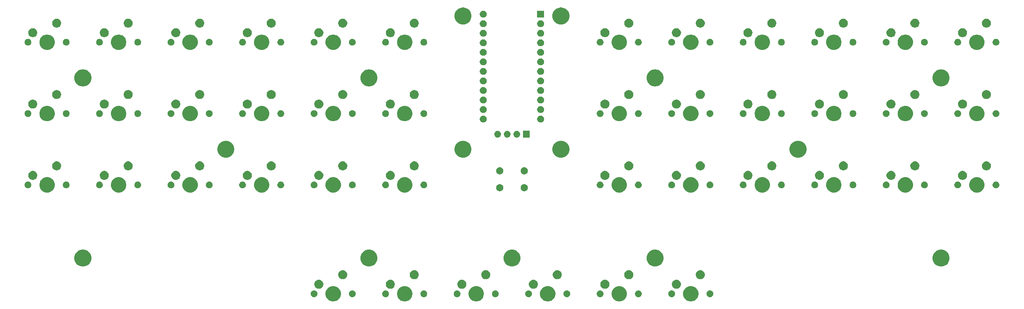
<source format=gts>
G04 #@! TF.GenerationSoftware,KiCad,Pcbnew,(5.1.4)-1*
G04 #@! TF.CreationDate,2021-07-31T15:59:11-04:00*
G04 #@! TF.ProjectId,horizon,686f7269-7a6f-46e2-9e6b-696361645f70,rev?*
G04 #@! TF.SameCoordinates,Original*
G04 #@! TF.FileFunction,Soldermask,Top*
G04 #@! TF.FilePolarity,Negative*
%FSLAX46Y46*%
G04 Gerber Fmt 4.6, Leading zero omitted, Abs format (unit mm)*
G04 Created by KiCad (PCBNEW (5.1.4)-1) date 2021-07-31 15:59:11*
%MOMM*%
%LPD*%
G04 APERTURE LIST*
%ADD10C,0.100000*%
G04 APERTURE END LIST*
D10*
G36*
X181096474Y-169533684D02*
G01*
X181314474Y-169623983D01*
X181468623Y-169687833D01*
X181803548Y-169911623D01*
X182088377Y-170196452D01*
X182312167Y-170531377D01*
X182376017Y-170685526D01*
X182466316Y-170903526D01*
X182544900Y-171298594D01*
X182544900Y-171701406D01*
X182466316Y-172096474D01*
X182382322Y-172299253D01*
X182312167Y-172468623D01*
X182088377Y-172803548D01*
X181803548Y-173088377D01*
X181468623Y-173312167D01*
X181314474Y-173376017D01*
X181096474Y-173466316D01*
X180701406Y-173544900D01*
X180298594Y-173544900D01*
X179903526Y-173466316D01*
X179685526Y-173376017D01*
X179531377Y-173312167D01*
X179196452Y-173088377D01*
X178911623Y-172803548D01*
X178687833Y-172468623D01*
X178617678Y-172299253D01*
X178533684Y-172096474D01*
X178455100Y-171701406D01*
X178455100Y-171298594D01*
X178533684Y-170903526D01*
X178623983Y-170685526D01*
X178687833Y-170531377D01*
X178911623Y-170196452D01*
X179196452Y-169911623D01*
X179531377Y-169687833D01*
X179685526Y-169623983D01*
X179903526Y-169533684D01*
X180298594Y-169455100D01*
X180701406Y-169455100D01*
X181096474Y-169533684D01*
X181096474Y-169533684D01*
G37*
G36*
X162096474Y-169533684D02*
G01*
X162314474Y-169623983D01*
X162468623Y-169687833D01*
X162803548Y-169911623D01*
X163088377Y-170196452D01*
X163312167Y-170531377D01*
X163376017Y-170685526D01*
X163466316Y-170903526D01*
X163544900Y-171298594D01*
X163544900Y-171701406D01*
X163466316Y-172096474D01*
X163382322Y-172299253D01*
X163312167Y-172468623D01*
X163088377Y-172803548D01*
X162803548Y-173088377D01*
X162468623Y-173312167D01*
X162314474Y-173376017D01*
X162096474Y-173466316D01*
X161701406Y-173544900D01*
X161298594Y-173544900D01*
X160903526Y-173466316D01*
X160685526Y-173376017D01*
X160531377Y-173312167D01*
X160196452Y-173088377D01*
X159911623Y-172803548D01*
X159687833Y-172468623D01*
X159617678Y-172299253D01*
X159533684Y-172096474D01*
X159455100Y-171701406D01*
X159455100Y-171298594D01*
X159533684Y-170903526D01*
X159623983Y-170685526D01*
X159687833Y-170531377D01*
X159911623Y-170196452D01*
X160196452Y-169911623D01*
X160531377Y-169687833D01*
X160685526Y-169623983D01*
X160903526Y-169533684D01*
X161298594Y-169455100D01*
X161701406Y-169455100D01*
X162096474Y-169533684D01*
X162096474Y-169533684D01*
G37*
G36*
X200096474Y-169533684D02*
G01*
X200314474Y-169623983D01*
X200468623Y-169687833D01*
X200803548Y-169911623D01*
X201088377Y-170196452D01*
X201312167Y-170531377D01*
X201376017Y-170685526D01*
X201466316Y-170903526D01*
X201544900Y-171298594D01*
X201544900Y-171701406D01*
X201466316Y-172096474D01*
X201382322Y-172299253D01*
X201312167Y-172468623D01*
X201088377Y-172803548D01*
X200803548Y-173088377D01*
X200468623Y-173312167D01*
X200314474Y-173376017D01*
X200096474Y-173466316D01*
X199701406Y-173544900D01*
X199298594Y-173544900D01*
X198903526Y-173466316D01*
X198685526Y-173376017D01*
X198531377Y-173312167D01*
X198196452Y-173088377D01*
X197911623Y-172803548D01*
X197687833Y-172468623D01*
X197617678Y-172299253D01*
X197533684Y-172096474D01*
X197455100Y-171701406D01*
X197455100Y-171298594D01*
X197533684Y-170903526D01*
X197623983Y-170685526D01*
X197687833Y-170531377D01*
X197911623Y-170196452D01*
X198196452Y-169911623D01*
X198531377Y-169687833D01*
X198685526Y-169623983D01*
X198903526Y-169533684D01*
X199298594Y-169455100D01*
X199701406Y-169455100D01*
X200096474Y-169533684D01*
X200096474Y-169533684D01*
G37*
G36*
X219096474Y-169533684D02*
G01*
X219314474Y-169623983D01*
X219468623Y-169687833D01*
X219803548Y-169911623D01*
X220088377Y-170196452D01*
X220312167Y-170531377D01*
X220376017Y-170685526D01*
X220466316Y-170903526D01*
X220544900Y-171298594D01*
X220544900Y-171701406D01*
X220466316Y-172096474D01*
X220382322Y-172299253D01*
X220312167Y-172468623D01*
X220088377Y-172803548D01*
X219803548Y-173088377D01*
X219468623Y-173312167D01*
X219314474Y-173376017D01*
X219096474Y-173466316D01*
X218701406Y-173544900D01*
X218298594Y-173544900D01*
X217903526Y-173466316D01*
X217685526Y-173376017D01*
X217531377Y-173312167D01*
X217196452Y-173088377D01*
X216911623Y-172803548D01*
X216687833Y-172468623D01*
X216617678Y-172299253D01*
X216533684Y-172096474D01*
X216455100Y-171701406D01*
X216455100Y-171298594D01*
X216533684Y-170903526D01*
X216623983Y-170685526D01*
X216687833Y-170531377D01*
X216911623Y-170196452D01*
X217196452Y-169911623D01*
X217531377Y-169687833D01*
X217685526Y-169623983D01*
X217903526Y-169533684D01*
X218298594Y-169455100D01*
X218701406Y-169455100D01*
X219096474Y-169533684D01*
X219096474Y-169533684D01*
G37*
G36*
X257096474Y-169533684D02*
G01*
X257314474Y-169623983D01*
X257468623Y-169687833D01*
X257803548Y-169911623D01*
X258088377Y-170196452D01*
X258312167Y-170531377D01*
X258376017Y-170685526D01*
X258466316Y-170903526D01*
X258544900Y-171298594D01*
X258544900Y-171701406D01*
X258466316Y-172096474D01*
X258382322Y-172299253D01*
X258312167Y-172468623D01*
X258088377Y-172803548D01*
X257803548Y-173088377D01*
X257468623Y-173312167D01*
X257314474Y-173376017D01*
X257096474Y-173466316D01*
X256701406Y-173544900D01*
X256298594Y-173544900D01*
X255903526Y-173466316D01*
X255685526Y-173376017D01*
X255531377Y-173312167D01*
X255196452Y-173088377D01*
X254911623Y-172803548D01*
X254687833Y-172468623D01*
X254617678Y-172299253D01*
X254533684Y-172096474D01*
X254455100Y-171701406D01*
X254455100Y-171298594D01*
X254533684Y-170903526D01*
X254623983Y-170685526D01*
X254687833Y-170531377D01*
X254911623Y-170196452D01*
X255196452Y-169911623D01*
X255531377Y-169687833D01*
X255685526Y-169623983D01*
X255903526Y-169533684D01*
X256298594Y-169455100D01*
X256701406Y-169455100D01*
X257096474Y-169533684D01*
X257096474Y-169533684D01*
G37*
G36*
X238096474Y-169533684D02*
G01*
X238314474Y-169623983D01*
X238468623Y-169687833D01*
X238803548Y-169911623D01*
X239088377Y-170196452D01*
X239312167Y-170531377D01*
X239376017Y-170685526D01*
X239466316Y-170903526D01*
X239544900Y-171298594D01*
X239544900Y-171701406D01*
X239466316Y-172096474D01*
X239382322Y-172299253D01*
X239312167Y-172468623D01*
X239088377Y-172803548D01*
X238803548Y-173088377D01*
X238468623Y-173312167D01*
X238314474Y-173376017D01*
X238096474Y-173466316D01*
X237701406Y-173544900D01*
X237298594Y-173544900D01*
X236903526Y-173466316D01*
X236685526Y-173376017D01*
X236531377Y-173312167D01*
X236196452Y-173088377D01*
X235911623Y-172803548D01*
X235687833Y-172468623D01*
X235617678Y-172299253D01*
X235533684Y-172096474D01*
X235455100Y-171701406D01*
X235455100Y-171298594D01*
X235533684Y-170903526D01*
X235623983Y-170685526D01*
X235687833Y-170531377D01*
X235911623Y-170196452D01*
X236196452Y-169911623D01*
X236531377Y-169687833D01*
X236685526Y-169623983D01*
X236903526Y-169533684D01*
X237298594Y-169455100D01*
X237701406Y-169455100D01*
X238096474Y-169533684D01*
X238096474Y-169533684D01*
G37*
G36*
X261755952Y-170615429D02*
G01*
X261843075Y-170632759D01*
X261952498Y-170678084D01*
X262007211Y-170700747D01*
X262153933Y-170798783D01*
X262154928Y-170799448D01*
X262280552Y-170925072D01*
X262280554Y-170925075D01*
X262379253Y-171072789D01*
X262379253Y-171072790D01*
X262447241Y-171236925D01*
X262481900Y-171411171D01*
X262481900Y-171588829D01*
X262447241Y-171763075D01*
X262401916Y-171872498D01*
X262379253Y-171927211D01*
X262281217Y-172073933D01*
X262280552Y-172074928D01*
X262154928Y-172200552D01*
X262154925Y-172200554D01*
X262007211Y-172299253D01*
X261952498Y-172321916D01*
X261843075Y-172367241D01*
X261755952Y-172384571D01*
X261668831Y-172401900D01*
X261491169Y-172401900D01*
X261404048Y-172384571D01*
X261316925Y-172367241D01*
X261207502Y-172321916D01*
X261152789Y-172299253D01*
X261005075Y-172200554D01*
X261005072Y-172200552D01*
X260879448Y-172074928D01*
X260878783Y-172073933D01*
X260780747Y-171927211D01*
X260758084Y-171872498D01*
X260712759Y-171763075D01*
X260678100Y-171588829D01*
X260678100Y-171411171D01*
X260712759Y-171236925D01*
X260780747Y-171072790D01*
X260780747Y-171072789D01*
X260879446Y-170925075D01*
X260879448Y-170925072D01*
X261005072Y-170799448D01*
X261006067Y-170798783D01*
X261152789Y-170700747D01*
X261207502Y-170678084D01*
X261316925Y-170632759D01*
X261404048Y-170615429D01*
X261491169Y-170598100D01*
X261668831Y-170598100D01*
X261755952Y-170615429D01*
X261755952Y-170615429D01*
G37*
G36*
X251595952Y-170615429D02*
G01*
X251683075Y-170632759D01*
X251792498Y-170678084D01*
X251847211Y-170700747D01*
X251993933Y-170798783D01*
X251994928Y-170799448D01*
X252120552Y-170925072D01*
X252120554Y-170925075D01*
X252219253Y-171072789D01*
X252219253Y-171072790D01*
X252287241Y-171236925D01*
X252321900Y-171411171D01*
X252321900Y-171588829D01*
X252287241Y-171763075D01*
X252241916Y-171872498D01*
X252219253Y-171927211D01*
X252121217Y-172073933D01*
X252120552Y-172074928D01*
X251994928Y-172200552D01*
X251994925Y-172200554D01*
X251847211Y-172299253D01*
X251792498Y-172321916D01*
X251683075Y-172367241D01*
X251595952Y-172384571D01*
X251508831Y-172401900D01*
X251331169Y-172401900D01*
X251244048Y-172384571D01*
X251156925Y-172367241D01*
X251047502Y-172321916D01*
X250992789Y-172299253D01*
X250845075Y-172200554D01*
X250845072Y-172200552D01*
X250719448Y-172074928D01*
X250718783Y-172073933D01*
X250620747Y-171927211D01*
X250598084Y-171872498D01*
X250552759Y-171763075D01*
X250518100Y-171588829D01*
X250518100Y-171411171D01*
X250552759Y-171236925D01*
X250620747Y-171072790D01*
X250620747Y-171072789D01*
X250719446Y-170925075D01*
X250719448Y-170925072D01*
X250845072Y-170799448D01*
X250846067Y-170798783D01*
X250992789Y-170700747D01*
X251047502Y-170678084D01*
X251156925Y-170632759D01*
X251244048Y-170615429D01*
X251331169Y-170598100D01*
X251508831Y-170598100D01*
X251595952Y-170615429D01*
X251595952Y-170615429D01*
G37*
G36*
X242755952Y-170615429D02*
G01*
X242843075Y-170632759D01*
X242952498Y-170678084D01*
X243007211Y-170700747D01*
X243153933Y-170798783D01*
X243154928Y-170799448D01*
X243280552Y-170925072D01*
X243280554Y-170925075D01*
X243379253Y-171072789D01*
X243379253Y-171072790D01*
X243447241Y-171236925D01*
X243481900Y-171411171D01*
X243481900Y-171588829D01*
X243447241Y-171763075D01*
X243401916Y-171872498D01*
X243379253Y-171927211D01*
X243281217Y-172073933D01*
X243280552Y-172074928D01*
X243154928Y-172200552D01*
X243154925Y-172200554D01*
X243007211Y-172299253D01*
X242952498Y-172321916D01*
X242843075Y-172367241D01*
X242755952Y-172384571D01*
X242668831Y-172401900D01*
X242491169Y-172401900D01*
X242404048Y-172384571D01*
X242316925Y-172367241D01*
X242207502Y-172321916D01*
X242152789Y-172299253D01*
X242005075Y-172200554D01*
X242005072Y-172200552D01*
X241879448Y-172074928D01*
X241878783Y-172073933D01*
X241780747Y-171927211D01*
X241758084Y-171872498D01*
X241712759Y-171763075D01*
X241678100Y-171588829D01*
X241678100Y-171411171D01*
X241712759Y-171236925D01*
X241780747Y-171072790D01*
X241780747Y-171072789D01*
X241879446Y-170925075D01*
X241879448Y-170925072D01*
X242005072Y-170799448D01*
X242006067Y-170798783D01*
X242152789Y-170700747D01*
X242207502Y-170678084D01*
X242316925Y-170632759D01*
X242404048Y-170615429D01*
X242491169Y-170598100D01*
X242668831Y-170598100D01*
X242755952Y-170615429D01*
X242755952Y-170615429D01*
G37*
G36*
X213595952Y-170615429D02*
G01*
X213683075Y-170632759D01*
X213792498Y-170678084D01*
X213847211Y-170700747D01*
X213993933Y-170798783D01*
X213994928Y-170799448D01*
X214120552Y-170925072D01*
X214120554Y-170925075D01*
X214219253Y-171072789D01*
X214219253Y-171072790D01*
X214287241Y-171236925D01*
X214321900Y-171411171D01*
X214321900Y-171588829D01*
X214287241Y-171763075D01*
X214241916Y-171872498D01*
X214219253Y-171927211D01*
X214121217Y-172073933D01*
X214120552Y-172074928D01*
X213994928Y-172200552D01*
X213994925Y-172200554D01*
X213847211Y-172299253D01*
X213792498Y-172321916D01*
X213683075Y-172367241D01*
X213595952Y-172384571D01*
X213508831Y-172401900D01*
X213331169Y-172401900D01*
X213244048Y-172384571D01*
X213156925Y-172367241D01*
X213047502Y-172321916D01*
X212992789Y-172299253D01*
X212845075Y-172200554D01*
X212845072Y-172200552D01*
X212719448Y-172074928D01*
X212718783Y-172073933D01*
X212620747Y-171927211D01*
X212598084Y-171872498D01*
X212552759Y-171763075D01*
X212518100Y-171588829D01*
X212518100Y-171411171D01*
X212552759Y-171236925D01*
X212620747Y-171072790D01*
X212620747Y-171072789D01*
X212719446Y-170925075D01*
X212719448Y-170925072D01*
X212845072Y-170799448D01*
X212846067Y-170798783D01*
X212992789Y-170700747D01*
X213047502Y-170678084D01*
X213156925Y-170632759D01*
X213244048Y-170615429D01*
X213331169Y-170598100D01*
X213508831Y-170598100D01*
X213595952Y-170615429D01*
X213595952Y-170615429D01*
G37*
G36*
X223755952Y-170615429D02*
G01*
X223843075Y-170632759D01*
X223952498Y-170678084D01*
X224007211Y-170700747D01*
X224153933Y-170798783D01*
X224154928Y-170799448D01*
X224280552Y-170925072D01*
X224280554Y-170925075D01*
X224379253Y-171072789D01*
X224379253Y-171072790D01*
X224447241Y-171236925D01*
X224481900Y-171411171D01*
X224481900Y-171588829D01*
X224447241Y-171763075D01*
X224401916Y-171872498D01*
X224379253Y-171927211D01*
X224281217Y-172073933D01*
X224280552Y-172074928D01*
X224154928Y-172200552D01*
X224154925Y-172200554D01*
X224007211Y-172299253D01*
X223952498Y-172321916D01*
X223843075Y-172367241D01*
X223755952Y-172384571D01*
X223668831Y-172401900D01*
X223491169Y-172401900D01*
X223404048Y-172384571D01*
X223316925Y-172367241D01*
X223207502Y-172321916D01*
X223152789Y-172299253D01*
X223005075Y-172200554D01*
X223005072Y-172200552D01*
X222879448Y-172074928D01*
X222878783Y-172073933D01*
X222780747Y-171927211D01*
X222758084Y-171872498D01*
X222712759Y-171763075D01*
X222678100Y-171588829D01*
X222678100Y-171411171D01*
X222712759Y-171236925D01*
X222780747Y-171072790D01*
X222780747Y-171072789D01*
X222879446Y-170925075D01*
X222879448Y-170925072D01*
X223005072Y-170799448D01*
X223006067Y-170798783D01*
X223152789Y-170700747D01*
X223207502Y-170678084D01*
X223316925Y-170632759D01*
X223404048Y-170615429D01*
X223491169Y-170598100D01*
X223668831Y-170598100D01*
X223755952Y-170615429D01*
X223755952Y-170615429D01*
G37*
G36*
X156595952Y-170615429D02*
G01*
X156683075Y-170632759D01*
X156792498Y-170678084D01*
X156847211Y-170700747D01*
X156993933Y-170798783D01*
X156994928Y-170799448D01*
X157120552Y-170925072D01*
X157120554Y-170925075D01*
X157219253Y-171072789D01*
X157219253Y-171072790D01*
X157287241Y-171236925D01*
X157321900Y-171411171D01*
X157321900Y-171588829D01*
X157287241Y-171763075D01*
X157241916Y-171872498D01*
X157219253Y-171927211D01*
X157121217Y-172073933D01*
X157120552Y-172074928D01*
X156994928Y-172200552D01*
X156994925Y-172200554D01*
X156847211Y-172299253D01*
X156792498Y-172321916D01*
X156683075Y-172367241D01*
X156595952Y-172384571D01*
X156508831Y-172401900D01*
X156331169Y-172401900D01*
X156244048Y-172384571D01*
X156156925Y-172367241D01*
X156047502Y-172321916D01*
X155992789Y-172299253D01*
X155845075Y-172200554D01*
X155845072Y-172200552D01*
X155719448Y-172074928D01*
X155718783Y-172073933D01*
X155620747Y-171927211D01*
X155598084Y-171872498D01*
X155552759Y-171763075D01*
X155518100Y-171588829D01*
X155518100Y-171411171D01*
X155552759Y-171236925D01*
X155620747Y-171072790D01*
X155620747Y-171072789D01*
X155719446Y-170925075D01*
X155719448Y-170925072D01*
X155845072Y-170799448D01*
X155846067Y-170798783D01*
X155992789Y-170700747D01*
X156047502Y-170678084D01*
X156156925Y-170632759D01*
X156244048Y-170615429D01*
X156331169Y-170598100D01*
X156508831Y-170598100D01*
X156595952Y-170615429D01*
X156595952Y-170615429D01*
G37*
G36*
X204755952Y-170615429D02*
G01*
X204843075Y-170632759D01*
X204952498Y-170678084D01*
X205007211Y-170700747D01*
X205153933Y-170798783D01*
X205154928Y-170799448D01*
X205280552Y-170925072D01*
X205280554Y-170925075D01*
X205379253Y-171072789D01*
X205379253Y-171072790D01*
X205447241Y-171236925D01*
X205481900Y-171411171D01*
X205481900Y-171588829D01*
X205447241Y-171763075D01*
X205401916Y-171872498D01*
X205379253Y-171927211D01*
X205281217Y-172073933D01*
X205280552Y-172074928D01*
X205154928Y-172200552D01*
X205154925Y-172200554D01*
X205007211Y-172299253D01*
X204952498Y-172321916D01*
X204843075Y-172367241D01*
X204755952Y-172384571D01*
X204668831Y-172401900D01*
X204491169Y-172401900D01*
X204404048Y-172384571D01*
X204316925Y-172367241D01*
X204207502Y-172321916D01*
X204152789Y-172299253D01*
X204005075Y-172200554D01*
X204005072Y-172200552D01*
X203879448Y-172074928D01*
X203878783Y-172073933D01*
X203780747Y-171927211D01*
X203758084Y-171872498D01*
X203712759Y-171763075D01*
X203678100Y-171588829D01*
X203678100Y-171411171D01*
X203712759Y-171236925D01*
X203780747Y-171072790D01*
X203780747Y-171072789D01*
X203879446Y-170925075D01*
X203879448Y-170925072D01*
X204005072Y-170799448D01*
X204006067Y-170798783D01*
X204152789Y-170700747D01*
X204207502Y-170678084D01*
X204316925Y-170632759D01*
X204404048Y-170615429D01*
X204491169Y-170598100D01*
X204668831Y-170598100D01*
X204755952Y-170615429D01*
X204755952Y-170615429D01*
G37*
G36*
X166755952Y-170615429D02*
G01*
X166843075Y-170632759D01*
X166952498Y-170678084D01*
X167007211Y-170700747D01*
X167153933Y-170798783D01*
X167154928Y-170799448D01*
X167280552Y-170925072D01*
X167280554Y-170925075D01*
X167379253Y-171072789D01*
X167379253Y-171072790D01*
X167447241Y-171236925D01*
X167481900Y-171411171D01*
X167481900Y-171588829D01*
X167447241Y-171763075D01*
X167401916Y-171872498D01*
X167379253Y-171927211D01*
X167281217Y-172073933D01*
X167280552Y-172074928D01*
X167154928Y-172200552D01*
X167154925Y-172200554D01*
X167007211Y-172299253D01*
X166952498Y-172321916D01*
X166843075Y-172367241D01*
X166755952Y-172384571D01*
X166668831Y-172401900D01*
X166491169Y-172401900D01*
X166404048Y-172384571D01*
X166316925Y-172367241D01*
X166207502Y-172321916D01*
X166152789Y-172299253D01*
X166005075Y-172200554D01*
X166005072Y-172200552D01*
X165879448Y-172074928D01*
X165878783Y-172073933D01*
X165780747Y-171927211D01*
X165758084Y-171872498D01*
X165712759Y-171763075D01*
X165678100Y-171588829D01*
X165678100Y-171411171D01*
X165712759Y-171236925D01*
X165780747Y-171072790D01*
X165780747Y-171072789D01*
X165879446Y-170925075D01*
X165879448Y-170925072D01*
X166005072Y-170799448D01*
X166006067Y-170798783D01*
X166152789Y-170700747D01*
X166207502Y-170678084D01*
X166316925Y-170632759D01*
X166404048Y-170615429D01*
X166491169Y-170598100D01*
X166668831Y-170598100D01*
X166755952Y-170615429D01*
X166755952Y-170615429D01*
G37*
G36*
X175595952Y-170615429D02*
G01*
X175683075Y-170632759D01*
X175792498Y-170678084D01*
X175847211Y-170700747D01*
X175993933Y-170798783D01*
X175994928Y-170799448D01*
X176120552Y-170925072D01*
X176120554Y-170925075D01*
X176219253Y-171072789D01*
X176219253Y-171072790D01*
X176287241Y-171236925D01*
X176321900Y-171411171D01*
X176321900Y-171588829D01*
X176287241Y-171763075D01*
X176241916Y-171872498D01*
X176219253Y-171927211D01*
X176121217Y-172073933D01*
X176120552Y-172074928D01*
X175994928Y-172200552D01*
X175994925Y-172200554D01*
X175847211Y-172299253D01*
X175792498Y-172321916D01*
X175683075Y-172367241D01*
X175595952Y-172384571D01*
X175508831Y-172401900D01*
X175331169Y-172401900D01*
X175244048Y-172384571D01*
X175156925Y-172367241D01*
X175047502Y-172321916D01*
X174992789Y-172299253D01*
X174845075Y-172200554D01*
X174845072Y-172200552D01*
X174719448Y-172074928D01*
X174718783Y-172073933D01*
X174620747Y-171927211D01*
X174598084Y-171872498D01*
X174552759Y-171763075D01*
X174518100Y-171588829D01*
X174518100Y-171411171D01*
X174552759Y-171236925D01*
X174620747Y-171072790D01*
X174620747Y-171072789D01*
X174719446Y-170925075D01*
X174719448Y-170925072D01*
X174845072Y-170799448D01*
X174846067Y-170798783D01*
X174992789Y-170700747D01*
X175047502Y-170678084D01*
X175156925Y-170632759D01*
X175244048Y-170615429D01*
X175331169Y-170598100D01*
X175508831Y-170598100D01*
X175595952Y-170615429D01*
X175595952Y-170615429D01*
G37*
G36*
X232595952Y-170615429D02*
G01*
X232683075Y-170632759D01*
X232792498Y-170678084D01*
X232847211Y-170700747D01*
X232993933Y-170798783D01*
X232994928Y-170799448D01*
X233120552Y-170925072D01*
X233120554Y-170925075D01*
X233219253Y-171072789D01*
X233219253Y-171072790D01*
X233287241Y-171236925D01*
X233321900Y-171411171D01*
X233321900Y-171588829D01*
X233287241Y-171763075D01*
X233241916Y-171872498D01*
X233219253Y-171927211D01*
X233121217Y-172073933D01*
X233120552Y-172074928D01*
X232994928Y-172200552D01*
X232994925Y-172200554D01*
X232847211Y-172299253D01*
X232792498Y-172321916D01*
X232683075Y-172367241D01*
X232595952Y-172384571D01*
X232508831Y-172401900D01*
X232331169Y-172401900D01*
X232244048Y-172384571D01*
X232156925Y-172367241D01*
X232047502Y-172321916D01*
X231992789Y-172299253D01*
X231845075Y-172200554D01*
X231845072Y-172200552D01*
X231719448Y-172074928D01*
X231718783Y-172073933D01*
X231620747Y-171927211D01*
X231598084Y-171872498D01*
X231552759Y-171763075D01*
X231518100Y-171588829D01*
X231518100Y-171411171D01*
X231552759Y-171236925D01*
X231620747Y-171072790D01*
X231620747Y-171072789D01*
X231719446Y-170925075D01*
X231719448Y-170925072D01*
X231845072Y-170799448D01*
X231846067Y-170798783D01*
X231992789Y-170700747D01*
X232047502Y-170678084D01*
X232156925Y-170632759D01*
X232244048Y-170615429D01*
X232331169Y-170598100D01*
X232508831Y-170598100D01*
X232595952Y-170615429D01*
X232595952Y-170615429D01*
G37*
G36*
X185755952Y-170615429D02*
G01*
X185843075Y-170632759D01*
X185952498Y-170678084D01*
X186007211Y-170700747D01*
X186153933Y-170798783D01*
X186154928Y-170799448D01*
X186280552Y-170925072D01*
X186280554Y-170925075D01*
X186379253Y-171072789D01*
X186379253Y-171072790D01*
X186447241Y-171236925D01*
X186481900Y-171411171D01*
X186481900Y-171588829D01*
X186447241Y-171763075D01*
X186401916Y-171872498D01*
X186379253Y-171927211D01*
X186281217Y-172073933D01*
X186280552Y-172074928D01*
X186154928Y-172200552D01*
X186154925Y-172200554D01*
X186007211Y-172299253D01*
X185952498Y-172321916D01*
X185843075Y-172367241D01*
X185755952Y-172384571D01*
X185668831Y-172401900D01*
X185491169Y-172401900D01*
X185404048Y-172384571D01*
X185316925Y-172367241D01*
X185207502Y-172321916D01*
X185152789Y-172299253D01*
X185005075Y-172200554D01*
X185005072Y-172200552D01*
X184879448Y-172074928D01*
X184878783Y-172073933D01*
X184780747Y-171927211D01*
X184758084Y-171872498D01*
X184712759Y-171763075D01*
X184678100Y-171588829D01*
X184678100Y-171411171D01*
X184712759Y-171236925D01*
X184780747Y-171072790D01*
X184780747Y-171072789D01*
X184879446Y-170925075D01*
X184879448Y-170925072D01*
X185005072Y-170799448D01*
X185006067Y-170798783D01*
X185152789Y-170700747D01*
X185207502Y-170678084D01*
X185316925Y-170632759D01*
X185404048Y-170615429D01*
X185491169Y-170598100D01*
X185668831Y-170598100D01*
X185755952Y-170615429D01*
X185755952Y-170615429D01*
G37*
G36*
X194595952Y-170615429D02*
G01*
X194683075Y-170632759D01*
X194792498Y-170678084D01*
X194847211Y-170700747D01*
X194993933Y-170798783D01*
X194994928Y-170799448D01*
X195120552Y-170925072D01*
X195120554Y-170925075D01*
X195219253Y-171072789D01*
X195219253Y-171072790D01*
X195287241Y-171236925D01*
X195321900Y-171411171D01*
X195321900Y-171588829D01*
X195287241Y-171763075D01*
X195241916Y-171872498D01*
X195219253Y-171927211D01*
X195121217Y-172073933D01*
X195120552Y-172074928D01*
X194994928Y-172200552D01*
X194994925Y-172200554D01*
X194847211Y-172299253D01*
X194792498Y-172321916D01*
X194683075Y-172367241D01*
X194595952Y-172384571D01*
X194508831Y-172401900D01*
X194331169Y-172401900D01*
X194244048Y-172384571D01*
X194156925Y-172367241D01*
X194047502Y-172321916D01*
X193992789Y-172299253D01*
X193845075Y-172200554D01*
X193845072Y-172200552D01*
X193719448Y-172074928D01*
X193718783Y-172073933D01*
X193620747Y-171927211D01*
X193598084Y-171872498D01*
X193552759Y-171763075D01*
X193518100Y-171588829D01*
X193518100Y-171411171D01*
X193552759Y-171236925D01*
X193620747Y-171072790D01*
X193620747Y-171072789D01*
X193719446Y-170925075D01*
X193719448Y-170925072D01*
X193845072Y-170799448D01*
X193846067Y-170798783D01*
X193992789Y-170700747D01*
X194047502Y-170678084D01*
X194156925Y-170632759D01*
X194244048Y-170615429D01*
X194331169Y-170598100D01*
X194508831Y-170598100D01*
X194595952Y-170615429D01*
X194595952Y-170615429D01*
G37*
G36*
X234040114Y-167805826D02*
G01*
X234258554Y-167896307D01*
X234258555Y-167896308D01*
X234455147Y-168027666D01*
X234622334Y-168194853D01*
X234622335Y-168194855D01*
X234753693Y-168391446D01*
X234844174Y-168609886D01*
X234890300Y-168841779D01*
X234890300Y-169078221D01*
X234844174Y-169310114D01*
X234753693Y-169528554D01*
X234688459Y-169626184D01*
X234622334Y-169725147D01*
X234455147Y-169892334D01*
X234356184Y-169958459D01*
X234258554Y-170023693D01*
X234040114Y-170114174D01*
X233808221Y-170160300D01*
X233571779Y-170160300D01*
X233339886Y-170114174D01*
X233121446Y-170023693D01*
X233023816Y-169958459D01*
X232924853Y-169892334D01*
X232757666Y-169725147D01*
X232691541Y-169626184D01*
X232626307Y-169528554D01*
X232535826Y-169310114D01*
X232489700Y-169078221D01*
X232489700Y-168841779D01*
X232535826Y-168609886D01*
X232626307Y-168391446D01*
X232757665Y-168194855D01*
X232757666Y-168194853D01*
X232924853Y-168027666D01*
X233121445Y-167896308D01*
X233121446Y-167896307D01*
X233339886Y-167805826D01*
X233571779Y-167759700D01*
X233808221Y-167759700D01*
X234040114Y-167805826D01*
X234040114Y-167805826D01*
G37*
G36*
X253040114Y-167805826D02*
G01*
X253258554Y-167896307D01*
X253258555Y-167896308D01*
X253455147Y-168027666D01*
X253622334Y-168194853D01*
X253622335Y-168194855D01*
X253753693Y-168391446D01*
X253844174Y-168609886D01*
X253890300Y-168841779D01*
X253890300Y-169078221D01*
X253844174Y-169310114D01*
X253753693Y-169528554D01*
X253688459Y-169626184D01*
X253622334Y-169725147D01*
X253455147Y-169892334D01*
X253356184Y-169958459D01*
X253258554Y-170023693D01*
X253040114Y-170114174D01*
X252808221Y-170160300D01*
X252571779Y-170160300D01*
X252339886Y-170114174D01*
X252121446Y-170023693D01*
X252023816Y-169958459D01*
X251924853Y-169892334D01*
X251757666Y-169725147D01*
X251691541Y-169626184D01*
X251626307Y-169528554D01*
X251535826Y-169310114D01*
X251489700Y-169078221D01*
X251489700Y-168841779D01*
X251535826Y-168609886D01*
X251626307Y-168391446D01*
X251757665Y-168194855D01*
X251757666Y-168194853D01*
X251924853Y-168027666D01*
X252121445Y-167896308D01*
X252121446Y-167896307D01*
X252339886Y-167805826D01*
X252571779Y-167759700D01*
X252808221Y-167759700D01*
X253040114Y-167805826D01*
X253040114Y-167805826D01*
G37*
G36*
X215040114Y-167805826D02*
G01*
X215258554Y-167896307D01*
X215258555Y-167896308D01*
X215455147Y-168027666D01*
X215622334Y-168194853D01*
X215622335Y-168194855D01*
X215753693Y-168391446D01*
X215844174Y-168609886D01*
X215890300Y-168841779D01*
X215890300Y-169078221D01*
X215844174Y-169310114D01*
X215753693Y-169528554D01*
X215688459Y-169626184D01*
X215622334Y-169725147D01*
X215455147Y-169892334D01*
X215356184Y-169958459D01*
X215258554Y-170023693D01*
X215040114Y-170114174D01*
X214808221Y-170160300D01*
X214571779Y-170160300D01*
X214339886Y-170114174D01*
X214121446Y-170023693D01*
X214023816Y-169958459D01*
X213924853Y-169892334D01*
X213757666Y-169725147D01*
X213691541Y-169626184D01*
X213626307Y-169528554D01*
X213535826Y-169310114D01*
X213489700Y-169078221D01*
X213489700Y-168841779D01*
X213535826Y-168609886D01*
X213626307Y-168391446D01*
X213757665Y-168194855D01*
X213757666Y-168194853D01*
X213924853Y-168027666D01*
X214121445Y-167896308D01*
X214121446Y-167896307D01*
X214339886Y-167805826D01*
X214571779Y-167759700D01*
X214808221Y-167759700D01*
X215040114Y-167805826D01*
X215040114Y-167805826D01*
G37*
G36*
X196040114Y-167805826D02*
G01*
X196258554Y-167896307D01*
X196258555Y-167896308D01*
X196455147Y-168027666D01*
X196622334Y-168194853D01*
X196622335Y-168194855D01*
X196753693Y-168391446D01*
X196844174Y-168609886D01*
X196890300Y-168841779D01*
X196890300Y-169078221D01*
X196844174Y-169310114D01*
X196753693Y-169528554D01*
X196688459Y-169626184D01*
X196622334Y-169725147D01*
X196455147Y-169892334D01*
X196356184Y-169958459D01*
X196258554Y-170023693D01*
X196040114Y-170114174D01*
X195808221Y-170160300D01*
X195571779Y-170160300D01*
X195339886Y-170114174D01*
X195121446Y-170023693D01*
X195023816Y-169958459D01*
X194924853Y-169892334D01*
X194757666Y-169725147D01*
X194691541Y-169626184D01*
X194626307Y-169528554D01*
X194535826Y-169310114D01*
X194489700Y-169078221D01*
X194489700Y-168841779D01*
X194535826Y-168609886D01*
X194626307Y-168391446D01*
X194757665Y-168194855D01*
X194757666Y-168194853D01*
X194924853Y-168027666D01*
X195121445Y-167896308D01*
X195121446Y-167896307D01*
X195339886Y-167805826D01*
X195571779Y-167759700D01*
X195808221Y-167759700D01*
X196040114Y-167805826D01*
X196040114Y-167805826D01*
G37*
G36*
X177040114Y-167805826D02*
G01*
X177258554Y-167896307D01*
X177258555Y-167896308D01*
X177455147Y-168027666D01*
X177622334Y-168194853D01*
X177622335Y-168194855D01*
X177753693Y-168391446D01*
X177844174Y-168609886D01*
X177890300Y-168841779D01*
X177890300Y-169078221D01*
X177844174Y-169310114D01*
X177753693Y-169528554D01*
X177688459Y-169626184D01*
X177622334Y-169725147D01*
X177455147Y-169892334D01*
X177356184Y-169958459D01*
X177258554Y-170023693D01*
X177040114Y-170114174D01*
X176808221Y-170160300D01*
X176571779Y-170160300D01*
X176339886Y-170114174D01*
X176121446Y-170023693D01*
X176023816Y-169958459D01*
X175924853Y-169892334D01*
X175757666Y-169725147D01*
X175691541Y-169626184D01*
X175626307Y-169528554D01*
X175535826Y-169310114D01*
X175489700Y-169078221D01*
X175489700Y-168841779D01*
X175535826Y-168609886D01*
X175626307Y-168391446D01*
X175757665Y-168194855D01*
X175757666Y-168194853D01*
X175924853Y-168027666D01*
X176121445Y-167896308D01*
X176121446Y-167896307D01*
X176339886Y-167805826D01*
X176571779Y-167759700D01*
X176808221Y-167759700D01*
X177040114Y-167805826D01*
X177040114Y-167805826D01*
G37*
G36*
X158040114Y-167805826D02*
G01*
X158258554Y-167896307D01*
X158258555Y-167896308D01*
X158455147Y-168027666D01*
X158622334Y-168194853D01*
X158622335Y-168194855D01*
X158753693Y-168391446D01*
X158844174Y-168609886D01*
X158890300Y-168841779D01*
X158890300Y-169078221D01*
X158844174Y-169310114D01*
X158753693Y-169528554D01*
X158688459Y-169626184D01*
X158622334Y-169725147D01*
X158455147Y-169892334D01*
X158356184Y-169958459D01*
X158258554Y-170023693D01*
X158040114Y-170114174D01*
X157808221Y-170160300D01*
X157571779Y-170160300D01*
X157339886Y-170114174D01*
X157121446Y-170023693D01*
X157023816Y-169958459D01*
X156924853Y-169892334D01*
X156757666Y-169725147D01*
X156691541Y-169626184D01*
X156626307Y-169528554D01*
X156535826Y-169310114D01*
X156489700Y-169078221D01*
X156489700Y-168841779D01*
X156535826Y-168609886D01*
X156626307Y-168391446D01*
X156757665Y-168194855D01*
X156757666Y-168194853D01*
X156924853Y-168027666D01*
X157121445Y-167896308D01*
X157121446Y-167896307D01*
X157339886Y-167805826D01*
X157571779Y-167759700D01*
X157808221Y-167759700D01*
X158040114Y-167805826D01*
X158040114Y-167805826D01*
G37*
G36*
X183390114Y-165265826D02*
G01*
X183608554Y-165356307D01*
X183608555Y-165356308D01*
X183805147Y-165487666D01*
X183972334Y-165654853D01*
X183972335Y-165654855D01*
X184103693Y-165851446D01*
X184194174Y-166069886D01*
X184240300Y-166301779D01*
X184240300Y-166538221D01*
X184194174Y-166770114D01*
X184103693Y-166988554D01*
X184103692Y-166988555D01*
X183972334Y-167185147D01*
X183805147Y-167352334D01*
X183706184Y-167418459D01*
X183608554Y-167483693D01*
X183390114Y-167574174D01*
X183158221Y-167620300D01*
X182921779Y-167620300D01*
X182689886Y-167574174D01*
X182471446Y-167483693D01*
X182373816Y-167418459D01*
X182274853Y-167352334D01*
X182107666Y-167185147D01*
X181976308Y-166988555D01*
X181976307Y-166988554D01*
X181885826Y-166770114D01*
X181839700Y-166538221D01*
X181839700Y-166301779D01*
X181885826Y-166069886D01*
X181976307Y-165851446D01*
X182107665Y-165654855D01*
X182107666Y-165654853D01*
X182274853Y-165487666D01*
X182471445Y-165356308D01*
X182471446Y-165356307D01*
X182689886Y-165265826D01*
X182921779Y-165219700D01*
X183158221Y-165219700D01*
X183390114Y-165265826D01*
X183390114Y-165265826D01*
G37*
G36*
X259390114Y-165265826D02*
G01*
X259608554Y-165356307D01*
X259608555Y-165356308D01*
X259805147Y-165487666D01*
X259972334Y-165654853D01*
X259972335Y-165654855D01*
X260103693Y-165851446D01*
X260194174Y-166069886D01*
X260240300Y-166301779D01*
X260240300Y-166538221D01*
X260194174Y-166770114D01*
X260103693Y-166988554D01*
X260103692Y-166988555D01*
X259972334Y-167185147D01*
X259805147Y-167352334D01*
X259706184Y-167418459D01*
X259608554Y-167483693D01*
X259390114Y-167574174D01*
X259158221Y-167620300D01*
X258921779Y-167620300D01*
X258689886Y-167574174D01*
X258471446Y-167483693D01*
X258373816Y-167418459D01*
X258274853Y-167352334D01*
X258107666Y-167185147D01*
X257976308Y-166988555D01*
X257976307Y-166988554D01*
X257885826Y-166770114D01*
X257839700Y-166538221D01*
X257839700Y-166301779D01*
X257885826Y-166069886D01*
X257976307Y-165851446D01*
X258107665Y-165654855D01*
X258107666Y-165654853D01*
X258274853Y-165487666D01*
X258471445Y-165356308D01*
X258471446Y-165356307D01*
X258689886Y-165265826D01*
X258921779Y-165219700D01*
X259158221Y-165219700D01*
X259390114Y-165265826D01*
X259390114Y-165265826D01*
G37*
G36*
X240390114Y-165265826D02*
G01*
X240608554Y-165356307D01*
X240608555Y-165356308D01*
X240805147Y-165487666D01*
X240972334Y-165654853D01*
X240972335Y-165654855D01*
X241103693Y-165851446D01*
X241194174Y-166069886D01*
X241240300Y-166301779D01*
X241240300Y-166538221D01*
X241194174Y-166770114D01*
X241103693Y-166988554D01*
X241103692Y-166988555D01*
X240972334Y-167185147D01*
X240805147Y-167352334D01*
X240706184Y-167418459D01*
X240608554Y-167483693D01*
X240390114Y-167574174D01*
X240158221Y-167620300D01*
X239921779Y-167620300D01*
X239689886Y-167574174D01*
X239471446Y-167483693D01*
X239373816Y-167418459D01*
X239274853Y-167352334D01*
X239107666Y-167185147D01*
X238976308Y-166988555D01*
X238976307Y-166988554D01*
X238885826Y-166770114D01*
X238839700Y-166538221D01*
X238839700Y-166301779D01*
X238885826Y-166069886D01*
X238976307Y-165851446D01*
X239107665Y-165654855D01*
X239107666Y-165654853D01*
X239274853Y-165487666D01*
X239471445Y-165356308D01*
X239471446Y-165356307D01*
X239689886Y-165265826D01*
X239921779Y-165219700D01*
X240158221Y-165219700D01*
X240390114Y-165265826D01*
X240390114Y-165265826D01*
G37*
G36*
X221390114Y-165265826D02*
G01*
X221608554Y-165356307D01*
X221608555Y-165356308D01*
X221805147Y-165487666D01*
X221972334Y-165654853D01*
X221972335Y-165654855D01*
X222103693Y-165851446D01*
X222194174Y-166069886D01*
X222240300Y-166301779D01*
X222240300Y-166538221D01*
X222194174Y-166770114D01*
X222103693Y-166988554D01*
X222103692Y-166988555D01*
X221972334Y-167185147D01*
X221805147Y-167352334D01*
X221706184Y-167418459D01*
X221608554Y-167483693D01*
X221390114Y-167574174D01*
X221158221Y-167620300D01*
X220921779Y-167620300D01*
X220689886Y-167574174D01*
X220471446Y-167483693D01*
X220373816Y-167418459D01*
X220274853Y-167352334D01*
X220107666Y-167185147D01*
X219976308Y-166988555D01*
X219976307Y-166988554D01*
X219885826Y-166770114D01*
X219839700Y-166538221D01*
X219839700Y-166301779D01*
X219885826Y-166069886D01*
X219976307Y-165851446D01*
X220107665Y-165654855D01*
X220107666Y-165654853D01*
X220274853Y-165487666D01*
X220471445Y-165356308D01*
X220471446Y-165356307D01*
X220689886Y-165265826D01*
X220921779Y-165219700D01*
X221158221Y-165219700D01*
X221390114Y-165265826D01*
X221390114Y-165265826D01*
G37*
G36*
X164390114Y-165265826D02*
G01*
X164608554Y-165356307D01*
X164608555Y-165356308D01*
X164805147Y-165487666D01*
X164972334Y-165654853D01*
X164972335Y-165654855D01*
X165103693Y-165851446D01*
X165194174Y-166069886D01*
X165240300Y-166301779D01*
X165240300Y-166538221D01*
X165194174Y-166770114D01*
X165103693Y-166988554D01*
X165103692Y-166988555D01*
X164972334Y-167185147D01*
X164805147Y-167352334D01*
X164706184Y-167418459D01*
X164608554Y-167483693D01*
X164390114Y-167574174D01*
X164158221Y-167620300D01*
X163921779Y-167620300D01*
X163689886Y-167574174D01*
X163471446Y-167483693D01*
X163373816Y-167418459D01*
X163274853Y-167352334D01*
X163107666Y-167185147D01*
X162976308Y-166988555D01*
X162976307Y-166988554D01*
X162885826Y-166770114D01*
X162839700Y-166538221D01*
X162839700Y-166301779D01*
X162885826Y-166069886D01*
X162976307Y-165851446D01*
X163107665Y-165654855D01*
X163107666Y-165654853D01*
X163274853Y-165487666D01*
X163471445Y-165356308D01*
X163471446Y-165356307D01*
X163689886Y-165265826D01*
X163921779Y-165219700D01*
X164158221Y-165219700D01*
X164390114Y-165265826D01*
X164390114Y-165265826D01*
G37*
G36*
X202390114Y-165265826D02*
G01*
X202608554Y-165356307D01*
X202608555Y-165356308D01*
X202805147Y-165487666D01*
X202972334Y-165654853D01*
X202972335Y-165654855D01*
X203103693Y-165851446D01*
X203194174Y-166069886D01*
X203240300Y-166301779D01*
X203240300Y-166538221D01*
X203194174Y-166770114D01*
X203103693Y-166988554D01*
X203103692Y-166988555D01*
X202972334Y-167185147D01*
X202805147Y-167352334D01*
X202706184Y-167418459D01*
X202608554Y-167483693D01*
X202390114Y-167574174D01*
X202158221Y-167620300D01*
X201921779Y-167620300D01*
X201689886Y-167574174D01*
X201471446Y-167483693D01*
X201373816Y-167418459D01*
X201274853Y-167352334D01*
X201107666Y-167185147D01*
X200976308Y-166988555D01*
X200976307Y-166988554D01*
X200885826Y-166770114D01*
X200839700Y-166538221D01*
X200839700Y-166301779D01*
X200885826Y-166069886D01*
X200976307Y-165851446D01*
X201107665Y-165654855D01*
X201107666Y-165654853D01*
X201274853Y-165487666D01*
X201471445Y-165356308D01*
X201471446Y-165356307D01*
X201689886Y-165265826D01*
X201921779Y-165219700D01*
X202158221Y-165219700D01*
X202390114Y-165265826D01*
X202390114Y-165265826D01*
G37*
G36*
X323275880Y-159759776D02*
G01*
X323656593Y-159835504D01*
X324066249Y-160005189D01*
X324434929Y-160251534D01*
X324748466Y-160565071D01*
X324994811Y-160933751D01*
X325164496Y-161343407D01*
X325251000Y-161778296D01*
X325251000Y-162221704D01*
X325164496Y-162656593D01*
X324994811Y-163066249D01*
X324748466Y-163434929D01*
X324434929Y-163748466D01*
X324066249Y-163994811D01*
X323656593Y-164164496D01*
X323275880Y-164240224D01*
X323221705Y-164251000D01*
X322778295Y-164251000D01*
X322724120Y-164240224D01*
X322343407Y-164164496D01*
X321933751Y-163994811D01*
X321565071Y-163748466D01*
X321251534Y-163434929D01*
X321005189Y-163066249D01*
X320835504Y-162656593D01*
X320749000Y-162221704D01*
X320749000Y-161778296D01*
X320835504Y-161343407D01*
X321005189Y-160933751D01*
X321251534Y-160565071D01*
X321565071Y-160251534D01*
X321933751Y-160005189D01*
X322343407Y-159835504D01*
X322724120Y-159759776D01*
X322778295Y-159749000D01*
X323221705Y-159749000D01*
X323275880Y-159759776D01*
X323275880Y-159759776D01*
G37*
G36*
X95275880Y-159759776D02*
G01*
X95656593Y-159835504D01*
X96066249Y-160005189D01*
X96434929Y-160251534D01*
X96748466Y-160565071D01*
X96994811Y-160933751D01*
X97164496Y-161343407D01*
X97251000Y-161778296D01*
X97251000Y-162221704D01*
X97164496Y-162656593D01*
X96994811Y-163066249D01*
X96748466Y-163434929D01*
X96434929Y-163748466D01*
X96066249Y-163994811D01*
X95656593Y-164164496D01*
X95275880Y-164240224D01*
X95221705Y-164251000D01*
X94778295Y-164251000D01*
X94724120Y-164240224D01*
X94343407Y-164164496D01*
X93933751Y-163994811D01*
X93565071Y-163748466D01*
X93251534Y-163434929D01*
X93005189Y-163066249D01*
X92835504Y-162656593D01*
X92749000Y-162221704D01*
X92749000Y-161778296D01*
X92835504Y-161343407D01*
X93005189Y-160933751D01*
X93251534Y-160565071D01*
X93565071Y-160251534D01*
X93933751Y-160005189D01*
X94343407Y-159835504D01*
X94724120Y-159759776D01*
X94778295Y-159749000D01*
X95221705Y-159749000D01*
X95275880Y-159759776D01*
X95275880Y-159759776D01*
G37*
G36*
X171275880Y-159759776D02*
G01*
X171656593Y-159835504D01*
X172066249Y-160005189D01*
X172434929Y-160251534D01*
X172748466Y-160565071D01*
X172994811Y-160933751D01*
X173164496Y-161343407D01*
X173251000Y-161778296D01*
X173251000Y-162221704D01*
X173164496Y-162656593D01*
X172994811Y-163066249D01*
X172748466Y-163434929D01*
X172434929Y-163748466D01*
X172066249Y-163994811D01*
X171656593Y-164164496D01*
X171275880Y-164240224D01*
X171221705Y-164251000D01*
X170778295Y-164251000D01*
X170724120Y-164240224D01*
X170343407Y-164164496D01*
X169933751Y-163994811D01*
X169565071Y-163748466D01*
X169251534Y-163434929D01*
X169005189Y-163066249D01*
X168835504Y-162656593D01*
X168749000Y-162221704D01*
X168749000Y-161778296D01*
X168835504Y-161343407D01*
X169005189Y-160933751D01*
X169251534Y-160565071D01*
X169565071Y-160251534D01*
X169933751Y-160005189D01*
X170343407Y-159835504D01*
X170724120Y-159759776D01*
X170778295Y-159749000D01*
X171221705Y-159749000D01*
X171275880Y-159759776D01*
X171275880Y-159759776D01*
G37*
G36*
X247275880Y-159759776D02*
G01*
X247656593Y-159835504D01*
X248066249Y-160005189D01*
X248434929Y-160251534D01*
X248748466Y-160565071D01*
X248994811Y-160933751D01*
X249164496Y-161343407D01*
X249251000Y-161778296D01*
X249251000Y-162221704D01*
X249164496Y-162656593D01*
X248994811Y-163066249D01*
X248748466Y-163434929D01*
X248434929Y-163748466D01*
X248066249Y-163994811D01*
X247656593Y-164164496D01*
X247275880Y-164240224D01*
X247221705Y-164251000D01*
X246778295Y-164251000D01*
X246724120Y-164240224D01*
X246343407Y-164164496D01*
X245933751Y-163994811D01*
X245565071Y-163748466D01*
X245251534Y-163434929D01*
X245005189Y-163066249D01*
X244835504Y-162656593D01*
X244749000Y-162221704D01*
X244749000Y-161778296D01*
X244835504Y-161343407D01*
X245005189Y-160933751D01*
X245251534Y-160565071D01*
X245565071Y-160251534D01*
X245933751Y-160005189D01*
X246343407Y-159835504D01*
X246724120Y-159759776D01*
X246778295Y-159749000D01*
X247221705Y-159749000D01*
X247275880Y-159759776D01*
X247275880Y-159759776D01*
G37*
G36*
X209275880Y-159759776D02*
G01*
X209656593Y-159835504D01*
X210066249Y-160005189D01*
X210434929Y-160251534D01*
X210748466Y-160565071D01*
X210994811Y-160933751D01*
X211164496Y-161343407D01*
X211251000Y-161778296D01*
X211251000Y-162221704D01*
X211164496Y-162656593D01*
X210994811Y-163066249D01*
X210748466Y-163434929D01*
X210434929Y-163748466D01*
X210066249Y-163994811D01*
X209656593Y-164164496D01*
X209275880Y-164240224D01*
X209221705Y-164251000D01*
X208778295Y-164251000D01*
X208724120Y-164240224D01*
X208343407Y-164164496D01*
X207933751Y-163994811D01*
X207565071Y-163748466D01*
X207251534Y-163434929D01*
X207005189Y-163066249D01*
X206835504Y-162656593D01*
X206749000Y-162221704D01*
X206749000Y-161778296D01*
X206835504Y-161343407D01*
X207005189Y-160933751D01*
X207251534Y-160565071D01*
X207565071Y-160251534D01*
X207933751Y-160005189D01*
X208343407Y-159835504D01*
X208724120Y-159759776D01*
X208778295Y-159749000D01*
X209221705Y-159749000D01*
X209275880Y-159759776D01*
X209275880Y-159759776D01*
G37*
G36*
X105096474Y-140533684D02*
G01*
X105314474Y-140623983D01*
X105468623Y-140687833D01*
X105803548Y-140911623D01*
X106088377Y-141196452D01*
X106312167Y-141531377D01*
X106376017Y-141685526D01*
X106466316Y-141903526D01*
X106544900Y-142298594D01*
X106544900Y-142701406D01*
X106466316Y-143096474D01*
X106382322Y-143299253D01*
X106312167Y-143468623D01*
X106088377Y-143803548D01*
X105803548Y-144088377D01*
X105468623Y-144312167D01*
X105314474Y-144376017D01*
X105096474Y-144466316D01*
X104701406Y-144544900D01*
X104298594Y-144544900D01*
X103903526Y-144466316D01*
X103685526Y-144376017D01*
X103531377Y-144312167D01*
X103196452Y-144088377D01*
X102911623Y-143803548D01*
X102687833Y-143468623D01*
X102617678Y-143299253D01*
X102533684Y-143096474D01*
X102455100Y-142701406D01*
X102455100Y-142298594D01*
X102533684Y-141903526D01*
X102623983Y-141685526D01*
X102687833Y-141531377D01*
X102911623Y-141196452D01*
X103196452Y-140911623D01*
X103531377Y-140687833D01*
X103685526Y-140623983D01*
X103903526Y-140533684D01*
X104298594Y-140455100D01*
X104701406Y-140455100D01*
X105096474Y-140533684D01*
X105096474Y-140533684D01*
G37*
G36*
X86096474Y-140533684D02*
G01*
X86314474Y-140623983D01*
X86468623Y-140687833D01*
X86803548Y-140911623D01*
X87088377Y-141196452D01*
X87312167Y-141531377D01*
X87376017Y-141685526D01*
X87466316Y-141903526D01*
X87544900Y-142298594D01*
X87544900Y-142701406D01*
X87466316Y-143096474D01*
X87382322Y-143299253D01*
X87312167Y-143468623D01*
X87088377Y-143803548D01*
X86803548Y-144088377D01*
X86468623Y-144312167D01*
X86314474Y-144376017D01*
X86096474Y-144466316D01*
X85701406Y-144544900D01*
X85298594Y-144544900D01*
X84903526Y-144466316D01*
X84685526Y-144376017D01*
X84531377Y-144312167D01*
X84196452Y-144088377D01*
X83911623Y-143803548D01*
X83687833Y-143468623D01*
X83617678Y-143299253D01*
X83533684Y-143096474D01*
X83455100Y-142701406D01*
X83455100Y-142298594D01*
X83533684Y-141903526D01*
X83623983Y-141685526D01*
X83687833Y-141531377D01*
X83911623Y-141196452D01*
X84196452Y-140911623D01*
X84531377Y-140687833D01*
X84685526Y-140623983D01*
X84903526Y-140533684D01*
X85298594Y-140455100D01*
X85701406Y-140455100D01*
X86096474Y-140533684D01*
X86096474Y-140533684D01*
G37*
G36*
X124096474Y-140533684D02*
G01*
X124314474Y-140623983D01*
X124468623Y-140687833D01*
X124803548Y-140911623D01*
X125088377Y-141196452D01*
X125312167Y-141531377D01*
X125376017Y-141685526D01*
X125466316Y-141903526D01*
X125544900Y-142298594D01*
X125544900Y-142701406D01*
X125466316Y-143096474D01*
X125382322Y-143299253D01*
X125312167Y-143468623D01*
X125088377Y-143803548D01*
X124803548Y-144088377D01*
X124468623Y-144312167D01*
X124314474Y-144376017D01*
X124096474Y-144466316D01*
X123701406Y-144544900D01*
X123298594Y-144544900D01*
X122903526Y-144466316D01*
X122685526Y-144376017D01*
X122531377Y-144312167D01*
X122196452Y-144088377D01*
X121911623Y-143803548D01*
X121687833Y-143468623D01*
X121617678Y-143299253D01*
X121533684Y-143096474D01*
X121455100Y-142701406D01*
X121455100Y-142298594D01*
X121533684Y-141903526D01*
X121623983Y-141685526D01*
X121687833Y-141531377D01*
X121911623Y-141196452D01*
X122196452Y-140911623D01*
X122531377Y-140687833D01*
X122685526Y-140623983D01*
X122903526Y-140533684D01*
X123298594Y-140455100D01*
X123701406Y-140455100D01*
X124096474Y-140533684D01*
X124096474Y-140533684D01*
G37*
G36*
X143096474Y-140533684D02*
G01*
X143314474Y-140623983D01*
X143468623Y-140687833D01*
X143803548Y-140911623D01*
X144088377Y-141196452D01*
X144312167Y-141531377D01*
X144376017Y-141685526D01*
X144466316Y-141903526D01*
X144544900Y-142298594D01*
X144544900Y-142701406D01*
X144466316Y-143096474D01*
X144382322Y-143299253D01*
X144312167Y-143468623D01*
X144088377Y-143803548D01*
X143803548Y-144088377D01*
X143468623Y-144312167D01*
X143314474Y-144376017D01*
X143096474Y-144466316D01*
X142701406Y-144544900D01*
X142298594Y-144544900D01*
X141903526Y-144466316D01*
X141685526Y-144376017D01*
X141531377Y-144312167D01*
X141196452Y-144088377D01*
X140911623Y-143803548D01*
X140687833Y-143468623D01*
X140617678Y-143299253D01*
X140533684Y-143096474D01*
X140455100Y-142701406D01*
X140455100Y-142298594D01*
X140533684Y-141903526D01*
X140623983Y-141685526D01*
X140687833Y-141531377D01*
X140911623Y-141196452D01*
X141196452Y-140911623D01*
X141531377Y-140687833D01*
X141685526Y-140623983D01*
X141903526Y-140533684D01*
X142298594Y-140455100D01*
X142701406Y-140455100D01*
X143096474Y-140533684D01*
X143096474Y-140533684D01*
G37*
G36*
X162096474Y-140533684D02*
G01*
X162314474Y-140623983D01*
X162468623Y-140687833D01*
X162803548Y-140911623D01*
X163088377Y-141196452D01*
X163312167Y-141531377D01*
X163376017Y-141685526D01*
X163466316Y-141903526D01*
X163544900Y-142298594D01*
X163544900Y-142701406D01*
X163466316Y-143096474D01*
X163382322Y-143299253D01*
X163312167Y-143468623D01*
X163088377Y-143803548D01*
X162803548Y-144088377D01*
X162468623Y-144312167D01*
X162314474Y-144376017D01*
X162096474Y-144466316D01*
X161701406Y-144544900D01*
X161298594Y-144544900D01*
X160903526Y-144466316D01*
X160685526Y-144376017D01*
X160531377Y-144312167D01*
X160196452Y-144088377D01*
X159911623Y-143803548D01*
X159687833Y-143468623D01*
X159617678Y-143299253D01*
X159533684Y-143096474D01*
X159455100Y-142701406D01*
X159455100Y-142298594D01*
X159533684Y-141903526D01*
X159623983Y-141685526D01*
X159687833Y-141531377D01*
X159911623Y-141196452D01*
X160196452Y-140911623D01*
X160531377Y-140687833D01*
X160685526Y-140623983D01*
X160903526Y-140533684D01*
X161298594Y-140455100D01*
X161701406Y-140455100D01*
X162096474Y-140533684D01*
X162096474Y-140533684D01*
G37*
G36*
X314096474Y-140533684D02*
G01*
X314314474Y-140623983D01*
X314468623Y-140687833D01*
X314803548Y-140911623D01*
X315088377Y-141196452D01*
X315312167Y-141531377D01*
X315376017Y-141685526D01*
X315466316Y-141903526D01*
X315544900Y-142298594D01*
X315544900Y-142701406D01*
X315466316Y-143096474D01*
X315382322Y-143299253D01*
X315312167Y-143468623D01*
X315088377Y-143803548D01*
X314803548Y-144088377D01*
X314468623Y-144312167D01*
X314314474Y-144376017D01*
X314096474Y-144466316D01*
X313701406Y-144544900D01*
X313298594Y-144544900D01*
X312903526Y-144466316D01*
X312685526Y-144376017D01*
X312531377Y-144312167D01*
X312196452Y-144088377D01*
X311911623Y-143803548D01*
X311687833Y-143468623D01*
X311617678Y-143299253D01*
X311533684Y-143096474D01*
X311455100Y-142701406D01*
X311455100Y-142298594D01*
X311533684Y-141903526D01*
X311623983Y-141685526D01*
X311687833Y-141531377D01*
X311911623Y-141196452D01*
X312196452Y-140911623D01*
X312531377Y-140687833D01*
X312685526Y-140623983D01*
X312903526Y-140533684D01*
X313298594Y-140455100D01*
X313701406Y-140455100D01*
X314096474Y-140533684D01*
X314096474Y-140533684D01*
G37*
G36*
X181096474Y-140533684D02*
G01*
X181314474Y-140623983D01*
X181468623Y-140687833D01*
X181803548Y-140911623D01*
X182088377Y-141196452D01*
X182312167Y-141531377D01*
X182376017Y-141685526D01*
X182466316Y-141903526D01*
X182544900Y-142298594D01*
X182544900Y-142701406D01*
X182466316Y-143096474D01*
X182382322Y-143299253D01*
X182312167Y-143468623D01*
X182088377Y-143803548D01*
X181803548Y-144088377D01*
X181468623Y-144312167D01*
X181314474Y-144376017D01*
X181096474Y-144466316D01*
X180701406Y-144544900D01*
X180298594Y-144544900D01*
X179903526Y-144466316D01*
X179685526Y-144376017D01*
X179531377Y-144312167D01*
X179196452Y-144088377D01*
X178911623Y-143803548D01*
X178687833Y-143468623D01*
X178617678Y-143299253D01*
X178533684Y-143096474D01*
X178455100Y-142701406D01*
X178455100Y-142298594D01*
X178533684Y-141903526D01*
X178623983Y-141685526D01*
X178687833Y-141531377D01*
X178911623Y-141196452D01*
X179196452Y-140911623D01*
X179531377Y-140687833D01*
X179685526Y-140623983D01*
X179903526Y-140533684D01*
X180298594Y-140455100D01*
X180701406Y-140455100D01*
X181096474Y-140533684D01*
X181096474Y-140533684D01*
G37*
G36*
X295096474Y-140533684D02*
G01*
X295314474Y-140623983D01*
X295468623Y-140687833D01*
X295803548Y-140911623D01*
X296088377Y-141196452D01*
X296312167Y-141531377D01*
X296376017Y-141685526D01*
X296466316Y-141903526D01*
X296544900Y-142298594D01*
X296544900Y-142701406D01*
X296466316Y-143096474D01*
X296382322Y-143299253D01*
X296312167Y-143468623D01*
X296088377Y-143803548D01*
X295803548Y-144088377D01*
X295468623Y-144312167D01*
X295314474Y-144376017D01*
X295096474Y-144466316D01*
X294701406Y-144544900D01*
X294298594Y-144544900D01*
X293903526Y-144466316D01*
X293685526Y-144376017D01*
X293531377Y-144312167D01*
X293196452Y-144088377D01*
X292911623Y-143803548D01*
X292687833Y-143468623D01*
X292617678Y-143299253D01*
X292533684Y-143096474D01*
X292455100Y-142701406D01*
X292455100Y-142298594D01*
X292533684Y-141903526D01*
X292623983Y-141685526D01*
X292687833Y-141531377D01*
X292911623Y-141196452D01*
X293196452Y-140911623D01*
X293531377Y-140687833D01*
X293685526Y-140623983D01*
X293903526Y-140533684D01*
X294298594Y-140455100D01*
X294701406Y-140455100D01*
X295096474Y-140533684D01*
X295096474Y-140533684D01*
G37*
G36*
X276096474Y-140533684D02*
G01*
X276314474Y-140623983D01*
X276468623Y-140687833D01*
X276803548Y-140911623D01*
X277088377Y-141196452D01*
X277312167Y-141531377D01*
X277376017Y-141685526D01*
X277466316Y-141903526D01*
X277544900Y-142298594D01*
X277544900Y-142701406D01*
X277466316Y-143096474D01*
X277382322Y-143299253D01*
X277312167Y-143468623D01*
X277088377Y-143803548D01*
X276803548Y-144088377D01*
X276468623Y-144312167D01*
X276314474Y-144376017D01*
X276096474Y-144466316D01*
X275701406Y-144544900D01*
X275298594Y-144544900D01*
X274903526Y-144466316D01*
X274685526Y-144376017D01*
X274531377Y-144312167D01*
X274196452Y-144088377D01*
X273911623Y-143803548D01*
X273687833Y-143468623D01*
X273617678Y-143299253D01*
X273533684Y-143096474D01*
X273455100Y-142701406D01*
X273455100Y-142298594D01*
X273533684Y-141903526D01*
X273623983Y-141685526D01*
X273687833Y-141531377D01*
X273911623Y-141196452D01*
X274196452Y-140911623D01*
X274531377Y-140687833D01*
X274685526Y-140623983D01*
X274903526Y-140533684D01*
X275298594Y-140455100D01*
X275701406Y-140455100D01*
X276096474Y-140533684D01*
X276096474Y-140533684D01*
G37*
G36*
X257096474Y-140533684D02*
G01*
X257314474Y-140623983D01*
X257468623Y-140687833D01*
X257803548Y-140911623D01*
X258088377Y-141196452D01*
X258312167Y-141531377D01*
X258376017Y-141685526D01*
X258466316Y-141903526D01*
X258544900Y-142298594D01*
X258544900Y-142701406D01*
X258466316Y-143096474D01*
X258382322Y-143299253D01*
X258312167Y-143468623D01*
X258088377Y-143803548D01*
X257803548Y-144088377D01*
X257468623Y-144312167D01*
X257314474Y-144376017D01*
X257096474Y-144466316D01*
X256701406Y-144544900D01*
X256298594Y-144544900D01*
X255903526Y-144466316D01*
X255685526Y-144376017D01*
X255531377Y-144312167D01*
X255196452Y-144088377D01*
X254911623Y-143803548D01*
X254687833Y-143468623D01*
X254617678Y-143299253D01*
X254533684Y-143096474D01*
X254455100Y-142701406D01*
X254455100Y-142298594D01*
X254533684Y-141903526D01*
X254623983Y-141685526D01*
X254687833Y-141531377D01*
X254911623Y-141196452D01*
X255196452Y-140911623D01*
X255531377Y-140687833D01*
X255685526Y-140623983D01*
X255903526Y-140533684D01*
X256298594Y-140455100D01*
X256701406Y-140455100D01*
X257096474Y-140533684D01*
X257096474Y-140533684D01*
G37*
G36*
X238096474Y-140533684D02*
G01*
X238314474Y-140623983D01*
X238468623Y-140687833D01*
X238803548Y-140911623D01*
X239088377Y-141196452D01*
X239312167Y-141531377D01*
X239376017Y-141685526D01*
X239466316Y-141903526D01*
X239544900Y-142298594D01*
X239544900Y-142701406D01*
X239466316Y-143096474D01*
X239382322Y-143299253D01*
X239312167Y-143468623D01*
X239088377Y-143803548D01*
X238803548Y-144088377D01*
X238468623Y-144312167D01*
X238314474Y-144376017D01*
X238096474Y-144466316D01*
X237701406Y-144544900D01*
X237298594Y-144544900D01*
X236903526Y-144466316D01*
X236685526Y-144376017D01*
X236531377Y-144312167D01*
X236196452Y-144088377D01*
X235911623Y-143803548D01*
X235687833Y-143468623D01*
X235617678Y-143299253D01*
X235533684Y-143096474D01*
X235455100Y-142701406D01*
X235455100Y-142298594D01*
X235533684Y-141903526D01*
X235623983Y-141685526D01*
X235687833Y-141531377D01*
X235911623Y-141196452D01*
X236196452Y-140911623D01*
X236531377Y-140687833D01*
X236685526Y-140623983D01*
X236903526Y-140533684D01*
X237298594Y-140455100D01*
X237701406Y-140455100D01*
X238096474Y-140533684D01*
X238096474Y-140533684D01*
G37*
G36*
X333096474Y-140533684D02*
G01*
X333314474Y-140623983D01*
X333468623Y-140687833D01*
X333803548Y-140911623D01*
X334088377Y-141196452D01*
X334312167Y-141531377D01*
X334376017Y-141685526D01*
X334466316Y-141903526D01*
X334544900Y-142298594D01*
X334544900Y-142701406D01*
X334466316Y-143096474D01*
X334382322Y-143299253D01*
X334312167Y-143468623D01*
X334088377Y-143803548D01*
X333803548Y-144088377D01*
X333468623Y-144312167D01*
X333314474Y-144376017D01*
X333096474Y-144466316D01*
X332701406Y-144544900D01*
X332298594Y-144544900D01*
X331903526Y-144466316D01*
X331685526Y-144376017D01*
X331531377Y-144312167D01*
X331196452Y-144088377D01*
X330911623Y-143803548D01*
X330687833Y-143468623D01*
X330617678Y-143299253D01*
X330533684Y-143096474D01*
X330455100Y-142701406D01*
X330455100Y-142298594D01*
X330533684Y-141903526D01*
X330623983Y-141685526D01*
X330687833Y-141531377D01*
X330911623Y-141196452D01*
X331196452Y-140911623D01*
X331531377Y-140687833D01*
X331685526Y-140623983D01*
X331903526Y-140533684D01*
X332298594Y-140455100D01*
X332701406Y-140455100D01*
X333096474Y-140533684D01*
X333096474Y-140533684D01*
G37*
G36*
X206027395Y-142335546D02*
G01*
X206200466Y-142407234D01*
X206200467Y-142407235D01*
X206356227Y-142511310D01*
X206488690Y-142643773D01*
X206488691Y-142643775D01*
X206592766Y-142799534D01*
X206664454Y-142972605D01*
X206701000Y-143156333D01*
X206701000Y-143343667D01*
X206664454Y-143527395D01*
X206592766Y-143700466D01*
X206592765Y-143700467D01*
X206488690Y-143856227D01*
X206356227Y-143988690D01*
X206277818Y-144041081D01*
X206200466Y-144092766D01*
X206027395Y-144164454D01*
X205843667Y-144201000D01*
X205656333Y-144201000D01*
X205472605Y-144164454D01*
X205299534Y-144092766D01*
X205222182Y-144041081D01*
X205143773Y-143988690D01*
X205011310Y-143856227D01*
X204907235Y-143700467D01*
X204907234Y-143700466D01*
X204835546Y-143527395D01*
X204799000Y-143343667D01*
X204799000Y-143156333D01*
X204835546Y-142972605D01*
X204907234Y-142799534D01*
X205011309Y-142643775D01*
X205011310Y-142643773D01*
X205143773Y-142511310D01*
X205299533Y-142407235D01*
X205299534Y-142407234D01*
X205472605Y-142335546D01*
X205656333Y-142299000D01*
X205843667Y-142299000D01*
X206027395Y-142335546D01*
X206027395Y-142335546D01*
G37*
G36*
X212527395Y-142335546D02*
G01*
X212700466Y-142407234D01*
X212700467Y-142407235D01*
X212856227Y-142511310D01*
X212988690Y-142643773D01*
X212988691Y-142643775D01*
X213092766Y-142799534D01*
X213164454Y-142972605D01*
X213201000Y-143156333D01*
X213201000Y-143343667D01*
X213164454Y-143527395D01*
X213092766Y-143700466D01*
X213092765Y-143700467D01*
X212988690Y-143856227D01*
X212856227Y-143988690D01*
X212777818Y-144041081D01*
X212700466Y-144092766D01*
X212527395Y-144164454D01*
X212343667Y-144201000D01*
X212156333Y-144201000D01*
X211972605Y-144164454D01*
X211799534Y-144092766D01*
X211722182Y-144041081D01*
X211643773Y-143988690D01*
X211511310Y-143856227D01*
X211407235Y-143700467D01*
X211407234Y-143700466D01*
X211335546Y-143527395D01*
X211299000Y-143343667D01*
X211299000Y-143156333D01*
X211335546Y-142972605D01*
X211407234Y-142799534D01*
X211511309Y-142643775D01*
X211511310Y-142643773D01*
X211643773Y-142511310D01*
X211799533Y-142407235D01*
X211799534Y-142407234D01*
X211972605Y-142335546D01*
X212156333Y-142299000D01*
X212343667Y-142299000D01*
X212527395Y-142335546D01*
X212527395Y-142335546D01*
G37*
G36*
X251595952Y-141615429D02*
G01*
X251683075Y-141632759D01*
X251792498Y-141678084D01*
X251847211Y-141700747D01*
X251993933Y-141798783D01*
X251994928Y-141799448D01*
X252120552Y-141925072D01*
X252120554Y-141925075D01*
X252219253Y-142072789D01*
X252219253Y-142072790D01*
X252287241Y-142236925D01*
X252321900Y-142411171D01*
X252321900Y-142588829D01*
X252287241Y-142763075D01*
X252241916Y-142872498D01*
X252219253Y-142927211D01*
X252121217Y-143073933D01*
X252120552Y-143074928D01*
X251994928Y-143200552D01*
X251994925Y-143200554D01*
X251847211Y-143299253D01*
X251792498Y-143321916D01*
X251683075Y-143367241D01*
X251595952Y-143384570D01*
X251508831Y-143401900D01*
X251331169Y-143401900D01*
X251244048Y-143384570D01*
X251156925Y-143367241D01*
X251047502Y-143321916D01*
X250992789Y-143299253D01*
X250845075Y-143200554D01*
X250845072Y-143200552D01*
X250719448Y-143074928D01*
X250718783Y-143073933D01*
X250620747Y-142927211D01*
X250598084Y-142872498D01*
X250552759Y-142763075D01*
X250518100Y-142588829D01*
X250518100Y-142411171D01*
X250552759Y-142236925D01*
X250620747Y-142072790D01*
X250620747Y-142072789D01*
X250719446Y-141925075D01*
X250719448Y-141925072D01*
X250845072Y-141799448D01*
X250846067Y-141798783D01*
X250992789Y-141700747D01*
X251047502Y-141678084D01*
X251156925Y-141632759D01*
X251244048Y-141615429D01*
X251331169Y-141598100D01*
X251508831Y-141598100D01*
X251595952Y-141615429D01*
X251595952Y-141615429D01*
G37*
G36*
X242755952Y-141615429D02*
G01*
X242843075Y-141632759D01*
X242952498Y-141678084D01*
X243007211Y-141700747D01*
X243153933Y-141798783D01*
X243154928Y-141799448D01*
X243280552Y-141925072D01*
X243280554Y-141925075D01*
X243379253Y-142072789D01*
X243379253Y-142072790D01*
X243447241Y-142236925D01*
X243481900Y-142411171D01*
X243481900Y-142588829D01*
X243447241Y-142763075D01*
X243401916Y-142872498D01*
X243379253Y-142927211D01*
X243281217Y-143073933D01*
X243280552Y-143074928D01*
X243154928Y-143200552D01*
X243154925Y-143200554D01*
X243007211Y-143299253D01*
X242952498Y-143321916D01*
X242843075Y-143367241D01*
X242755952Y-143384570D01*
X242668831Y-143401900D01*
X242491169Y-143401900D01*
X242404048Y-143384570D01*
X242316925Y-143367241D01*
X242207502Y-143321916D01*
X242152789Y-143299253D01*
X242005075Y-143200554D01*
X242005072Y-143200552D01*
X241879448Y-143074928D01*
X241878783Y-143073933D01*
X241780747Y-142927211D01*
X241758084Y-142872498D01*
X241712759Y-142763075D01*
X241678100Y-142588829D01*
X241678100Y-142411171D01*
X241712759Y-142236925D01*
X241780747Y-142072790D01*
X241780747Y-142072789D01*
X241879446Y-141925075D01*
X241879448Y-141925072D01*
X242005072Y-141799448D01*
X242006067Y-141798783D01*
X242152789Y-141700747D01*
X242207502Y-141678084D01*
X242316925Y-141632759D01*
X242404048Y-141615429D01*
X242491169Y-141598100D01*
X242668831Y-141598100D01*
X242755952Y-141615429D01*
X242755952Y-141615429D01*
G37*
G36*
X232595952Y-141615429D02*
G01*
X232683075Y-141632759D01*
X232792498Y-141678084D01*
X232847211Y-141700747D01*
X232993933Y-141798783D01*
X232994928Y-141799448D01*
X233120552Y-141925072D01*
X233120554Y-141925075D01*
X233219253Y-142072789D01*
X233219253Y-142072790D01*
X233287241Y-142236925D01*
X233321900Y-142411171D01*
X233321900Y-142588829D01*
X233287241Y-142763075D01*
X233241916Y-142872498D01*
X233219253Y-142927211D01*
X233121217Y-143073933D01*
X233120552Y-143074928D01*
X232994928Y-143200552D01*
X232994925Y-143200554D01*
X232847211Y-143299253D01*
X232792498Y-143321916D01*
X232683075Y-143367241D01*
X232595952Y-143384570D01*
X232508831Y-143401900D01*
X232331169Y-143401900D01*
X232244048Y-143384570D01*
X232156925Y-143367241D01*
X232047502Y-143321916D01*
X231992789Y-143299253D01*
X231845075Y-143200554D01*
X231845072Y-143200552D01*
X231719448Y-143074928D01*
X231718783Y-143073933D01*
X231620747Y-142927211D01*
X231598084Y-142872498D01*
X231552759Y-142763075D01*
X231518100Y-142588829D01*
X231518100Y-142411171D01*
X231552759Y-142236925D01*
X231620747Y-142072790D01*
X231620747Y-142072789D01*
X231719446Y-141925075D01*
X231719448Y-141925072D01*
X231845072Y-141799448D01*
X231846067Y-141798783D01*
X231992789Y-141700747D01*
X232047502Y-141678084D01*
X232156925Y-141632759D01*
X232244048Y-141615429D01*
X232331169Y-141598100D01*
X232508831Y-141598100D01*
X232595952Y-141615429D01*
X232595952Y-141615429D01*
G37*
G36*
X289595952Y-141615429D02*
G01*
X289683075Y-141632759D01*
X289792498Y-141678084D01*
X289847211Y-141700747D01*
X289993933Y-141798783D01*
X289994928Y-141799448D01*
X290120552Y-141925072D01*
X290120554Y-141925075D01*
X290219253Y-142072789D01*
X290219253Y-142072790D01*
X290287241Y-142236925D01*
X290321900Y-142411171D01*
X290321900Y-142588829D01*
X290287241Y-142763075D01*
X290241916Y-142872498D01*
X290219253Y-142927211D01*
X290121217Y-143073933D01*
X290120552Y-143074928D01*
X289994928Y-143200552D01*
X289994925Y-143200554D01*
X289847211Y-143299253D01*
X289792498Y-143321916D01*
X289683075Y-143367241D01*
X289595952Y-143384570D01*
X289508831Y-143401900D01*
X289331169Y-143401900D01*
X289244048Y-143384570D01*
X289156925Y-143367241D01*
X289047502Y-143321916D01*
X288992789Y-143299253D01*
X288845075Y-143200554D01*
X288845072Y-143200552D01*
X288719448Y-143074928D01*
X288718783Y-143073933D01*
X288620747Y-142927211D01*
X288598084Y-142872498D01*
X288552759Y-142763075D01*
X288518100Y-142588829D01*
X288518100Y-142411171D01*
X288552759Y-142236925D01*
X288620747Y-142072790D01*
X288620747Y-142072789D01*
X288719446Y-141925075D01*
X288719448Y-141925072D01*
X288845072Y-141799448D01*
X288846067Y-141798783D01*
X288992789Y-141700747D01*
X289047502Y-141678084D01*
X289156925Y-141632759D01*
X289244048Y-141615429D01*
X289331169Y-141598100D01*
X289508831Y-141598100D01*
X289595952Y-141615429D01*
X289595952Y-141615429D01*
G37*
G36*
X308595952Y-141615429D02*
G01*
X308683075Y-141632759D01*
X308792498Y-141678084D01*
X308847211Y-141700747D01*
X308993933Y-141798783D01*
X308994928Y-141799448D01*
X309120552Y-141925072D01*
X309120554Y-141925075D01*
X309219253Y-142072789D01*
X309219253Y-142072790D01*
X309287241Y-142236925D01*
X309321900Y-142411171D01*
X309321900Y-142588829D01*
X309287241Y-142763075D01*
X309241916Y-142872498D01*
X309219253Y-142927211D01*
X309121217Y-143073933D01*
X309120552Y-143074928D01*
X308994928Y-143200552D01*
X308994925Y-143200554D01*
X308847211Y-143299253D01*
X308792498Y-143321916D01*
X308683075Y-143367241D01*
X308595952Y-143384570D01*
X308508831Y-143401900D01*
X308331169Y-143401900D01*
X308244048Y-143384570D01*
X308156925Y-143367241D01*
X308047502Y-143321916D01*
X307992789Y-143299253D01*
X307845075Y-143200554D01*
X307845072Y-143200552D01*
X307719448Y-143074928D01*
X307718783Y-143073933D01*
X307620747Y-142927211D01*
X307598084Y-142872498D01*
X307552759Y-142763075D01*
X307518100Y-142588829D01*
X307518100Y-142411171D01*
X307552759Y-142236925D01*
X307620747Y-142072790D01*
X307620747Y-142072789D01*
X307719446Y-141925075D01*
X307719448Y-141925072D01*
X307845072Y-141799448D01*
X307846067Y-141798783D01*
X307992789Y-141700747D01*
X308047502Y-141678084D01*
X308156925Y-141632759D01*
X308244048Y-141615429D01*
X308331169Y-141598100D01*
X308508831Y-141598100D01*
X308595952Y-141615429D01*
X308595952Y-141615429D01*
G37*
G36*
X299755952Y-141615429D02*
G01*
X299843075Y-141632759D01*
X299952498Y-141678084D01*
X300007211Y-141700747D01*
X300153933Y-141798783D01*
X300154928Y-141799448D01*
X300280552Y-141925072D01*
X300280554Y-141925075D01*
X300379253Y-142072789D01*
X300379253Y-142072790D01*
X300447241Y-142236925D01*
X300481900Y-142411171D01*
X300481900Y-142588829D01*
X300447241Y-142763075D01*
X300401916Y-142872498D01*
X300379253Y-142927211D01*
X300281217Y-143073933D01*
X300280552Y-143074928D01*
X300154928Y-143200552D01*
X300154925Y-143200554D01*
X300007211Y-143299253D01*
X299952498Y-143321916D01*
X299843075Y-143367241D01*
X299755952Y-143384570D01*
X299668831Y-143401900D01*
X299491169Y-143401900D01*
X299404048Y-143384570D01*
X299316925Y-143367241D01*
X299207502Y-143321916D01*
X299152789Y-143299253D01*
X299005075Y-143200554D01*
X299005072Y-143200552D01*
X298879448Y-143074928D01*
X298878783Y-143073933D01*
X298780747Y-142927211D01*
X298758084Y-142872498D01*
X298712759Y-142763075D01*
X298678100Y-142588829D01*
X298678100Y-142411171D01*
X298712759Y-142236925D01*
X298780747Y-142072790D01*
X298780747Y-142072789D01*
X298879446Y-141925075D01*
X298879448Y-141925072D01*
X299005072Y-141799448D01*
X299006067Y-141798783D01*
X299152789Y-141700747D01*
X299207502Y-141678084D01*
X299316925Y-141632759D01*
X299404048Y-141615429D01*
X299491169Y-141598100D01*
X299668831Y-141598100D01*
X299755952Y-141615429D01*
X299755952Y-141615429D01*
G37*
G36*
X261755952Y-141615429D02*
G01*
X261843075Y-141632759D01*
X261952498Y-141678084D01*
X262007211Y-141700747D01*
X262153933Y-141798783D01*
X262154928Y-141799448D01*
X262280552Y-141925072D01*
X262280554Y-141925075D01*
X262379253Y-142072789D01*
X262379253Y-142072790D01*
X262447241Y-142236925D01*
X262481900Y-142411171D01*
X262481900Y-142588829D01*
X262447241Y-142763075D01*
X262401916Y-142872498D01*
X262379253Y-142927211D01*
X262281217Y-143073933D01*
X262280552Y-143074928D01*
X262154928Y-143200552D01*
X262154925Y-143200554D01*
X262007211Y-143299253D01*
X261952498Y-143321916D01*
X261843075Y-143367241D01*
X261755952Y-143384570D01*
X261668831Y-143401900D01*
X261491169Y-143401900D01*
X261404048Y-143384570D01*
X261316925Y-143367241D01*
X261207502Y-143321916D01*
X261152789Y-143299253D01*
X261005075Y-143200554D01*
X261005072Y-143200552D01*
X260879448Y-143074928D01*
X260878783Y-143073933D01*
X260780747Y-142927211D01*
X260758084Y-142872498D01*
X260712759Y-142763075D01*
X260678100Y-142588829D01*
X260678100Y-142411171D01*
X260712759Y-142236925D01*
X260780747Y-142072790D01*
X260780747Y-142072789D01*
X260879446Y-141925075D01*
X260879448Y-141925072D01*
X261005072Y-141799448D01*
X261006067Y-141798783D01*
X261152789Y-141700747D01*
X261207502Y-141678084D01*
X261316925Y-141632759D01*
X261404048Y-141615429D01*
X261491169Y-141598100D01*
X261668831Y-141598100D01*
X261755952Y-141615429D01*
X261755952Y-141615429D01*
G37*
G36*
X280755952Y-141615429D02*
G01*
X280843075Y-141632759D01*
X280952498Y-141678084D01*
X281007211Y-141700747D01*
X281153933Y-141798783D01*
X281154928Y-141799448D01*
X281280552Y-141925072D01*
X281280554Y-141925075D01*
X281379253Y-142072789D01*
X281379253Y-142072790D01*
X281447241Y-142236925D01*
X281481900Y-142411171D01*
X281481900Y-142588829D01*
X281447241Y-142763075D01*
X281401916Y-142872498D01*
X281379253Y-142927211D01*
X281281217Y-143073933D01*
X281280552Y-143074928D01*
X281154928Y-143200552D01*
X281154925Y-143200554D01*
X281007211Y-143299253D01*
X280952498Y-143321916D01*
X280843075Y-143367241D01*
X280755952Y-143384570D01*
X280668831Y-143401900D01*
X280491169Y-143401900D01*
X280404048Y-143384570D01*
X280316925Y-143367241D01*
X280207502Y-143321916D01*
X280152789Y-143299253D01*
X280005075Y-143200554D01*
X280005072Y-143200552D01*
X279879448Y-143074928D01*
X279878783Y-143073933D01*
X279780747Y-142927211D01*
X279758084Y-142872498D01*
X279712759Y-142763075D01*
X279678100Y-142588829D01*
X279678100Y-142411171D01*
X279712759Y-142236925D01*
X279780747Y-142072790D01*
X279780747Y-142072789D01*
X279879446Y-141925075D01*
X279879448Y-141925072D01*
X280005072Y-141799448D01*
X280006067Y-141798783D01*
X280152789Y-141700747D01*
X280207502Y-141678084D01*
X280316925Y-141632759D01*
X280404048Y-141615429D01*
X280491169Y-141598100D01*
X280668831Y-141598100D01*
X280755952Y-141615429D01*
X280755952Y-141615429D01*
G37*
G36*
X270595952Y-141615429D02*
G01*
X270683075Y-141632759D01*
X270792498Y-141678084D01*
X270847211Y-141700747D01*
X270993933Y-141798783D01*
X270994928Y-141799448D01*
X271120552Y-141925072D01*
X271120554Y-141925075D01*
X271219253Y-142072789D01*
X271219253Y-142072790D01*
X271287241Y-142236925D01*
X271321900Y-142411171D01*
X271321900Y-142588829D01*
X271287241Y-142763075D01*
X271241916Y-142872498D01*
X271219253Y-142927211D01*
X271121217Y-143073933D01*
X271120552Y-143074928D01*
X270994928Y-143200552D01*
X270994925Y-143200554D01*
X270847211Y-143299253D01*
X270792498Y-143321916D01*
X270683075Y-143367241D01*
X270595952Y-143384570D01*
X270508831Y-143401900D01*
X270331169Y-143401900D01*
X270244048Y-143384570D01*
X270156925Y-143367241D01*
X270047502Y-143321916D01*
X269992789Y-143299253D01*
X269845075Y-143200554D01*
X269845072Y-143200552D01*
X269719448Y-143074928D01*
X269718783Y-143073933D01*
X269620747Y-142927211D01*
X269598084Y-142872498D01*
X269552759Y-142763075D01*
X269518100Y-142588829D01*
X269518100Y-142411171D01*
X269552759Y-142236925D01*
X269620747Y-142072790D01*
X269620747Y-142072789D01*
X269719446Y-141925075D01*
X269719448Y-141925072D01*
X269845072Y-141799448D01*
X269846067Y-141798783D01*
X269992789Y-141700747D01*
X270047502Y-141678084D01*
X270156925Y-141632759D01*
X270244048Y-141615429D01*
X270331169Y-141598100D01*
X270508831Y-141598100D01*
X270595952Y-141615429D01*
X270595952Y-141615429D01*
G37*
G36*
X109755952Y-141615429D02*
G01*
X109843075Y-141632759D01*
X109952498Y-141678084D01*
X110007211Y-141700747D01*
X110153933Y-141798783D01*
X110154928Y-141799448D01*
X110280552Y-141925072D01*
X110280554Y-141925075D01*
X110379253Y-142072789D01*
X110379253Y-142072790D01*
X110447241Y-142236925D01*
X110481900Y-142411171D01*
X110481900Y-142588829D01*
X110447241Y-142763075D01*
X110401916Y-142872498D01*
X110379253Y-142927211D01*
X110281217Y-143073933D01*
X110280552Y-143074928D01*
X110154928Y-143200552D01*
X110154925Y-143200554D01*
X110007211Y-143299253D01*
X109952498Y-143321916D01*
X109843075Y-143367241D01*
X109755952Y-143384570D01*
X109668831Y-143401900D01*
X109491169Y-143401900D01*
X109404048Y-143384570D01*
X109316925Y-143367241D01*
X109207502Y-143321916D01*
X109152789Y-143299253D01*
X109005075Y-143200554D01*
X109005072Y-143200552D01*
X108879448Y-143074928D01*
X108878783Y-143073933D01*
X108780747Y-142927211D01*
X108758084Y-142872498D01*
X108712759Y-142763075D01*
X108678100Y-142588829D01*
X108678100Y-142411171D01*
X108712759Y-142236925D01*
X108780747Y-142072790D01*
X108780747Y-142072789D01*
X108879446Y-141925075D01*
X108879448Y-141925072D01*
X109005072Y-141799448D01*
X109006067Y-141798783D01*
X109152789Y-141700747D01*
X109207502Y-141678084D01*
X109316925Y-141632759D01*
X109404048Y-141615429D01*
X109491169Y-141598100D01*
X109668831Y-141598100D01*
X109755952Y-141615429D01*
X109755952Y-141615429D01*
G37*
G36*
X99595952Y-141615429D02*
G01*
X99683075Y-141632759D01*
X99792498Y-141678084D01*
X99847211Y-141700747D01*
X99993933Y-141798783D01*
X99994928Y-141799448D01*
X100120552Y-141925072D01*
X100120554Y-141925075D01*
X100219253Y-142072789D01*
X100219253Y-142072790D01*
X100287241Y-142236925D01*
X100321900Y-142411171D01*
X100321900Y-142588829D01*
X100287241Y-142763075D01*
X100241916Y-142872498D01*
X100219253Y-142927211D01*
X100121217Y-143073933D01*
X100120552Y-143074928D01*
X99994928Y-143200552D01*
X99994925Y-143200554D01*
X99847211Y-143299253D01*
X99792498Y-143321916D01*
X99683075Y-143367241D01*
X99595952Y-143384570D01*
X99508831Y-143401900D01*
X99331169Y-143401900D01*
X99244048Y-143384570D01*
X99156925Y-143367241D01*
X99047502Y-143321916D01*
X98992789Y-143299253D01*
X98845075Y-143200554D01*
X98845072Y-143200552D01*
X98719448Y-143074928D01*
X98718783Y-143073933D01*
X98620747Y-142927211D01*
X98598084Y-142872498D01*
X98552759Y-142763075D01*
X98518100Y-142588829D01*
X98518100Y-142411171D01*
X98552759Y-142236925D01*
X98620747Y-142072790D01*
X98620747Y-142072789D01*
X98719446Y-141925075D01*
X98719448Y-141925072D01*
X98845072Y-141799448D01*
X98846067Y-141798783D01*
X98992789Y-141700747D01*
X99047502Y-141678084D01*
X99156925Y-141632759D01*
X99244048Y-141615429D01*
X99331169Y-141598100D01*
X99508831Y-141598100D01*
X99595952Y-141615429D01*
X99595952Y-141615429D01*
G37*
G36*
X128755952Y-141615429D02*
G01*
X128843075Y-141632759D01*
X128952498Y-141678084D01*
X129007211Y-141700747D01*
X129153933Y-141798783D01*
X129154928Y-141799448D01*
X129280552Y-141925072D01*
X129280554Y-141925075D01*
X129379253Y-142072789D01*
X129379253Y-142072790D01*
X129447241Y-142236925D01*
X129481900Y-142411171D01*
X129481900Y-142588829D01*
X129447241Y-142763075D01*
X129401916Y-142872498D01*
X129379253Y-142927211D01*
X129281217Y-143073933D01*
X129280552Y-143074928D01*
X129154928Y-143200552D01*
X129154925Y-143200554D01*
X129007211Y-143299253D01*
X128952498Y-143321916D01*
X128843075Y-143367241D01*
X128755952Y-143384570D01*
X128668831Y-143401900D01*
X128491169Y-143401900D01*
X128404048Y-143384570D01*
X128316925Y-143367241D01*
X128207502Y-143321916D01*
X128152789Y-143299253D01*
X128005075Y-143200554D01*
X128005072Y-143200552D01*
X127879448Y-143074928D01*
X127878783Y-143073933D01*
X127780747Y-142927211D01*
X127758084Y-142872498D01*
X127712759Y-142763075D01*
X127678100Y-142588829D01*
X127678100Y-142411171D01*
X127712759Y-142236925D01*
X127780747Y-142072790D01*
X127780747Y-142072789D01*
X127879446Y-141925075D01*
X127879448Y-141925072D01*
X128005072Y-141799448D01*
X128006067Y-141798783D01*
X128152789Y-141700747D01*
X128207502Y-141678084D01*
X128316925Y-141632759D01*
X128404048Y-141615429D01*
X128491169Y-141598100D01*
X128668831Y-141598100D01*
X128755952Y-141615429D01*
X128755952Y-141615429D01*
G37*
G36*
X147755952Y-141615429D02*
G01*
X147843075Y-141632759D01*
X147952498Y-141678084D01*
X148007211Y-141700747D01*
X148153933Y-141798783D01*
X148154928Y-141799448D01*
X148280552Y-141925072D01*
X148280554Y-141925075D01*
X148379253Y-142072789D01*
X148379253Y-142072790D01*
X148447241Y-142236925D01*
X148481900Y-142411171D01*
X148481900Y-142588829D01*
X148447241Y-142763075D01*
X148401916Y-142872498D01*
X148379253Y-142927211D01*
X148281217Y-143073933D01*
X148280552Y-143074928D01*
X148154928Y-143200552D01*
X148154925Y-143200554D01*
X148007211Y-143299253D01*
X147952498Y-143321916D01*
X147843075Y-143367241D01*
X147755952Y-143384570D01*
X147668831Y-143401900D01*
X147491169Y-143401900D01*
X147404048Y-143384570D01*
X147316925Y-143367241D01*
X147207502Y-143321916D01*
X147152789Y-143299253D01*
X147005075Y-143200554D01*
X147005072Y-143200552D01*
X146879448Y-143074928D01*
X146878783Y-143073933D01*
X146780747Y-142927211D01*
X146758084Y-142872498D01*
X146712759Y-142763075D01*
X146678100Y-142588829D01*
X146678100Y-142411171D01*
X146712759Y-142236925D01*
X146780747Y-142072790D01*
X146780747Y-142072789D01*
X146879446Y-141925075D01*
X146879448Y-141925072D01*
X147005072Y-141799448D01*
X147006067Y-141798783D01*
X147152789Y-141700747D01*
X147207502Y-141678084D01*
X147316925Y-141632759D01*
X147404048Y-141615429D01*
X147491169Y-141598100D01*
X147668831Y-141598100D01*
X147755952Y-141615429D01*
X147755952Y-141615429D01*
G37*
G36*
X118595952Y-141615429D02*
G01*
X118683075Y-141632759D01*
X118792498Y-141678084D01*
X118847211Y-141700747D01*
X118993933Y-141798783D01*
X118994928Y-141799448D01*
X119120552Y-141925072D01*
X119120554Y-141925075D01*
X119219253Y-142072789D01*
X119219253Y-142072790D01*
X119287241Y-142236925D01*
X119321900Y-142411171D01*
X119321900Y-142588829D01*
X119287241Y-142763075D01*
X119241916Y-142872498D01*
X119219253Y-142927211D01*
X119121217Y-143073933D01*
X119120552Y-143074928D01*
X118994928Y-143200552D01*
X118994925Y-143200554D01*
X118847211Y-143299253D01*
X118792498Y-143321916D01*
X118683075Y-143367241D01*
X118595952Y-143384570D01*
X118508831Y-143401900D01*
X118331169Y-143401900D01*
X118244048Y-143384570D01*
X118156925Y-143367241D01*
X118047502Y-143321916D01*
X117992789Y-143299253D01*
X117845075Y-143200554D01*
X117845072Y-143200552D01*
X117719448Y-143074928D01*
X117718783Y-143073933D01*
X117620747Y-142927211D01*
X117598084Y-142872498D01*
X117552759Y-142763075D01*
X117518100Y-142588829D01*
X117518100Y-142411171D01*
X117552759Y-142236925D01*
X117620747Y-142072790D01*
X117620747Y-142072789D01*
X117719446Y-141925075D01*
X117719448Y-141925072D01*
X117845072Y-141799448D01*
X117846067Y-141798783D01*
X117992789Y-141700747D01*
X118047502Y-141678084D01*
X118156925Y-141632759D01*
X118244048Y-141615429D01*
X118331169Y-141598100D01*
X118508831Y-141598100D01*
X118595952Y-141615429D01*
X118595952Y-141615429D01*
G37*
G36*
X337755952Y-141615429D02*
G01*
X337843075Y-141632759D01*
X337952498Y-141678084D01*
X338007211Y-141700747D01*
X338153933Y-141798783D01*
X338154928Y-141799448D01*
X338280552Y-141925072D01*
X338280554Y-141925075D01*
X338379253Y-142072789D01*
X338379253Y-142072790D01*
X338447241Y-142236925D01*
X338481900Y-142411171D01*
X338481900Y-142588829D01*
X338447241Y-142763075D01*
X338401916Y-142872498D01*
X338379253Y-142927211D01*
X338281217Y-143073933D01*
X338280552Y-143074928D01*
X338154928Y-143200552D01*
X338154925Y-143200554D01*
X338007211Y-143299253D01*
X337952498Y-143321916D01*
X337843075Y-143367241D01*
X337755952Y-143384570D01*
X337668831Y-143401900D01*
X337491169Y-143401900D01*
X337404048Y-143384570D01*
X337316925Y-143367241D01*
X337207502Y-143321916D01*
X337152789Y-143299253D01*
X337005075Y-143200554D01*
X337005072Y-143200552D01*
X336879448Y-143074928D01*
X336878783Y-143073933D01*
X336780747Y-142927211D01*
X336758084Y-142872498D01*
X336712759Y-142763075D01*
X336678100Y-142588829D01*
X336678100Y-142411171D01*
X336712759Y-142236925D01*
X336780747Y-142072790D01*
X336780747Y-142072789D01*
X336879446Y-141925075D01*
X336879448Y-141925072D01*
X337005072Y-141799448D01*
X337006067Y-141798783D01*
X337152789Y-141700747D01*
X337207502Y-141678084D01*
X337316925Y-141632759D01*
X337404048Y-141615429D01*
X337491169Y-141598100D01*
X337668831Y-141598100D01*
X337755952Y-141615429D01*
X337755952Y-141615429D01*
G37*
G36*
X80595952Y-141615429D02*
G01*
X80683075Y-141632759D01*
X80792498Y-141678084D01*
X80847211Y-141700747D01*
X80993933Y-141798783D01*
X80994928Y-141799448D01*
X81120552Y-141925072D01*
X81120554Y-141925075D01*
X81219253Y-142072789D01*
X81219253Y-142072790D01*
X81287241Y-142236925D01*
X81321900Y-142411171D01*
X81321900Y-142588829D01*
X81287241Y-142763075D01*
X81241916Y-142872498D01*
X81219253Y-142927211D01*
X81121217Y-143073933D01*
X81120552Y-143074928D01*
X80994928Y-143200552D01*
X80994925Y-143200554D01*
X80847211Y-143299253D01*
X80792498Y-143321916D01*
X80683075Y-143367241D01*
X80595952Y-143384570D01*
X80508831Y-143401900D01*
X80331169Y-143401900D01*
X80244048Y-143384570D01*
X80156925Y-143367241D01*
X80047502Y-143321916D01*
X79992789Y-143299253D01*
X79845075Y-143200554D01*
X79845072Y-143200552D01*
X79719448Y-143074928D01*
X79718783Y-143073933D01*
X79620747Y-142927211D01*
X79598084Y-142872498D01*
X79552759Y-142763075D01*
X79518100Y-142588829D01*
X79518100Y-142411171D01*
X79552759Y-142236925D01*
X79620747Y-142072790D01*
X79620747Y-142072789D01*
X79719446Y-141925075D01*
X79719448Y-141925072D01*
X79845072Y-141799448D01*
X79846067Y-141798783D01*
X79992789Y-141700747D01*
X80047502Y-141678084D01*
X80156925Y-141632759D01*
X80244048Y-141615429D01*
X80331169Y-141598100D01*
X80508831Y-141598100D01*
X80595952Y-141615429D01*
X80595952Y-141615429D01*
G37*
G36*
X327595952Y-141615429D02*
G01*
X327683075Y-141632759D01*
X327792498Y-141678084D01*
X327847211Y-141700747D01*
X327993933Y-141798783D01*
X327994928Y-141799448D01*
X328120552Y-141925072D01*
X328120554Y-141925075D01*
X328219253Y-142072789D01*
X328219253Y-142072790D01*
X328287241Y-142236925D01*
X328321900Y-142411171D01*
X328321900Y-142588829D01*
X328287241Y-142763075D01*
X328241916Y-142872498D01*
X328219253Y-142927211D01*
X328121217Y-143073933D01*
X328120552Y-143074928D01*
X327994928Y-143200552D01*
X327994925Y-143200554D01*
X327847211Y-143299253D01*
X327792498Y-143321916D01*
X327683075Y-143367241D01*
X327595952Y-143384570D01*
X327508831Y-143401900D01*
X327331169Y-143401900D01*
X327244048Y-143384570D01*
X327156925Y-143367241D01*
X327047502Y-143321916D01*
X326992789Y-143299253D01*
X326845075Y-143200554D01*
X326845072Y-143200552D01*
X326719448Y-143074928D01*
X326718783Y-143073933D01*
X326620747Y-142927211D01*
X326598084Y-142872498D01*
X326552759Y-142763075D01*
X326518100Y-142588829D01*
X326518100Y-142411171D01*
X326552759Y-142236925D01*
X326620747Y-142072790D01*
X326620747Y-142072789D01*
X326719446Y-141925075D01*
X326719448Y-141925072D01*
X326845072Y-141799448D01*
X326846067Y-141798783D01*
X326992789Y-141700747D01*
X327047502Y-141678084D01*
X327156925Y-141632759D01*
X327244048Y-141615429D01*
X327331169Y-141598100D01*
X327508831Y-141598100D01*
X327595952Y-141615429D01*
X327595952Y-141615429D01*
G37*
G36*
X318755952Y-141615429D02*
G01*
X318843075Y-141632759D01*
X318952498Y-141678084D01*
X319007211Y-141700747D01*
X319153933Y-141798783D01*
X319154928Y-141799448D01*
X319280552Y-141925072D01*
X319280554Y-141925075D01*
X319379253Y-142072789D01*
X319379253Y-142072790D01*
X319447241Y-142236925D01*
X319481900Y-142411171D01*
X319481900Y-142588829D01*
X319447241Y-142763075D01*
X319401916Y-142872498D01*
X319379253Y-142927211D01*
X319281217Y-143073933D01*
X319280552Y-143074928D01*
X319154928Y-143200552D01*
X319154925Y-143200554D01*
X319007211Y-143299253D01*
X318952498Y-143321916D01*
X318843075Y-143367241D01*
X318755952Y-143384570D01*
X318668831Y-143401900D01*
X318491169Y-143401900D01*
X318404048Y-143384570D01*
X318316925Y-143367241D01*
X318207502Y-143321916D01*
X318152789Y-143299253D01*
X318005075Y-143200554D01*
X318005072Y-143200552D01*
X317879448Y-143074928D01*
X317878783Y-143073933D01*
X317780747Y-142927211D01*
X317758084Y-142872498D01*
X317712759Y-142763075D01*
X317678100Y-142588829D01*
X317678100Y-142411171D01*
X317712759Y-142236925D01*
X317780747Y-142072790D01*
X317780747Y-142072789D01*
X317879446Y-141925075D01*
X317879448Y-141925072D01*
X318005072Y-141799448D01*
X318006067Y-141798783D01*
X318152789Y-141700747D01*
X318207502Y-141678084D01*
X318316925Y-141632759D01*
X318404048Y-141615429D01*
X318491169Y-141598100D01*
X318668831Y-141598100D01*
X318755952Y-141615429D01*
X318755952Y-141615429D01*
G37*
G36*
X137595952Y-141615429D02*
G01*
X137683075Y-141632759D01*
X137792498Y-141678084D01*
X137847211Y-141700747D01*
X137993933Y-141798783D01*
X137994928Y-141799448D01*
X138120552Y-141925072D01*
X138120554Y-141925075D01*
X138219253Y-142072789D01*
X138219253Y-142072790D01*
X138287241Y-142236925D01*
X138321900Y-142411171D01*
X138321900Y-142588829D01*
X138287241Y-142763075D01*
X138241916Y-142872498D01*
X138219253Y-142927211D01*
X138121217Y-143073933D01*
X138120552Y-143074928D01*
X137994928Y-143200552D01*
X137994925Y-143200554D01*
X137847211Y-143299253D01*
X137792498Y-143321916D01*
X137683075Y-143367241D01*
X137595952Y-143384570D01*
X137508831Y-143401900D01*
X137331169Y-143401900D01*
X137244048Y-143384570D01*
X137156925Y-143367241D01*
X137047502Y-143321916D01*
X136992789Y-143299253D01*
X136845075Y-143200554D01*
X136845072Y-143200552D01*
X136719448Y-143074928D01*
X136718783Y-143073933D01*
X136620747Y-142927211D01*
X136598084Y-142872498D01*
X136552759Y-142763075D01*
X136518100Y-142588829D01*
X136518100Y-142411171D01*
X136552759Y-142236925D01*
X136620747Y-142072790D01*
X136620747Y-142072789D01*
X136719446Y-141925075D01*
X136719448Y-141925072D01*
X136845072Y-141799448D01*
X136846067Y-141798783D01*
X136992789Y-141700747D01*
X137047502Y-141678084D01*
X137156925Y-141632759D01*
X137244048Y-141615429D01*
X137331169Y-141598100D01*
X137508831Y-141598100D01*
X137595952Y-141615429D01*
X137595952Y-141615429D01*
G37*
G36*
X175595952Y-141615429D02*
G01*
X175683075Y-141632759D01*
X175792498Y-141678084D01*
X175847211Y-141700747D01*
X175993933Y-141798783D01*
X175994928Y-141799448D01*
X176120552Y-141925072D01*
X176120554Y-141925075D01*
X176219253Y-142072789D01*
X176219253Y-142072790D01*
X176287241Y-142236925D01*
X176321900Y-142411171D01*
X176321900Y-142588829D01*
X176287241Y-142763075D01*
X176241916Y-142872498D01*
X176219253Y-142927211D01*
X176121217Y-143073933D01*
X176120552Y-143074928D01*
X175994928Y-143200552D01*
X175994925Y-143200554D01*
X175847211Y-143299253D01*
X175792498Y-143321916D01*
X175683075Y-143367241D01*
X175595952Y-143384570D01*
X175508831Y-143401900D01*
X175331169Y-143401900D01*
X175244048Y-143384570D01*
X175156925Y-143367241D01*
X175047502Y-143321916D01*
X174992789Y-143299253D01*
X174845075Y-143200554D01*
X174845072Y-143200552D01*
X174719448Y-143074928D01*
X174718783Y-143073933D01*
X174620747Y-142927211D01*
X174598084Y-142872498D01*
X174552759Y-142763075D01*
X174518100Y-142588829D01*
X174518100Y-142411171D01*
X174552759Y-142236925D01*
X174620747Y-142072790D01*
X174620747Y-142072789D01*
X174719446Y-141925075D01*
X174719448Y-141925072D01*
X174845072Y-141799448D01*
X174846067Y-141798783D01*
X174992789Y-141700747D01*
X175047502Y-141678084D01*
X175156925Y-141632759D01*
X175244048Y-141615429D01*
X175331169Y-141598100D01*
X175508831Y-141598100D01*
X175595952Y-141615429D01*
X175595952Y-141615429D01*
G37*
G36*
X90755952Y-141615429D02*
G01*
X90843075Y-141632759D01*
X90952498Y-141678084D01*
X91007211Y-141700747D01*
X91153933Y-141798783D01*
X91154928Y-141799448D01*
X91280552Y-141925072D01*
X91280554Y-141925075D01*
X91379253Y-142072789D01*
X91379253Y-142072790D01*
X91447241Y-142236925D01*
X91481900Y-142411171D01*
X91481900Y-142588829D01*
X91447241Y-142763075D01*
X91401916Y-142872498D01*
X91379253Y-142927211D01*
X91281217Y-143073933D01*
X91280552Y-143074928D01*
X91154928Y-143200552D01*
X91154925Y-143200554D01*
X91007211Y-143299253D01*
X90952498Y-143321916D01*
X90843075Y-143367241D01*
X90755952Y-143384570D01*
X90668831Y-143401900D01*
X90491169Y-143401900D01*
X90404048Y-143384570D01*
X90316925Y-143367241D01*
X90207502Y-143321916D01*
X90152789Y-143299253D01*
X90005075Y-143200554D01*
X90005072Y-143200552D01*
X89879448Y-143074928D01*
X89878783Y-143073933D01*
X89780747Y-142927211D01*
X89758084Y-142872498D01*
X89712759Y-142763075D01*
X89678100Y-142588829D01*
X89678100Y-142411171D01*
X89712759Y-142236925D01*
X89780747Y-142072790D01*
X89780747Y-142072789D01*
X89879446Y-141925075D01*
X89879448Y-141925072D01*
X90005072Y-141799448D01*
X90006067Y-141798783D01*
X90152789Y-141700747D01*
X90207502Y-141678084D01*
X90316925Y-141632759D01*
X90404048Y-141615429D01*
X90491169Y-141598100D01*
X90668831Y-141598100D01*
X90755952Y-141615429D01*
X90755952Y-141615429D01*
G37*
G36*
X185755952Y-141615429D02*
G01*
X185843075Y-141632759D01*
X185952498Y-141678084D01*
X186007211Y-141700747D01*
X186153933Y-141798783D01*
X186154928Y-141799448D01*
X186280552Y-141925072D01*
X186280554Y-141925075D01*
X186379253Y-142072789D01*
X186379253Y-142072790D01*
X186447241Y-142236925D01*
X186481900Y-142411171D01*
X186481900Y-142588829D01*
X186447241Y-142763075D01*
X186401916Y-142872498D01*
X186379253Y-142927211D01*
X186281217Y-143073933D01*
X186280552Y-143074928D01*
X186154928Y-143200552D01*
X186154925Y-143200554D01*
X186007211Y-143299253D01*
X185952498Y-143321916D01*
X185843075Y-143367241D01*
X185755952Y-143384570D01*
X185668831Y-143401900D01*
X185491169Y-143401900D01*
X185404048Y-143384570D01*
X185316925Y-143367241D01*
X185207502Y-143321916D01*
X185152789Y-143299253D01*
X185005075Y-143200554D01*
X185005072Y-143200552D01*
X184879448Y-143074928D01*
X184878783Y-143073933D01*
X184780747Y-142927211D01*
X184758084Y-142872498D01*
X184712759Y-142763075D01*
X184678100Y-142588829D01*
X184678100Y-142411171D01*
X184712759Y-142236925D01*
X184780747Y-142072790D01*
X184780747Y-142072789D01*
X184879446Y-141925075D01*
X184879448Y-141925072D01*
X185005072Y-141799448D01*
X185006067Y-141798783D01*
X185152789Y-141700747D01*
X185207502Y-141678084D01*
X185316925Y-141632759D01*
X185404048Y-141615429D01*
X185491169Y-141598100D01*
X185668831Y-141598100D01*
X185755952Y-141615429D01*
X185755952Y-141615429D01*
G37*
G36*
X156595952Y-141615429D02*
G01*
X156683075Y-141632759D01*
X156792498Y-141678084D01*
X156847211Y-141700747D01*
X156993933Y-141798783D01*
X156994928Y-141799448D01*
X157120552Y-141925072D01*
X157120554Y-141925075D01*
X157219253Y-142072789D01*
X157219253Y-142072790D01*
X157287241Y-142236925D01*
X157321900Y-142411171D01*
X157321900Y-142588829D01*
X157287241Y-142763075D01*
X157241916Y-142872498D01*
X157219253Y-142927211D01*
X157121217Y-143073933D01*
X157120552Y-143074928D01*
X156994928Y-143200552D01*
X156994925Y-143200554D01*
X156847211Y-143299253D01*
X156792498Y-143321916D01*
X156683075Y-143367241D01*
X156595952Y-143384570D01*
X156508831Y-143401900D01*
X156331169Y-143401900D01*
X156244048Y-143384570D01*
X156156925Y-143367241D01*
X156047502Y-143321916D01*
X155992789Y-143299253D01*
X155845075Y-143200554D01*
X155845072Y-143200552D01*
X155719448Y-143074928D01*
X155718783Y-143073933D01*
X155620747Y-142927211D01*
X155598084Y-142872498D01*
X155552759Y-142763075D01*
X155518100Y-142588829D01*
X155518100Y-142411171D01*
X155552759Y-142236925D01*
X155620747Y-142072790D01*
X155620747Y-142072789D01*
X155719446Y-141925075D01*
X155719448Y-141925072D01*
X155845072Y-141799448D01*
X155846067Y-141798783D01*
X155992789Y-141700747D01*
X156047502Y-141678084D01*
X156156925Y-141632759D01*
X156244048Y-141615429D01*
X156331169Y-141598100D01*
X156508831Y-141598100D01*
X156595952Y-141615429D01*
X156595952Y-141615429D01*
G37*
G36*
X166755952Y-141615429D02*
G01*
X166843075Y-141632759D01*
X166952498Y-141678084D01*
X167007211Y-141700747D01*
X167153933Y-141798783D01*
X167154928Y-141799448D01*
X167280552Y-141925072D01*
X167280554Y-141925075D01*
X167379253Y-142072789D01*
X167379253Y-142072790D01*
X167447241Y-142236925D01*
X167481900Y-142411171D01*
X167481900Y-142588829D01*
X167447241Y-142763075D01*
X167401916Y-142872498D01*
X167379253Y-142927211D01*
X167281217Y-143073933D01*
X167280552Y-143074928D01*
X167154928Y-143200552D01*
X167154925Y-143200554D01*
X167007211Y-143299253D01*
X166952498Y-143321916D01*
X166843075Y-143367241D01*
X166755952Y-143384570D01*
X166668831Y-143401900D01*
X166491169Y-143401900D01*
X166404048Y-143384570D01*
X166316925Y-143367241D01*
X166207502Y-143321916D01*
X166152789Y-143299253D01*
X166005075Y-143200554D01*
X166005072Y-143200552D01*
X165879448Y-143074928D01*
X165878783Y-143073933D01*
X165780747Y-142927211D01*
X165758084Y-142872498D01*
X165712759Y-142763075D01*
X165678100Y-142588829D01*
X165678100Y-142411171D01*
X165712759Y-142236925D01*
X165780747Y-142072790D01*
X165780747Y-142072789D01*
X165879446Y-141925075D01*
X165879448Y-141925072D01*
X166005072Y-141799448D01*
X166006067Y-141798783D01*
X166152789Y-141700747D01*
X166207502Y-141678084D01*
X166316925Y-141632759D01*
X166404048Y-141615429D01*
X166491169Y-141598100D01*
X166668831Y-141598100D01*
X166755952Y-141615429D01*
X166755952Y-141615429D01*
G37*
G36*
X310040114Y-138805826D02*
G01*
X310258554Y-138896307D01*
X310258555Y-138896308D01*
X310455147Y-139027666D01*
X310622334Y-139194853D01*
X310622335Y-139194855D01*
X310753693Y-139391446D01*
X310844174Y-139609886D01*
X310890300Y-139841779D01*
X310890300Y-140078221D01*
X310844174Y-140310114D01*
X310753693Y-140528554D01*
X310688459Y-140626184D01*
X310622334Y-140725147D01*
X310455147Y-140892334D01*
X310356184Y-140958459D01*
X310258554Y-141023693D01*
X310040114Y-141114174D01*
X309808221Y-141160300D01*
X309571779Y-141160300D01*
X309339886Y-141114174D01*
X309121446Y-141023693D01*
X309023816Y-140958459D01*
X308924853Y-140892334D01*
X308757666Y-140725147D01*
X308691541Y-140626184D01*
X308626307Y-140528554D01*
X308535826Y-140310114D01*
X308489700Y-140078221D01*
X308489700Y-139841779D01*
X308535826Y-139609886D01*
X308626307Y-139391446D01*
X308757665Y-139194855D01*
X308757666Y-139194853D01*
X308924853Y-139027666D01*
X309121445Y-138896308D01*
X309121446Y-138896307D01*
X309339886Y-138805826D01*
X309571779Y-138759700D01*
X309808221Y-138759700D01*
X310040114Y-138805826D01*
X310040114Y-138805826D01*
G37*
G36*
X234040114Y-138805826D02*
G01*
X234258554Y-138896307D01*
X234258555Y-138896308D01*
X234455147Y-139027666D01*
X234622334Y-139194853D01*
X234622335Y-139194855D01*
X234753693Y-139391446D01*
X234844174Y-139609886D01*
X234890300Y-139841779D01*
X234890300Y-140078221D01*
X234844174Y-140310114D01*
X234753693Y-140528554D01*
X234688459Y-140626184D01*
X234622334Y-140725147D01*
X234455147Y-140892334D01*
X234356184Y-140958459D01*
X234258554Y-141023693D01*
X234040114Y-141114174D01*
X233808221Y-141160300D01*
X233571779Y-141160300D01*
X233339886Y-141114174D01*
X233121446Y-141023693D01*
X233023816Y-140958459D01*
X232924853Y-140892334D01*
X232757666Y-140725147D01*
X232691541Y-140626184D01*
X232626307Y-140528554D01*
X232535826Y-140310114D01*
X232489700Y-140078221D01*
X232489700Y-139841779D01*
X232535826Y-139609886D01*
X232626307Y-139391446D01*
X232757665Y-139194855D01*
X232757666Y-139194853D01*
X232924853Y-139027666D01*
X233121445Y-138896308D01*
X233121446Y-138896307D01*
X233339886Y-138805826D01*
X233571779Y-138759700D01*
X233808221Y-138759700D01*
X234040114Y-138805826D01*
X234040114Y-138805826D01*
G37*
G36*
X329040114Y-138805826D02*
G01*
X329258554Y-138896307D01*
X329258555Y-138896308D01*
X329455147Y-139027666D01*
X329622334Y-139194853D01*
X329622335Y-139194855D01*
X329753693Y-139391446D01*
X329844174Y-139609886D01*
X329890300Y-139841779D01*
X329890300Y-140078221D01*
X329844174Y-140310114D01*
X329753693Y-140528554D01*
X329688459Y-140626184D01*
X329622334Y-140725147D01*
X329455147Y-140892334D01*
X329356184Y-140958459D01*
X329258554Y-141023693D01*
X329040114Y-141114174D01*
X328808221Y-141160300D01*
X328571779Y-141160300D01*
X328339886Y-141114174D01*
X328121446Y-141023693D01*
X328023816Y-140958459D01*
X327924853Y-140892334D01*
X327757666Y-140725147D01*
X327691541Y-140626184D01*
X327626307Y-140528554D01*
X327535826Y-140310114D01*
X327489700Y-140078221D01*
X327489700Y-139841779D01*
X327535826Y-139609886D01*
X327626307Y-139391446D01*
X327757665Y-139194855D01*
X327757666Y-139194853D01*
X327924853Y-139027666D01*
X328121445Y-138896308D01*
X328121446Y-138896307D01*
X328339886Y-138805826D01*
X328571779Y-138759700D01*
X328808221Y-138759700D01*
X329040114Y-138805826D01*
X329040114Y-138805826D01*
G37*
G36*
X158040114Y-138805826D02*
G01*
X158258554Y-138896307D01*
X158258555Y-138896308D01*
X158455147Y-139027666D01*
X158622334Y-139194853D01*
X158622335Y-139194855D01*
X158753693Y-139391446D01*
X158844174Y-139609886D01*
X158890300Y-139841779D01*
X158890300Y-140078221D01*
X158844174Y-140310114D01*
X158753693Y-140528554D01*
X158688459Y-140626184D01*
X158622334Y-140725147D01*
X158455147Y-140892334D01*
X158356184Y-140958459D01*
X158258554Y-141023693D01*
X158040114Y-141114174D01*
X157808221Y-141160300D01*
X157571779Y-141160300D01*
X157339886Y-141114174D01*
X157121446Y-141023693D01*
X157023816Y-140958459D01*
X156924853Y-140892334D01*
X156757666Y-140725147D01*
X156691541Y-140626184D01*
X156626307Y-140528554D01*
X156535826Y-140310114D01*
X156489700Y-140078221D01*
X156489700Y-139841779D01*
X156535826Y-139609886D01*
X156626307Y-139391446D01*
X156757665Y-139194855D01*
X156757666Y-139194853D01*
X156924853Y-139027666D01*
X157121445Y-138896308D01*
X157121446Y-138896307D01*
X157339886Y-138805826D01*
X157571779Y-138759700D01*
X157808221Y-138759700D01*
X158040114Y-138805826D01*
X158040114Y-138805826D01*
G37*
G36*
X253040114Y-138805826D02*
G01*
X253258554Y-138896307D01*
X253258555Y-138896308D01*
X253455147Y-139027666D01*
X253622334Y-139194853D01*
X253622335Y-139194855D01*
X253753693Y-139391446D01*
X253844174Y-139609886D01*
X253890300Y-139841779D01*
X253890300Y-140078221D01*
X253844174Y-140310114D01*
X253753693Y-140528554D01*
X253688459Y-140626184D01*
X253622334Y-140725147D01*
X253455147Y-140892334D01*
X253356184Y-140958459D01*
X253258554Y-141023693D01*
X253040114Y-141114174D01*
X252808221Y-141160300D01*
X252571779Y-141160300D01*
X252339886Y-141114174D01*
X252121446Y-141023693D01*
X252023816Y-140958459D01*
X251924853Y-140892334D01*
X251757666Y-140725147D01*
X251691541Y-140626184D01*
X251626307Y-140528554D01*
X251535826Y-140310114D01*
X251489700Y-140078221D01*
X251489700Y-139841779D01*
X251535826Y-139609886D01*
X251626307Y-139391446D01*
X251757665Y-139194855D01*
X251757666Y-139194853D01*
X251924853Y-139027666D01*
X252121445Y-138896308D01*
X252121446Y-138896307D01*
X252339886Y-138805826D01*
X252571779Y-138759700D01*
X252808221Y-138759700D01*
X253040114Y-138805826D01*
X253040114Y-138805826D01*
G37*
G36*
X139040114Y-138805826D02*
G01*
X139258554Y-138896307D01*
X139258555Y-138896308D01*
X139455147Y-139027666D01*
X139622334Y-139194853D01*
X139622335Y-139194855D01*
X139753693Y-139391446D01*
X139844174Y-139609886D01*
X139890300Y-139841779D01*
X139890300Y-140078221D01*
X139844174Y-140310114D01*
X139753693Y-140528554D01*
X139688459Y-140626184D01*
X139622334Y-140725147D01*
X139455147Y-140892334D01*
X139356184Y-140958459D01*
X139258554Y-141023693D01*
X139040114Y-141114174D01*
X138808221Y-141160300D01*
X138571779Y-141160300D01*
X138339886Y-141114174D01*
X138121446Y-141023693D01*
X138023816Y-140958459D01*
X137924853Y-140892334D01*
X137757666Y-140725147D01*
X137691541Y-140626184D01*
X137626307Y-140528554D01*
X137535826Y-140310114D01*
X137489700Y-140078221D01*
X137489700Y-139841779D01*
X137535826Y-139609886D01*
X137626307Y-139391446D01*
X137757665Y-139194855D01*
X137757666Y-139194853D01*
X137924853Y-139027666D01*
X138121445Y-138896308D01*
X138121446Y-138896307D01*
X138339886Y-138805826D01*
X138571779Y-138759700D01*
X138808221Y-138759700D01*
X139040114Y-138805826D01*
X139040114Y-138805826D01*
G37*
G36*
X120040114Y-138805826D02*
G01*
X120258554Y-138896307D01*
X120258555Y-138896308D01*
X120455147Y-139027666D01*
X120622334Y-139194853D01*
X120622335Y-139194855D01*
X120753693Y-139391446D01*
X120844174Y-139609886D01*
X120890300Y-139841779D01*
X120890300Y-140078221D01*
X120844174Y-140310114D01*
X120753693Y-140528554D01*
X120688459Y-140626184D01*
X120622334Y-140725147D01*
X120455147Y-140892334D01*
X120356184Y-140958459D01*
X120258554Y-141023693D01*
X120040114Y-141114174D01*
X119808221Y-141160300D01*
X119571779Y-141160300D01*
X119339886Y-141114174D01*
X119121446Y-141023693D01*
X119023816Y-140958459D01*
X118924853Y-140892334D01*
X118757666Y-140725147D01*
X118691541Y-140626184D01*
X118626307Y-140528554D01*
X118535826Y-140310114D01*
X118489700Y-140078221D01*
X118489700Y-139841779D01*
X118535826Y-139609886D01*
X118626307Y-139391446D01*
X118757665Y-139194855D01*
X118757666Y-139194853D01*
X118924853Y-139027666D01*
X119121445Y-138896308D01*
X119121446Y-138896307D01*
X119339886Y-138805826D01*
X119571779Y-138759700D01*
X119808221Y-138759700D01*
X120040114Y-138805826D01*
X120040114Y-138805826D01*
G37*
G36*
X177040114Y-138805826D02*
G01*
X177258554Y-138896307D01*
X177258555Y-138896308D01*
X177455147Y-139027666D01*
X177622334Y-139194853D01*
X177622335Y-139194855D01*
X177753693Y-139391446D01*
X177844174Y-139609886D01*
X177890300Y-139841779D01*
X177890300Y-140078221D01*
X177844174Y-140310114D01*
X177753693Y-140528554D01*
X177688459Y-140626184D01*
X177622334Y-140725147D01*
X177455147Y-140892334D01*
X177356184Y-140958459D01*
X177258554Y-141023693D01*
X177040114Y-141114174D01*
X176808221Y-141160300D01*
X176571779Y-141160300D01*
X176339886Y-141114174D01*
X176121446Y-141023693D01*
X176023816Y-140958459D01*
X175924853Y-140892334D01*
X175757666Y-140725147D01*
X175691541Y-140626184D01*
X175626307Y-140528554D01*
X175535826Y-140310114D01*
X175489700Y-140078221D01*
X175489700Y-139841779D01*
X175535826Y-139609886D01*
X175626307Y-139391446D01*
X175757665Y-139194855D01*
X175757666Y-139194853D01*
X175924853Y-139027666D01*
X176121445Y-138896308D01*
X176121446Y-138896307D01*
X176339886Y-138805826D01*
X176571779Y-138759700D01*
X176808221Y-138759700D01*
X177040114Y-138805826D01*
X177040114Y-138805826D01*
G37*
G36*
X82040114Y-138805826D02*
G01*
X82258554Y-138896307D01*
X82258555Y-138896308D01*
X82455147Y-139027666D01*
X82622334Y-139194853D01*
X82622335Y-139194855D01*
X82753693Y-139391446D01*
X82844174Y-139609886D01*
X82890300Y-139841779D01*
X82890300Y-140078221D01*
X82844174Y-140310114D01*
X82753693Y-140528554D01*
X82688459Y-140626184D01*
X82622334Y-140725147D01*
X82455147Y-140892334D01*
X82356184Y-140958459D01*
X82258554Y-141023693D01*
X82040114Y-141114174D01*
X81808221Y-141160300D01*
X81571779Y-141160300D01*
X81339886Y-141114174D01*
X81121446Y-141023693D01*
X81023816Y-140958459D01*
X80924853Y-140892334D01*
X80757666Y-140725147D01*
X80691541Y-140626184D01*
X80626307Y-140528554D01*
X80535826Y-140310114D01*
X80489700Y-140078221D01*
X80489700Y-139841779D01*
X80535826Y-139609886D01*
X80626307Y-139391446D01*
X80757665Y-139194855D01*
X80757666Y-139194853D01*
X80924853Y-139027666D01*
X81121445Y-138896308D01*
X81121446Y-138896307D01*
X81339886Y-138805826D01*
X81571779Y-138759700D01*
X81808221Y-138759700D01*
X82040114Y-138805826D01*
X82040114Y-138805826D01*
G37*
G36*
X101040114Y-138805826D02*
G01*
X101258554Y-138896307D01*
X101258555Y-138896308D01*
X101455147Y-139027666D01*
X101622334Y-139194853D01*
X101622335Y-139194855D01*
X101753693Y-139391446D01*
X101844174Y-139609886D01*
X101890300Y-139841779D01*
X101890300Y-140078221D01*
X101844174Y-140310114D01*
X101753693Y-140528554D01*
X101688459Y-140626184D01*
X101622334Y-140725147D01*
X101455147Y-140892334D01*
X101356184Y-140958459D01*
X101258554Y-141023693D01*
X101040114Y-141114174D01*
X100808221Y-141160300D01*
X100571779Y-141160300D01*
X100339886Y-141114174D01*
X100121446Y-141023693D01*
X100023816Y-140958459D01*
X99924853Y-140892334D01*
X99757666Y-140725147D01*
X99691541Y-140626184D01*
X99626307Y-140528554D01*
X99535826Y-140310114D01*
X99489700Y-140078221D01*
X99489700Y-139841779D01*
X99535826Y-139609886D01*
X99626307Y-139391446D01*
X99757665Y-139194855D01*
X99757666Y-139194853D01*
X99924853Y-139027666D01*
X100121445Y-138896308D01*
X100121446Y-138896307D01*
X100339886Y-138805826D01*
X100571779Y-138759700D01*
X100808221Y-138759700D01*
X101040114Y-138805826D01*
X101040114Y-138805826D01*
G37*
G36*
X291040114Y-138805826D02*
G01*
X291258554Y-138896307D01*
X291258555Y-138896308D01*
X291455147Y-139027666D01*
X291622334Y-139194853D01*
X291622335Y-139194855D01*
X291753693Y-139391446D01*
X291844174Y-139609886D01*
X291890300Y-139841779D01*
X291890300Y-140078221D01*
X291844174Y-140310114D01*
X291753693Y-140528554D01*
X291688459Y-140626184D01*
X291622334Y-140725147D01*
X291455147Y-140892334D01*
X291356184Y-140958459D01*
X291258554Y-141023693D01*
X291040114Y-141114174D01*
X290808221Y-141160300D01*
X290571779Y-141160300D01*
X290339886Y-141114174D01*
X290121446Y-141023693D01*
X290023816Y-140958459D01*
X289924853Y-140892334D01*
X289757666Y-140725147D01*
X289691541Y-140626184D01*
X289626307Y-140528554D01*
X289535826Y-140310114D01*
X289489700Y-140078221D01*
X289489700Y-139841779D01*
X289535826Y-139609886D01*
X289626307Y-139391446D01*
X289757665Y-139194855D01*
X289757666Y-139194853D01*
X289924853Y-139027666D01*
X290121445Y-138896308D01*
X290121446Y-138896307D01*
X290339886Y-138805826D01*
X290571779Y-138759700D01*
X290808221Y-138759700D01*
X291040114Y-138805826D01*
X291040114Y-138805826D01*
G37*
G36*
X272040114Y-138805826D02*
G01*
X272258554Y-138896307D01*
X272258555Y-138896308D01*
X272455147Y-139027666D01*
X272622334Y-139194853D01*
X272622335Y-139194855D01*
X272753693Y-139391446D01*
X272844174Y-139609886D01*
X272890300Y-139841779D01*
X272890300Y-140078221D01*
X272844174Y-140310114D01*
X272753693Y-140528554D01*
X272688459Y-140626184D01*
X272622334Y-140725147D01*
X272455147Y-140892334D01*
X272356184Y-140958459D01*
X272258554Y-141023693D01*
X272040114Y-141114174D01*
X271808221Y-141160300D01*
X271571779Y-141160300D01*
X271339886Y-141114174D01*
X271121446Y-141023693D01*
X271023816Y-140958459D01*
X270924853Y-140892334D01*
X270757666Y-140725147D01*
X270691541Y-140626184D01*
X270626307Y-140528554D01*
X270535826Y-140310114D01*
X270489700Y-140078221D01*
X270489700Y-139841779D01*
X270535826Y-139609886D01*
X270626307Y-139391446D01*
X270757665Y-139194855D01*
X270757666Y-139194853D01*
X270924853Y-139027666D01*
X271121445Y-138896308D01*
X271121446Y-138896307D01*
X271339886Y-138805826D01*
X271571779Y-138759700D01*
X271808221Y-138759700D01*
X272040114Y-138805826D01*
X272040114Y-138805826D01*
G37*
G36*
X206027395Y-137835546D02*
G01*
X206200466Y-137907234D01*
X206200467Y-137907235D01*
X206356227Y-138011310D01*
X206488690Y-138143773D01*
X206488691Y-138143775D01*
X206592766Y-138299534D01*
X206664454Y-138472605D01*
X206701000Y-138656333D01*
X206701000Y-138843667D01*
X206664454Y-139027395D01*
X206592766Y-139200466D01*
X206592765Y-139200467D01*
X206488690Y-139356227D01*
X206356227Y-139488690D01*
X206277818Y-139541081D01*
X206200466Y-139592766D01*
X206027395Y-139664454D01*
X205843667Y-139701000D01*
X205656333Y-139701000D01*
X205472605Y-139664454D01*
X205299534Y-139592766D01*
X205222182Y-139541081D01*
X205143773Y-139488690D01*
X205011310Y-139356227D01*
X204907235Y-139200467D01*
X204907234Y-139200466D01*
X204835546Y-139027395D01*
X204799000Y-138843667D01*
X204799000Y-138656333D01*
X204835546Y-138472605D01*
X204907234Y-138299534D01*
X205011309Y-138143775D01*
X205011310Y-138143773D01*
X205143773Y-138011310D01*
X205299533Y-137907235D01*
X205299534Y-137907234D01*
X205472605Y-137835546D01*
X205656333Y-137799000D01*
X205843667Y-137799000D01*
X206027395Y-137835546D01*
X206027395Y-137835546D01*
G37*
G36*
X212527395Y-137835546D02*
G01*
X212700466Y-137907234D01*
X212700467Y-137907235D01*
X212856227Y-138011310D01*
X212988690Y-138143773D01*
X212988691Y-138143775D01*
X213092766Y-138299534D01*
X213164454Y-138472605D01*
X213201000Y-138656333D01*
X213201000Y-138843667D01*
X213164454Y-139027395D01*
X213092766Y-139200466D01*
X213092765Y-139200467D01*
X212988690Y-139356227D01*
X212856227Y-139488690D01*
X212777818Y-139541081D01*
X212700466Y-139592766D01*
X212527395Y-139664454D01*
X212343667Y-139701000D01*
X212156333Y-139701000D01*
X211972605Y-139664454D01*
X211799534Y-139592766D01*
X211722182Y-139541081D01*
X211643773Y-139488690D01*
X211511310Y-139356227D01*
X211407235Y-139200467D01*
X211407234Y-139200466D01*
X211335546Y-139027395D01*
X211299000Y-138843667D01*
X211299000Y-138656333D01*
X211335546Y-138472605D01*
X211407234Y-138299534D01*
X211511309Y-138143775D01*
X211511310Y-138143773D01*
X211643773Y-138011310D01*
X211799533Y-137907235D01*
X211799534Y-137907234D01*
X211972605Y-137835546D01*
X212156333Y-137799000D01*
X212343667Y-137799000D01*
X212527395Y-137835546D01*
X212527395Y-137835546D01*
G37*
G36*
X240390114Y-136265826D02*
G01*
X240608554Y-136356307D01*
X240608555Y-136356308D01*
X240805147Y-136487666D01*
X240972334Y-136654853D01*
X240972335Y-136654855D01*
X241103693Y-136851446D01*
X241194174Y-137069886D01*
X241240300Y-137301779D01*
X241240300Y-137538221D01*
X241194174Y-137770114D01*
X241103693Y-137988554D01*
X241088488Y-138011310D01*
X240972334Y-138185147D01*
X240805147Y-138352334D01*
X240706184Y-138418459D01*
X240608554Y-138483693D01*
X240390114Y-138574174D01*
X240158221Y-138620300D01*
X239921779Y-138620300D01*
X239689886Y-138574174D01*
X239471446Y-138483693D01*
X239373816Y-138418459D01*
X239274853Y-138352334D01*
X239107666Y-138185147D01*
X238991512Y-138011310D01*
X238976307Y-137988554D01*
X238885826Y-137770114D01*
X238839700Y-137538221D01*
X238839700Y-137301779D01*
X238885826Y-137069886D01*
X238976307Y-136851446D01*
X239107665Y-136654855D01*
X239107666Y-136654853D01*
X239274853Y-136487666D01*
X239471445Y-136356308D01*
X239471446Y-136356307D01*
X239689886Y-136265826D01*
X239921779Y-136219700D01*
X240158221Y-136219700D01*
X240390114Y-136265826D01*
X240390114Y-136265826D01*
G37*
G36*
X259390114Y-136265826D02*
G01*
X259608554Y-136356307D01*
X259608555Y-136356308D01*
X259805147Y-136487666D01*
X259972334Y-136654853D01*
X259972335Y-136654855D01*
X260103693Y-136851446D01*
X260194174Y-137069886D01*
X260240300Y-137301779D01*
X260240300Y-137538221D01*
X260194174Y-137770114D01*
X260103693Y-137988554D01*
X260088488Y-138011310D01*
X259972334Y-138185147D01*
X259805147Y-138352334D01*
X259706184Y-138418459D01*
X259608554Y-138483693D01*
X259390114Y-138574174D01*
X259158221Y-138620300D01*
X258921779Y-138620300D01*
X258689886Y-138574174D01*
X258471446Y-138483693D01*
X258373816Y-138418459D01*
X258274853Y-138352334D01*
X258107666Y-138185147D01*
X257991512Y-138011310D01*
X257976307Y-137988554D01*
X257885826Y-137770114D01*
X257839700Y-137538221D01*
X257839700Y-137301779D01*
X257885826Y-137069886D01*
X257976307Y-136851446D01*
X258107665Y-136654855D01*
X258107666Y-136654853D01*
X258274853Y-136487666D01*
X258471445Y-136356308D01*
X258471446Y-136356307D01*
X258689886Y-136265826D01*
X258921779Y-136219700D01*
X259158221Y-136219700D01*
X259390114Y-136265826D01*
X259390114Y-136265826D01*
G37*
G36*
X183390114Y-136265826D02*
G01*
X183608554Y-136356307D01*
X183608555Y-136356308D01*
X183805147Y-136487666D01*
X183972334Y-136654853D01*
X183972335Y-136654855D01*
X184103693Y-136851446D01*
X184194174Y-137069886D01*
X184240300Y-137301779D01*
X184240300Y-137538221D01*
X184194174Y-137770114D01*
X184103693Y-137988554D01*
X184088488Y-138011310D01*
X183972334Y-138185147D01*
X183805147Y-138352334D01*
X183706184Y-138418459D01*
X183608554Y-138483693D01*
X183390114Y-138574174D01*
X183158221Y-138620300D01*
X182921779Y-138620300D01*
X182689886Y-138574174D01*
X182471446Y-138483693D01*
X182373816Y-138418459D01*
X182274853Y-138352334D01*
X182107666Y-138185147D01*
X181991512Y-138011310D01*
X181976307Y-137988554D01*
X181885826Y-137770114D01*
X181839700Y-137538221D01*
X181839700Y-137301779D01*
X181885826Y-137069886D01*
X181976307Y-136851446D01*
X182107665Y-136654855D01*
X182107666Y-136654853D01*
X182274853Y-136487666D01*
X182471445Y-136356308D01*
X182471446Y-136356307D01*
X182689886Y-136265826D01*
X182921779Y-136219700D01*
X183158221Y-136219700D01*
X183390114Y-136265826D01*
X183390114Y-136265826D01*
G37*
G36*
X107390114Y-136265826D02*
G01*
X107608554Y-136356307D01*
X107608555Y-136356308D01*
X107805147Y-136487666D01*
X107972334Y-136654853D01*
X107972335Y-136654855D01*
X108103693Y-136851446D01*
X108194174Y-137069886D01*
X108240300Y-137301779D01*
X108240300Y-137538221D01*
X108194174Y-137770114D01*
X108103693Y-137988554D01*
X108088488Y-138011310D01*
X107972334Y-138185147D01*
X107805147Y-138352334D01*
X107706184Y-138418459D01*
X107608554Y-138483693D01*
X107390114Y-138574174D01*
X107158221Y-138620300D01*
X106921779Y-138620300D01*
X106689886Y-138574174D01*
X106471446Y-138483693D01*
X106373816Y-138418459D01*
X106274853Y-138352334D01*
X106107666Y-138185147D01*
X105991512Y-138011310D01*
X105976307Y-137988554D01*
X105885826Y-137770114D01*
X105839700Y-137538221D01*
X105839700Y-137301779D01*
X105885826Y-137069886D01*
X105976307Y-136851446D01*
X106107665Y-136654855D01*
X106107666Y-136654853D01*
X106274853Y-136487666D01*
X106471445Y-136356308D01*
X106471446Y-136356307D01*
X106689886Y-136265826D01*
X106921779Y-136219700D01*
X107158221Y-136219700D01*
X107390114Y-136265826D01*
X107390114Y-136265826D01*
G37*
G36*
X164390114Y-136265826D02*
G01*
X164608554Y-136356307D01*
X164608555Y-136356308D01*
X164805147Y-136487666D01*
X164972334Y-136654853D01*
X164972335Y-136654855D01*
X165103693Y-136851446D01*
X165194174Y-137069886D01*
X165240300Y-137301779D01*
X165240300Y-137538221D01*
X165194174Y-137770114D01*
X165103693Y-137988554D01*
X165088488Y-138011310D01*
X164972334Y-138185147D01*
X164805147Y-138352334D01*
X164706184Y-138418459D01*
X164608554Y-138483693D01*
X164390114Y-138574174D01*
X164158221Y-138620300D01*
X163921779Y-138620300D01*
X163689886Y-138574174D01*
X163471446Y-138483693D01*
X163373816Y-138418459D01*
X163274853Y-138352334D01*
X163107666Y-138185147D01*
X162991512Y-138011310D01*
X162976307Y-137988554D01*
X162885826Y-137770114D01*
X162839700Y-137538221D01*
X162839700Y-137301779D01*
X162885826Y-137069886D01*
X162976307Y-136851446D01*
X163107665Y-136654855D01*
X163107666Y-136654853D01*
X163274853Y-136487666D01*
X163471445Y-136356308D01*
X163471446Y-136356307D01*
X163689886Y-136265826D01*
X163921779Y-136219700D01*
X164158221Y-136219700D01*
X164390114Y-136265826D01*
X164390114Y-136265826D01*
G37*
G36*
X335390114Y-136265826D02*
G01*
X335608554Y-136356307D01*
X335608555Y-136356308D01*
X335805147Y-136487666D01*
X335972334Y-136654853D01*
X335972335Y-136654855D01*
X336103693Y-136851446D01*
X336194174Y-137069886D01*
X336240300Y-137301779D01*
X336240300Y-137538221D01*
X336194174Y-137770114D01*
X336103693Y-137988554D01*
X336088488Y-138011310D01*
X335972334Y-138185147D01*
X335805147Y-138352334D01*
X335706184Y-138418459D01*
X335608554Y-138483693D01*
X335390114Y-138574174D01*
X335158221Y-138620300D01*
X334921779Y-138620300D01*
X334689886Y-138574174D01*
X334471446Y-138483693D01*
X334373816Y-138418459D01*
X334274853Y-138352334D01*
X334107666Y-138185147D01*
X333991512Y-138011310D01*
X333976307Y-137988554D01*
X333885826Y-137770114D01*
X333839700Y-137538221D01*
X333839700Y-137301779D01*
X333885826Y-137069886D01*
X333976307Y-136851446D01*
X334107665Y-136654855D01*
X334107666Y-136654853D01*
X334274853Y-136487666D01*
X334471445Y-136356308D01*
X334471446Y-136356307D01*
X334689886Y-136265826D01*
X334921779Y-136219700D01*
X335158221Y-136219700D01*
X335390114Y-136265826D01*
X335390114Y-136265826D01*
G37*
G36*
X297390114Y-136265826D02*
G01*
X297608554Y-136356307D01*
X297608555Y-136356308D01*
X297805147Y-136487666D01*
X297972334Y-136654853D01*
X297972335Y-136654855D01*
X298103693Y-136851446D01*
X298194174Y-137069886D01*
X298240300Y-137301779D01*
X298240300Y-137538221D01*
X298194174Y-137770114D01*
X298103693Y-137988554D01*
X298088488Y-138011310D01*
X297972334Y-138185147D01*
X297805147Y-138352334D01*
X297706184Y-138418459D01*
X297608554Y-138483693D01*
X297390114Y-138574174D01*
X297158221Y-138620300D01*
X296921779Y-138620300D01*
X296689886Y-138574174D01*
X296471446Y-138483693D01*
X296373816Y-138418459D01*
X296274853Y-138352334D01*
X296107666Y-138185147D01*
X295991512Y-138011310D01*
X295976307Y-137988554D01*
X295885826Y-137770114D01*
X295839700Y-137538221D01*
X295839700Y-137301779D01*
X295885826Y-137069886D01*
X295976307Y-136851446D01*
X296107665Y-136654855D01*
X296107666Y-136654853D01*
X296274853Y-136487666D01*
X296471445Y-136356308D01*
X296471446Y-136356307D01*
X296689886Y-136265826D01*
X296921779Y-136219700D01*
X297158221Y-136219700D01*
X297390114Y-136265826D01*
X297390114Y-136265826D01*
G37*
G36*
X126390114Y-136265826D02*
G01*
X126608554Y-136356307D01*
X126608555Y-136356308D01*
X126805147Y-136487666D01*
X126972334Y-136654853D01*
X126972335Y-136654855D01*
X127103693Y-136851446D01*
X127194174Y-137069886D01*
X127240300Y-137301779D01*
X127240300Y-137538221D01*
X127194174Y-137770114D01*
X127103693Y-137988554D01*
X127088488Y-138011310D01*
X126972334Y-138185147D01*
X126805147Y-138352334D01*
X126706184Y-138418459D01*
X126608554Y-138483693D01*
X126390114Y-138574174D01*
X126158221Y-138620300D01*
X125921779Y-138620300D01*
X125689886Y-138574174D01*
X125471446Y-138483693D01*
X125373816Y-138418459D01*
X125274853Y-138352334D01*
X125107666Y-138185147D01*
X124991512Y-138011310D01*
X124976307Y-137988554D01*
X124885826Y-137770114D01*
X124839700Y-137538221D01*
X124839700Y-137301779D01*
X124885826Y-137069886D01*
X124976307Y-136851446D01*
X125107665Y-136654855D01*
X125107666Y-136654853D01*
X125274853Y-136487666D01*
X125471445Y-136356308D01*
X125471446Y-136356307D01*
X125689886Y-136265826D01*
X125921779Y-136219700D01*
X126158221Y-136219700D01*
X126390114Y-136265826D01*
X126390114Y-136265826D01*
G37*
G36*
X145390114Y-136265826D02*
G01*
X145608554Y-136356307D01*
X145608555Y-136356308D01*
X145805147Y-136487666D01*
X145972334Y-136654853D01*
X145972335Y-136654855D01*
X146103693Y-136851446D01*
X146194174Y-137069886D01*
X146240300Y-137301779D01*
X146240300Y-137538221D01*
X146194174Y-137770114D01*
X146103693Y-137988554D01*
X146088488Y-138011310D01*
X145972334Y-138185147D01*
X145805147Y-138352334D01*
X145706184Y-138418459D01*
X145608554Y-138483693D01*
X145390114Y-138574174D01*
X145158221Y-138620300D01*
X144921779Y-138620300D01*
X144689886Y-138574174D01*
X144471446Y-138483693D01*
X144373816Y-138418459D01*
X144274853Y-138352334D01*
X144107666Y-138185147D01*
X143991512Y-138011310D01*
X143976307Y-137988554D01*
X143885826Y-137770114D01*
X143839700Y-137538221D01*
X143839700Y-137301779D01*
X143885826Y-137069886D01*
X143976307Y-136851446D01*
X144107665Y-136654855D01*
X144107666Y-136654853D01*
X144274853Y-136487666D01*
X144471445Y-136356308D01*
X144471446Y-136356307D01*
X144689886Y-136265826D01*
X144921779Y-136219700D01*
X145158221Y-136219700D01*
X145390114Y-136265826D01*
X145390114Y-136265826D01*
G37*
G36*
X278390114Y-136265826D02*
G01*
X278608554Y-136356307D01*
X278608555Y-136356308D01*
X278805147Y-136487666D01*
X278972334Y-136654853D01*
X278972335Y-136654855D01*
X279103693Y-136851446D01*
X279194174Y-137069886D01*
X279240300Y-137301779D01*
X279240300Y-137538221D01*
X279194174Y-137770114D01*
X279103693Y-137988554D01*
X279088488Y-138011310D01*
X278972334Y-138185147D01*
X278805147Y-138352334D01*
X278706184Y-138418459D01*
X278608554Y-138483693D01*
X278390114Y-138574174D01*
X278158221Y-138620300D01*
X277921779Y-138620300D01*
X277689886Y-138574174D01*
X277471446Y-138483693D01*
X277373816Y-138418459D01*
X277274853Y-138352334D01*
X277107666Y-138185147D01*
X276991512Y-138011310D01*
X276976307Y-137988554D01*
X276885826Y-137770114D01*
X276839700Y-137538221D01*
X276839700Y-137301779D01*
X276885826Y-137069886D01*
X276976307Y-136851446D01*
X277107665Y-136654855D01*
X277107666Y-136654853D01*
X277274853Y-136487666D01*
X277471445Y-136356308D01*
X277471446Y-136356307D01*
X277689886Y-136265826D01*
X277921779Y-136219700D01*
X278158221Y-136219700D01*
X278390114Y-136265826D01*
X278390114Y-136265826D01*
G37*
G36*
X88390114Y-136265826D02*
G01*
X88608554Y-136356307D01*
X88608555Y-136356308D01*
X88805147Y-136487666D01*
X88972334Y-136654853D01*
X88972335Y-136654855D01*
X89103693Y-136851446D01*
X89194174Y-137069886D01*
X89240300Y-137301779D01*
X89240300Y-137538221D01*
X89194174Y-137770114D01*
X89103693Y-137988554D01*
X89088488Y-138011310D01*
X88972334Y-138185147D01*
X88805147Y-138352334D01*
X88706184Y-138418459D01*
X88608554Y-138483693D01*
X88390114Y-138574174D01*
X88158221Y-138620300D01*
X87921779Y-138620300D01*
X87689886Y-138574174D01*
X87471446Y-138483693D01*
X87373816Y-138418459D01*
X87274853Y-138352334D01*
X87107666Y-138185147D01*
X86991512Y-138011310D01*
X86976307Y-137988554D01*
X86885826Y-137770114D01*
X86839700Y-137538221D01*
X86839700Y-137301779D01*
X86885826Y-137069886D01*
X86976307Y-136851446D01*
X87107665Y-136654855D01*
X87107666Y-136654853D01*
X87274853Y-136487666D01*
X87471445Y-136356308D01*
X87471446Y-136356307D01*
X87689886Y-136265826D01*
X87921779Y-136219700D01*
X88158221Y-136219700D01*
X88390114Y-136265826D01*
X88390114Y-136265826D01*
G37*
G36*
X316390114Y-136265826D02*
G01*
X316608554Y-136356307D01*
X316608555Y-136356308D01*
X316805147Y-136487666D01*
X316972334Y-136654853D01*
X316972335Y-136654855D01*
X317103693Y-136851446D01*
X317194174Y-137069886D01*
X317240300Y-137301779D01*
X317240300Y-137538221D01*
X317194174Y-137770114D01*
X317103693Y-137988554D01*
X317088488Y-138011310D01*
X316972334Y-138185147D01*
X316805147Y-138352334D01*
X316706184Y-138418459D01*
X316608554Y-138483693D01*
X316390114Y-138574174D01*
X316158221Y-138620300D01*
X315921779Y-138620300D01*
X315689886Y-138574174D01*
X315471446Y-138483693D01*
X315373816Y-138418459D01*
X315274853Y-138352334D01*
X315107666Y-138185147D01*
X314991512Y-138011310D01*
X314976307Y-137988554D01*
X314885826Y-137770114D01*
X314839700Y-137538221D01*
X314839700Y-137301779D01*
X314885826Y-137069886D01*
X314976307Y-136851446D01*
X315107665Y-136654855D01*
X315107666Y-136654853D01*
X315274853Y-136487666D01*
X315471445Y-136356308D01*
X315471446Y-136356307D01*
X315689886Y-136265826D01*
X315921779Y-136219700D01*
X316158221Y-136219700D01*
X316390114Y-136265826D01*
X316390114Y-136265826D01*
G37*
G36*
X196275880Y-130759776D02*
G01*
X196656593Y-130835504D01*
X197066249Y-131005189D01*
X197434929Y-131251534D01*
X197748466Y-131565071D01*
X197994811Y-131933751D01*
X198164496Y-132343407D01*
X198251000Y-132778296D01*
X198251000Y-133221704D01*
X198164496Y-133656593D01*
X197994811Y-134066249D01*
X197748466Y-134434929D01*
X197434929Y-134748466D01*
X197066249Y-134994811D01*
X196656593Y-135164496D01*
X196275880Y-135240224D01*
X196221705Y-135251000D01*
X195778295Y-135251000D01*
X195724120Y-135240224D01*
X195343407Y-135164496D01*
X194933751Y-134994811D01*
X194565071Y-134748466D01*
X194251534Y-134434929D01*
X194005189Y-134066249D01*
X193835504Y-133656593D01*
X193749000Y-133221704D01*
X193749000Y-132778296D01*
X193835504Y-132343407D01*
X194005189Y-131933751D01*
X194251534Y-131565071D01*
X194565071Y-131251534D01*
X194933751Y-131005189D01*
X195343407Y-130835504D01*
X195724120Y-130759776D01*
X195778295Y-130749000D01*
X196221705Y-130749000D01*
X196275880Y-130759776D01*
X196275880Y-130759776D01*
G37*
G36*
X133275880Y-130759776D02*
G01*
X133656593Y-130835504D01*
X134066249Y-131005189D01*
X134434929Y-131251534D01*
X134748466Y-131565071D01*
X134994811Y-131933751D01*
X135164496Y-132343407D01*
X135251000Y-132778296D01*
X135251000Y-133221704D01*
X135164496Y-133656593D01*
X134994811Y-134066249D01*
X134748466Y-134434929D01*
X134434929Y-134748466D01*
X134066249Y-134994811D01*
X133656593Y-135164496D01*
X133275880Y-135240224D01*
X133221705Y-135251000D01*
X132778295Y-135251000D01*
X132724120Y-135240224D01*
X132343407Y-135164496D01*
X131933751Y-134994811D01*
X131565071Y-134748466D01*
X131251534Y-134434929D01*
X131005189Y-134066249D01*
X130835504Y-133656593D01*
X130749000Y-133221704D01*
X130749000Y-132778296D01*
X130835504Y-132343407D01*
X131005189Y-131933751D01*
X131251534Y-131565071D01*
X131565071Y-131251534D01*
X131933751Y-131005189D01*
X132343407Y-130835504D01*
X132724120Y-130759776D01*
X132778295Y-130749000D01*
X133221705Y-130749000D01*
X133275880Y-130759776D01*
X133275880Y-130759776D01*
G37*
G36*
X222275880Y-130759776D02*
G01*
X222656593Y-130835504D01*
X223066249Y-131005189D01*
X223434929Y-131251534D01*
X223748466Y-131565071D01*
X223994811Y-131933751D01*
X224164496Y-132343407D01*
X224251000Y-132778296D01*
X224251000Y-133221704D01*
X224164496Y-133656593D01*
X223994811Y-134066249D01*
X223748466Y-134434929D01*
X223434929Y-134748466D01*
X223066249Y-134994811D01*
X222656593Y-135164496D01*
X222275880Y-135240224D01*
X222221705Y-135251000D01*
X221778295Y-135251000D01*
X221724120Y-135240224D01*
X221343407Y-135164496D01*
X220933751Y-134994811D01*
X220565071Y-134748466D01*
X220251534Y-134434929D01*
X220005189Y-134066249D01*
X219835504Y-133656593D01*
X219749000Y-133221704D01*
X219749000Y-132778296D01*
X219835504Y-132343407D01*
X220005189Y-131933751D01*
X220251534Y-131565071D01*
X220565071Y-131251534D01*
X220933751Y-131005189D01*
X221343407Y-130835504D01*
X221724120Y-130759776D01*
X221778295Y-130749000D01*
X222221705Y-130749000D01*
X222275880Y-130759776D01*
X222275880Y-130759776D01*
G37*
G36*
X285275880Y-130759776D02*
G01*
X285656593Y-130835504D01*
X286066249Y-131005189D01*
X286434929Y-131251534D01*
X286748466Y-131565071D01*
X286994811Y-131933751D01*
X287164496Y-132343407D01*
X287251000Y-132778296D01*
X287251000Y-133221704D01*
X287164496Y-133656593D01*
X286994811Y-134066249D01*
X286748466Y-134434929D01*
X286434929Y-134748466D01*
X286066249Y-134994811D01*
X285656593Y-135164496D01*
X285275880Y-135240224D01*
X285221705Y-135251000D01*
X284778295Y-135251000D01*
X284724120Y-135240224D01*
X284343407Y-135164496D01*
X283933751Y-134994811D01*
X283565071Y-134748466D01*
X283251534Y-134434929D01*
X283005189Y-134066249D01*
X282835504Y-133656593D01*
X282749000Y-133221704D01*
X282749000Y-132778296D01*
X282835504Y-132343407D01*
X283005189Y-131933751D01*
X283251534Y-131565071D01*
X283565071Y-131251534D01*
X283933751Y-131005189D01*
X284343407Y-130835504D01*
X284724120Y-130759776D01*
X284778295Y-130749000D01*
X285221705Y-130749000D01*
X285275880Y-130759776D01*
X285275880Y-130759776D01*
G37*
G36*
X210380443Y-128105519D02*
G01*
X210446627Y-128112037D01*
X210616466Y-128163557D01*
X210772991Y-128247222D01*
X210808729Y-128276552D01*
X210910186Y-128359814D01*
X210993448Y-128461271D01*
X211022778Y-128497009D01*
X211106443Y-128653534D01*
X211157963Y-128823373D01*
X211175359Y-129000000D01*
X211157963Y-129176627D01*
X211106443Y-129346466D01*
X211022778Y-129502991D01*
X210993448Y-129538729D01*
X210910186Y-129640186D01*
X210808729Y-129723448D01*
X210772991Y-129752778D01*
X210616466Y-129836443D01*
X210446627Y-129887963D01*
X210380443Y-129894481D01*
X210314260Y-129901000D01*
X210225740Y-129901000D01*
X210159557Y-129894481D01*
X210093373Y-129887963D01*
X209923534Y-129836443D01*
X209767009Y-129752778D01*
X209731271Y-129723448D01*
X209629814Y-129640186D01*
X209546552Y-129538729D01*
X209517222Y-129502991D01*
X209433557Y-129346466D01*
X209382037Y-129176627D01*
X209364641Y-129000000D01*
X209382037Y-128823373D01*
X209433557Y-128653534D01*
X209517222Y-128497009D01*
X209546552Y-128461271D01*
X209629814Y-128359814D01*
X209731271Y-128276552D01*
X209767009Y-128247222D01*
X209923534Y-128163557D01*
X210093373Y-128112037D01*
X210159557Y-128105519D01*
X210225740Y-128099000D01*
X210314260Y-128099000D01*
X210380443Y-128105519D01*
X210380443Y-128105519D01*
G37*
G36*
X205300443Y-128105519D02*
G01*
X205366627Y-128112037D01*
X205536466Y-128163557D01*
X205692991Y-128247222D01*
X205728729Y-128276552D01*
X205830186Y-128359814D01*
X205913448Y-128461271D01*
X205942778Y-128497009D01*
X206026443Y-128653534D01*
X206077963Y-128823373D01*
X206095359Y-129000000D01*
X206077963Y-129176627D01*
X206026443Y-129346466D01*
X205942778Y-129502991D01*
X205913448Y-129538729D01*
X205830186Y-129640186D01*
X205728729Y-129723448D01*
X205692991Y-129752778D01*
X205536466Y-129836443D01*
X205366627Y-129887963D01*
X205300443Y-129894481D01*
X205234260Y-129901000D01*
X205145740Y-129901000D01*
X205079557Y-129894481D01*
X205013373Y-129887963D01*
X204843534Y-129836443D01*
X204687009Y-129752778D01*
X204651271Y-129723448D01*
X204549814Y-129640186D01*
X204466552Y-129538729D01*
X204437222Y-129502991D01*
X204353557Y-129346466D01*
X204302037Y-129176627D01*
X204284641Y-129000000D01*
X204302037Y-128823373D01*
X204353557Y-128653534D01*
X204437222Y-128497009D01*
X204466552Y-128461271D01*
X204549814Y-128359814D01*
X204651271Y-128276552D01*
X204687009Y-128247222D01*
X204843534Y-128163557D01*
X205013373Y-128112037D01*
X205079557Y-128105519D01*
X205145740Y-128099000D01*
X205234260Y-128099000D01*
X205300443Y-128105519D01*
X205300443Y-128105519D01*
G37*
G36*
X207840443Y-128105519D02*
G01*
X207906627Y-128112037D01*
X208076466Y-128163557D01*
X208232991Y-128247222D01*
X208268729Y-128276552D01*
X208370186Y-128359814D01*
X208453448Y-128461271D01*
X208482778Y-128497009D01*
X208566443Y-128653534D01*
X208617963Y-128823373D01*
X208635359Y-129000000D01*
X208617963Y-129176627D01*
X208566443Y-129346466D01*
X208482778Y-129502991D01*
X208453448Y-129538729D01*
X208370186Y-129640186D01*
X208268729Y-129723448D01*
X208232991Y-129752778D01*
X208076466Y-129836443D01*
X207906627Y-129887963D01*
X207840443Y-129894481D01*
X207774260Y-129901000D01*
X207685740Y-129901000D01*
X207619557Y-129894481D01*
X207553373Y-129887963D01*
X207383534Y-129836443D01*
X207227009Y-129752778D01*
X207191271Y-129723448D01*
X207089814Y-129640186D01*
X207006552Y-129538729D01*
X206977222Y-129502991D01*
X206893557Y-129346466D01*
X206842037Y-129176627D01*
X206824641Y-129000000D01*
X206842037Y-128823373D01*
X206893557Y-128653534D01*
X206977222Y-128497009D01*
X207006552Y-128461271D01*
X207089814Y-128359814D01*
X207191271Y-128276552D01*
X207227009Y-128247222D01*
X207383534Y-128163557D01*
X207553373Y-128112037D01*
X207619557Y-128105519D01*
X207685740Y-128099000D01*
X207774260Y-128099000D01*
X207840443Y-128105519D01*
X207840443Y-128105519D01*
G37*
G36*
X213711000Y-129901000D02*
G01*
X211909000Y-129901000D01*
X211909000Y-128099000D01*
X213711000Y-128099000D01*
X213711000Y-129901000D01*
X213711000Y-129901000D01*
G37*
G36*
X216890483Y-124078335D02*
G01*
X217059240Y-124148236D01*
X217211118Y-124249718D01*
X217340282Y-124378882D01*
X217441764Y-124530760D01*
X217511665Y-124699517D01*
X217547300Y-124878668D01*
X217547300Y-125061332D01*
X217511665Y-125240483D01*
X217441764Y-125409240D01*
X217340282Y-125561118D01*
X217211118Y-125690282D01*
X217059240Y-125791764D01*
X216890483Y-125861665D01*
X216711332Y-125897300D01*
X216528668Y-125897300D01*
X216349517Y-125861665D01*
X216180760Y-125791764D01*
X216028882Y-125690282D01*
X215899718Y-125561118D01*
X215798236Y-125409240D01*
X215728335Y-125240483D01*
X215692700Y-125061332D01*
X215692700Y-124878668D01*
X215728335Y-124699517D01*
X215798236Y-124530760D01*
X215899718Y-124378882D01*
X216028882Y-124249718D01*
X216180760Y-124148236D01*
X216349517Y-124078335D01*
X216528668Y-124042700D01*
X216711332Y-124042700D01*
X216890483Y-124078335D01*
X216890483Y-124078335D01*
G37*
G36*
X201650483Y-124078335D02*
G01*
X201819240Y-124148236D01*
X201971118Y-124249718D01*
X202100282Y-124378882D01*
X202201764Y-124530760D01*
X202271665Y-124699517D01*
X202307300Y-124878668D01*
X202307300Y-125061332D01*
X202271665Y-125240483D01*
X202201764Y-125409240D01*
X202100282Y-125561118D01*
X201971118Y-125690282D01*
X201819240Y-125791764D01*
X201650483Y-125861665D01*
X201471332Y-125897300D01*
X201288668Y-125897300D01*
X201109517Y-125861665D01*
X200940760Y-125791764D01*
X200788882Y-125690282D01*
X200659718Y-125561118D01*
X200558236Y-125409240D01*
X200488335Y-125240483D01*
X200452700Y-125061332D01*
X200452700Y-124878668D01*
X200488335Y-124699517D01*
X200558236Y-124530760D01*
X200659718Y-124378882D01*
X200788882Y-124249718D01*
X200940760Y-124148236D01*
X201109517Y-124078335D01*
X201288668Y-124042700D01*
X201471332Y-124042700D01*
X201650483Y-124078335D01*
X201650483Y-124078335D01*
G37*
G36*
X86096474Y-121533684D02*
G01*
X86314474Y-121623983D01*
X86468623Y-121687833D01*
X86803548Y-121911623D01*
X87088377Y-122196452D01*
X87312167Y-122531377D01*
X87376017Y-122685526D01*
X87466316Y-122903526D01*
X87544900Y-123298594D01*
X87544900Y-123701406D01*
X87466316Y-124096474D01*
X87402840Y-124249718D01*
X87312167Y-124468623D01*
X87088377Y-124803548D01*
X86803548Y-125088377D01*
X86468623Y-125312167D01*
X86314474Y-125376017D01*
X86096474Y-125466316D01*
X85701406Y-125544900D01*
X85298594Y-125544900D01*
X84903526Y-125466316D01*
X84685526Y-125376017D01*
X84531377Y-125312167D01*
X84196452Y-125088377D01*
X83911623Y-124803548D01*
X83687833Y-124468623D01*
X83597160Y-124249718D01*
X83533684Y-124096474D01*
X83455100Y-123701406D01*
X83455100Y-123298594D01*
X83533684Y-122903526D01*
X83623983Y-122685526D01*
X83687833Y-122531377D01*
X83911623Y-122196452D01*
X84196452Y-121911623D01*
X84531377Y-121687833D01*
X84685526Y-121623983D01*
X84903526Y-121533684D01*
X85298594Y-121455100D01*
X85701406Y-121455100D01*
X86096474Y-121533684D01*
X86096474Y-121533684D01*
G37*
G36*
X314096474Y-121533684D02*
G01*
X314314474Y-121623983D01*
X314468623Y-121687833D01*
X314803548Y-121911623D01*
X315088377Y-122196452D01*
X315312167Y-122531377D01*
X315376017Y-122685526D01*
X315466316Y-122903526D01*
X315544900Y-123298594D01*
X315544900Y-123701406D01*
X315466316Y-124096474D01*
X315402840Y-124249718D01*
X315312167Y-124468623D01*
X315088377Y-124803548D01*
X314803548Y-125088377D01*
X314468623Y-125312167D01*
X314314474Y-125376017D01*
X314096474Y-125466316D01*
X313701406Y-125544900D01*
X313298594Y-125544900D01*
X312903526Y-125466316D01*
X312685526Y-125376017D01*
X312531377Y-125312167D01*
X312196452Y-125088377D01*
X311911623Y-124803548D01*
X311687833Y-124468623D01*
X311597160Y-124249718D01*
X311533684Y-124096474D01*
X311455100Y-123701406D01*
X311455100Y-123298594D01*
X311533684Y-122903526D01*
X311623983Y-122685526D01*
X311687833Y-122531377D01*
X311911623Y-122196452D01*
X312196452Y-121911623D01*
X312531377Y-121687833D01*
X312685526Y-121623983D01*
X312903526Y-121533684D01*
X313298594Y-121455100D01*
X313701406Y-121455100D01*
X314096474Y-121533684D01*
X314096474Y-121533684D01*
G37*
G36*
X143096474Y-121533684D02*
G01*
X143314474Y-121623983D01*
X143468623Y-121687833D01*
X143803548Y-121911623D01*
X144088377Y-122196452D01*
X144312167Y-122531377D01*
X144376017Y-122685526D01*
X144466316Y-122903526D01*
X144544900Y-123298594D01*
X144544900Y-123701406D01*
X144466316Y-124096474D01*
X144402840Y-124249718D01*
X144312167Y-124468623D01*
X144088377Y-124803548D01*
X143803548Y-125088377D01*
X143468623Y-125312167D01*
X143314474Y-125376017D01*
X143096474Y-125466316D01*
X142701406Y-125544900D01*
X142298594Y-125544900D01*
X141903526Y-125466316D01*
X141685526Y-125376017D01*
X141531377Y-125312167D01*
X141196452Y-125088377D01*
X140911623Y-124803548D01*
X140687833Y-124468623D01*
X140597160Y-124249718D01*
X140533684Y-124096474D01*
X140455100Y-123701406D01*
X140455100Y-123298594D01*
X140533684Y-122903526D01*
X140623983Y-122685526D01*
X140687833Y-122531377D01*
X140911623Y-122196452D01*
X141196452Y-121911623D01*
X141531377Y-121687833D01*
X141685526Y-121623983D01*
X141903526Y-121533684D01*
X142298594Y-121455100D01*
X142701406Y-121455100D01*
X143096474Y-121533684D01*
X143096474Y-121533684D01*
G37*
G36*
X295096474Y-121533684D02*
G01*
X295314474Y-121623983D01*
X295468623Y-121687833D01*
X295803548Y-121911623D01*
X296088377Y-122196452D01*
X296312167Y-122531377D01*
X296376017Y-122685526D01*
X296466316Y-122903526D01*
X296544900Y-123298594D01*
X296544900Y-123701406D01*
X296466316Y-124096474D01*
X296402840Y-124249718D01*
X296312167Y-124468623D01*
X296088377Y-124803548D01*
X295803548Y-125088377D01*
X295468623Y-125312167D01*
X295314474Y-125376017D01*
X295096474Y-125466316D01*
X294701406Y-125544900D01*
X294298594Y-125544900D01*
X293903526Y-125466316D01*
X293685526Y-125376017D01*
X293531377Y-125312167D01*
X293196452Y-125088377D01*
X292911623Y-124803548D01*
X292687833Y-124468623D01*
X292597160Y-124249718D01*
X292533684Y-124096474D01*
X292455100Y-123701406D01*
X292455100Y-123298594D01*
X292533684Y-122903526D01*
X292623983Y-122685526D01*
X292687833Y-122531377D01*
X292911623Y-122196452D01*
X293196452Y-121911623D01*
X293531377Y-121687833D01*
X293685526Y-121623983D01*
X293903526Y-121533684D01*
X294298594Y-121455100D01*
X294701406Y-121455100D01*
X295096474Y-121533684D01*
X295096474Y-121533684D01*
G37*
G36*
X257096474Y-121533684D02*
G01*
X257314474Y-121623983D01*
X257468623Y-121687833D01*
X257803548Y-121911623D01*
X258088377Y-122196452D01*
X258312167Y-122531377D01*
X258376017Y-122685526D01*
X258466316Y-122903526D01*
X258544900Y-123298594D01*
X258544900Y-123701406D01*
X258466316Y-124096474D01*
X258402840Y-124249718D01*
X258312167Y-124468623D01*
X258088377Y-124803548D01*
X257803548Y-125088377D01*
X257468623Y-125312167D01*
X257314474Y-125376017D01*
X257096474Y-125466316D01*
X256701406Y-125544900D01*
X256298594Y-125544900D01*
X255903526Y-125466316D01*
X255685526Y-125376017D01*
X255531377Y-125312167D01*
X255196452Y-125088377D01*
X254911623Y-124803548D01*
X254687833Y-124468623D01*
X254597160Y-124249718D01*
X254533684Y-124096474D01*
X254455100Y-123701406D01*
X254455100Y-123298594D01*
X254533684Y-122903526D01*
X254623983Y-122685526D01*
X254687833Y-122531377D01*
X254911623Y-122196452D01*
X255196452Y-121911623D01*
X255531377Y-121687833D01*
X255685526Y-121623983D01*
X255903526Y-121533684D01*
X256298594Y-121455100D01*
X256701406Y-121455100D01*
X257096474Y-121533684D01*
X257096474Y-121533684D01*
G37*
G36*
X276096474Y-121533684D02*
G01*
X276314474Y-121623983D01*
X276468623Y-121687833D01*
X276803548Y-121911623D01*
X277088377Y-122196452D01*
X277312167Y-122531377D01*
X277376017Y-122685526D01*
X277466316Y-122903526D01*
X277544900Y-123298594D01*
X277544900Y-123701406D01*
X277466316Y-124096474D01*
X277402840Y-124249718D01*
X277312167Y-124468623D01*
X277088377Y-124803548D01*
X276803548Y-125088377D01*
X276468623Y-125312167D01*
X276314474Y-125376017D01*
X276096474Y-125466316D01*
X275701406Y-125544900D01*
X275298594Y-125544900D01*
X274903526Y-125466316D01*
X274685526Y-125376017D01*
X274531377Y-125312167D01*
X274196452Y-125088377D01*
X273911623Y-124803548D01*
X273687833Y-124468623D01*
X273597160Y-124249718D01*
X273533684Y-124096474D01*
X273455100Y-123701406D01*
X273455100Y-123298594D01*
X273533684Y-122903526D01*
X273623983Y-122685526D01*
X273687833Y-122531377D01*
X273911623Y-122196452D01*
X274196452Y-121911623D01*
X274531377Y-121687833D01*
X274685526Y-121623983D01*
X274903526Y-121533684D01*
X275298594Y-121455100D01*
X275701406Y-121455100D01*
X276096474Y-121533684D01*
X276096474Y-121533684D01*
G37*
G36*
X162096474Y-121533684D02*
G01*
X162314474Y-121623983D01*
X162468623Y-121687833D01*
X162803548Y-121911623D01*
X163088377Y-122196452D01*
X163312167Y-122531377D01*
X163376017Y-122685526D01*
X163466316Y-122903526D01*
X163544900Y-123298594D01*
X163544900Y-123701406D01*
X163466316Y-124096474D01*
X163402840Y-124249718D01*
X163312167Y-124468623D01*
X163088377Y-124803548D01*
X162803548Y-125088377D01*
X162468623Y-125312167D01*
X162314474Y-125376017D01*
X162096474Y-125466316D01*
X161701406Y-125544900D01*
X161298594Y-125544900D01*
X160903526Y-125466316D01*
X160685526Y-125376017D01*
X160531377Y-125312167D01*
X160196452Y-125088377D01*
X159911623Y-124803548D01*
X159687833Y-124468623D01*
X159597160Y-124249718D01*
X159533684Y-124096474D01*
X159455100Y-123701406D01*
X159455100Y-123298594D01*
X159533684Y-122903526D01*
X159623983Y-122685526D01*
X159687833Y-122531377D01*
X159911623Y-122196452D01*
X160196452Y-121911623D01*
X160531377Y-121687833D01*
X160685526Y-121623983D01*
X160903526Y-121533684D01*
X161298594Y-121455100D01*
X161701406Y-121455100D01*
X162096474Y-121533684D01*
X162096474Y-121533684D01*
G37*
G36*
X105096474Y-121533684D02*
G01*
X105314474Y-121623983D01*
X105468623Y-121687833D01*
X105803548Y-121911623D01*
X106088377Y-122196452D01*
X106312167Y-122531377D01*
X106376017Y-122685526D01*
X106466316Y-122903526D01*
X106544900Y-123298594D01*
X106544900Y-123701406D01*
X106466316Y-124096474D01*
X106402840Y-124249718D01*
X106312167Y-124468623D01*
X106088377Y-124803548D01*
X105803548Y-125088377D01*
X105468623Y-125312167D01*
X105314474Y-125376017D01*
X105096474Y-125466316D01*
X104701406Y-125544900D01*
X104298594Y-125544900D01*
X103903526Y-125466316D01*
X103685526Y-125376017D01*
X103531377Y-125312167D01*
X103196452Y-125088377D01*
X102911623Y-124803548D01*
X102687833Y-124468623D01*
X102597160Y-124249718D01*
X102533684Y-124096474D01*
X102455100Y-123701406D01*
X102455100Y-123298594D01*
X102533684Y-122903526D01*
X102623983Y-122685526D01*
X102687833Y-122531377D01*
X102911623Y-122196452D01*
X103196452Y-121911623D01*
X103531377Y-121687833D01*
X103685526Y-121623983D01*
X103903526Y-121533684D01*
X104298594Y-121455100D01*
X104701406Y-121455100D01*
X105096474Y-121533684D01*
X105096474Y-121533684D01*
G37*
G36*
X333096474Y-121533684D02*
G01*
X333314474Y-121623983D01*
X333468623Y-121687833D01*
X333803548Y-121911623D01*
X334088377Y-122196452D01*
X334312167Y-122531377D01*
X334376017Y-122685526D01*
X334466316Y-122903526D01*
X334544900Y-123298594D01*
X334544900Y-123701406D01*
X334466316Y-124096474D01*
X334402840Y-124249718D01*
X334312167Y-124468623D01*
X334088377Y-124803548D01*
X333803548Y-125088377D01*
X333468623Y-125312167D01*
X333314474Y-125376017D01*
X333096474Y-125466316D01*
X332701406Y-125544900D01*
X332298594Y-125544900D01*
X331903526Y-125466316D01*
X331685526Y-125376017D01*
X331531377Y-125312167D01*
X331196452Y-125088377D01*
X330911623Y-124803548D01*
X330687833Y-124468623D01*
X330597160Y-124249718D01*
X330533684Y-124096474D01*
X330455100Y-123701406D01*
X330455100Y-123298594D01*
X330533684Y-122903526D01*
X330623983Y-122685526D01*
X330687833Y-122531377D01*
X330911623Y-122196452D01*
X331196452Y-121911623D01*
X331531377Y-121687833D01*
X331685526Y-121623983D01*
X331903526Y-121533684D01*
X332298594Y-121455100D01*
X332701406Y-121455100D01*
X333096474Y-121533684D01*
X333096474Y-121533684D01*
G37*
G36*
X238096474Y-121533684D02*
G01*
X238314474Y-121623983D01*
X238468623Y-121687833D01*
X238803548Y-121911623D01*
X239088377Y-122196452D01*
X239312167Y-122531377D01*
X239376017Y-122685526D01*
X239466316Y-122903526D01*
X239544900Y-123298594D01*
X239544900Y-123701406D01*
X239466316Y-124096474D01*
X239402840Y-124249718D01*
X239312167Y-124468623D01*
X239088377Y-124803548D01*
X238803548Y-125088377D01*
X238468623Y-125312167D01*
X238314474Y-125376017D01*
X238096474Y-125466316D01*
X237701406Y-125544900D01*
X237298594Y-125544900D01*
X236903526Y-125466316D01*
X236685526Y-125376017D01*
X236531377Y-125312167D01*
X236196452Y-125088377D01*
X235911623Y-124803548D01*
X235687833Y-124468623D01*
X235597160Y-124249718D01*
X235533684Y-124096474D01*
X235455100Y-123701406D01*
X235455100Y-123298594D01*
X235533684Y-122903526D01*
X235623983Y-122685526D01*
X235687833Y-122531377D01*
X235911623Y-122196452D01*
X236196452Y-121911623D01*
X236531377Y-121687833D01*
X236685526Y-121623983D01*
X236903526Y-121533684D01*
X237298594Y-121455100D01*
X237701406Y-121455100D01*
X238096474Y-121533684D01*
X238096474Y-121533684D01*
G37*
G36*
X124096474Y-121533684D02*
G01*
X124314474Y-121623983D01*
X124468623Y-121687833D01*
X124803548Y-121911623D01*
X125088377Y-122196452D01*
X125312167Y-122531377D01*
X125376017Y-122685526D01*
X125466316Y-122903526D01*
X125544900Y-123298594D01*
X125544900Y-123701406D01*
X125466316Y-124096474D01*
X125402840Y-124249718D01*
X125312167Y-124468623D01*
X125088377Y-124803548D01*
X124803548Y-125088377D01*
X124468623Y-125312167D01*
X124314474Y-125376017D01*
X124096474Y-125466316D01*
X123701406Y-125544900D01*
X123298594Y-125544900D01*
X122903526Y-125466316D01*
X122685526Y-125376017D01*
X122531377Y-125312167D01*
X122196452Y-125088377D01*
X121911623Y-124803548D01*
X121687833Y-124468623D01*
X121597160Y-124249718D01*
X121533684Y-124096474D01*
X121455100Y-123701406D01*
X121455100Y-123298594D01*
X121533684Y-122903526D01*
X121623983Y-122685526D01*
X121687833Y-122531377D01*
X121911623Y-122196452D01*
X122196452Y-121911623D01*
X122531377Y-121687833D01*
X122685526Y-121623983D01*
X122903526Y-121533684D01*
X123298594Y-121455100D01*
X123701406Y-121455100D01*
X124096474Y-121533684D01*
X124096474Y-121533684D01*
G37*
G36*
X181096474Y-121533684D02*
G01*
X181314474Y-121623983D01*
X181468623Y-121687833D01*
X181803548Y-121911623D01*
X182088377Y-122196452D01*
X182312167Y-122531377D01*
X182376017Y-122685526D01*
X182466316Y-122903526D01*
X182544900Y-123298594D01*
X182544900Y-123701406D01*
X182466316Y-124096474D01*
X182402840Y-124249718D01*
X182312167Y-124468623D01*
X182088377Y-124803548D01*
X181803548Y-125088377D01*
X181468623Y-125312167D01*
X181314474Y-125376017D01*
X181096474Y-125466316D01*
X180701406Y-125544900D01*
X180298594Y-125544900D01*
X179903526Y-125466316D01*
X179685526Y-125376017D01*
X179531377Y-125312167D01*
X179196452Y-125088377D01*
X178911623Y-124803548D01*
X178687833Y-124468623D01*
X178597160Y-124249718D01*
X178533684Y-124096474D01*
X178455100Y-123701406D01*
X178455100Y-123298594D01*
X178533684Y-122903526D01*
X178623983Y-122685526D01*
X178687833Y-122531377D01*
X178911623Y-122196452D01*
X179196452Y-121911623D01*
X179531377Y-121687833D01*
X179685526Y-121623983D01*
X179903526Y-121533684D01*
X180298594Y-121455100D01*
X180701406Y-121455100D01*
X181096474Y-121533684D01*
X181096474Y-121533684D01*
G37*
G36*
X270595952Y-122615430D02*
G01*
X270683075Y-122632759D01*
X270792498Y-122678084D01*
X270847211Y-122700747D01*
X270993933Y-122798783D01*
X270994928Y-122799448D01*
X271120552Y-122925072D01*
X271120554Y-122925075D01*
X271219253Y-123072789D01*
X271219253Y-123072790D01*
X271287241Y-123236925D01*
X271321900Y-123411171D01*
X271321900Y-123588829D01*
X271287241Y-123763075D01*
X271241916Y-123872498D01*
X271219253Y-123927211D01*
X271142086Y-124042700D01*
X271120552Y-124074928D01*
X270994928Y-124200552D01*
X270994925Y-124200554D01*
X270847211Y-124299253D01*
X270792498Y-124321916D01*
X270683075Y-124367241D01*
X270595952Y-124384570D01*
X270508831Y-124401900D01*
X270331169Y-124401900D01*
X270244048Y-124384570D01*
X270156925Y-124367241D01*
X270047502Y-124321916D01*
X269992789Y-124299253D01*
X269845075Y-124200554D01*
X269845072Y-124200552D01*
X269719448Y-124074928D01*
X269697914Y-124042700D01*
X269620747Y-123927211D01*
X269598084Y-123872498D01*
X269552759Y-123763075D01*
X269518100Y-123588829D01*
X269518100Y-123411171D01*
X269552759Y-123236925D01*
X269620747Y-123072790D01*
X269620747Y-123072789D01*
X269719446Y-122925075D01*
X269719448Y-122925072D01*
X269845072Y-122799448D01*
X269846067Y-122798783D01*
X269992789Y-122700747D01*
X270047502Y-122678084D01*
X270156925Y-122632759D01*
X270244048Y-122615430D01*
X270331169Y-122598100D01*
X270508831Y-122598100D01*
X270595952Y-122615430D01*
X270595952Y-122615430D01*
G37*
G36*
X156595952Y-122615430D02*
G01*
X156683075Y-122632759D01*
X156792498Y-122678084D01*
X156847211Y-122700747D01*
X156993933Y-122798783D01*
X156994928Y-122799448D01*
X157120552Y-122925072D01*
X157120554Y-122925075D01*
X157219253Y-123072789D01*
X157219253Y-123072790D01*
X157287241Y-123236925D01*
X157321900Y-123411171D01*
X157321900Y-123588829D01*
X157287241Y-123763075D01*
X157241916Y-123872498D01*
X157219253Y-123927211D01*
X157142086Y-124042700D01*
X157120552Y-124074928D01*
X156994928Y-124200552D01*
X156994925Y-124200554D01*
X156847211Y-124299253D01*
X156792498Y-124321916D01*
X156683075Y-124367241D01*
X156595952Y-124384570D01*
X156508831Y-124401900D01*
X156331169Y-124401900D01*
X156244048Y-124384570D01*
X156156925Y-124367241D01*
X156047502Y-124321916D01*
X155992789Y-124299253D01*
X155845075Y-124200554D01*
X155845072Y-124200552D01*
X155719448Y-124074928D01*
X155697914Y-124042700D01*
X155620747Y-123927211D01*
X155598084Y-123872498D01*
X155552759Y-123763075D01*
X155518100Y-123588829D01*
X155518100Y-123411171D01*
X155552759Y-123236925D01*
X155620747Y-123072790D01*
X155620747Y-123072789D01*
X155719446Y-122925075D01*
X155719448Y-122925072D01*
X155845072Y-122799448D01*
X155846067Y-122798783D01*
X155992789Y-122700747D01*
X156047502Y-122678084D01*
X156156925Y-122632759D01*
X156244048Y-122615430D01*
X156331169Y-122598100D01*
X156508831Y-122598100D01*
X156595952Y-122615430D01*
X156595952Y-122615430D01*
G37*
G36*
X137595952Y-122615430D02*
G01*
X137683075Y-122632759D01*
X137792498Y-122678084D01*
X137847211Y-122700747D01*
X137993933Y-122798783D01*
X137994928Y-122799448D01*
X138120552Y-122925072D01*
X138120554Y-122925075D01*
X138219253Y-123072789D01*
X138219253Y-123072790D01*
X138287241Y-123236925D01*
X138321900Y-123411171D01*
X138321900Y-123588829D01*
X138287241Y-123763075D01*
X138241916Y-123872498D01*
X138219253Y-123927211D01*
X138142086Y-124042700D01*
X138120552Y-124074928D01*
X137994928Y-124200552D01*
X137994925Y-124200554D01*
X137847211Y-124299253D01*
X137792498Y-124321916D01*
X137683075Y-124367241D01*
X137595952Y-124384570D01*
X137508831Y-124401900D01*
X137331169Y-124401900D01*
X137244048Y-124384570D01*
X137156925Y-124367241D01*
X137047502Y-124321916D01*
X136992789Y-124299253D01*
X136845075Y-124200554D01*
X136845072Y-124200552D01*
X136719448Y-124074928D01*
X136697914Y-124042700D01*
X136620747Y-123927211D01*
X136598084Y-123872498D01*
X136552759Y-123763075D01*
X136518100Y-123588829D01*
X136518100Y-123411171D01*
X136552759Y-123236925D01*
X136620747Y-123072790D01*
X136620747Y-123072789D01*
X136719446Y-122925075D01*
X136719448Y-122925072D01*
X136845072Y-122799448D01*
X136846067Y-122798783D01*
X136992789Y-122700747D01*
X137047502Y-122678084D01*
X137156925Y-122632759D01*
X137244048Y-122615430D01*
X137331169Y-122598100D01*
X137508831Y-122598100D01*
X137595952Y-122615430D01*
X137595952Y-122615430D01*
G37*
G36*
X280755952Y-122615430D02*
G01*
X280843075Y-122632759D01*
X280952498Y-122678084D01*
X281007211Y-122700747D01*
X281153933Y-122798783D01*
X281154928Y-122799448D01*
X281280552Y-122925072D01*
X281280554Y-122925075D01*
X281379253Y-123072789D01*
X281379253Y-123072790D01*
X281447241Y-123236925D01*
X281481900Y-123411171D01*
X281481900Y-123588829D01*
X281447241Y-123763075D01*
X281401916Y-123872498D01*
X281379253Y-123927211D01*
X281302086Y-124042700D01*
X281280552Y-124074928D01*
X281154928Y-124200552D01*
X281154925Y-124200554D01*
X281007211Y-124299253D01*
X280952498Y-124321916D01*
X280843075Y-124367241D01*
X280755952Y-124384570D01*
X280668831Y-124401900D01*
X280491169Y-124401900D01*
X280404048Y-124384570D01*
X280316925Y-124367241D01*
X280207502Y-124321916D01*
X280152789Y-124299253D01*
X280005075Y-124200554D01*
X280005072Y-124200552D01*
X279879448Y-124074928D01*
X279857914Y-124042700D01*
X279780747Y-123927211D01*
X279758084Y-123872498D01*
X279712759Y-123763075D01*
X279678100Y-123588829D01*
X279678100Y-123411171D01*
X279712759Y-123236925D01*
X279780747Y-123072790D01*
X279780747Y-123072789D01*
X279879446Y-122925075D01*
X279879448Y-122925072D01*
X280005072Y-122799448D01*
X280006067Y-122798783D01*
X280152789Y-122700747D01*
X280207502Y-122678084D01*
X280316925Y-122632759D01*
X280404048Y-122615430D01*
X280491169Y-122598100D01*
X280668831Y-122598100D01*
X280755952Y-122615430D01*
X280755952Y-122615430D01*
G37*
G36*
X109755952Y-122615430D02*
G01*
X109843075Y-122632759D01*
X109952498Y-122678084D01*
X110007211Y-122700747D01*
X110153933Y-122798783D01*
X110154928Y-122799448D01*
X110280552Y-122925072D01*
X110280554Y-122925075D01*
X110379253Y-123072789D01*
X110379253Y-123072790D01*
X110447241Y-123236925D01*
X110481900Y-123411171D01*
X110481900Y-123588829D01*
X110447241Y-123763075D01*
X110401916Y-123872498D01*
X110379253Y-123927211D01*
X110302086Y-124042700D01*
X110280552Y-124074928D01*
X110154928Y-124200552D01*
X110154925Y-124200554D01*
X110007211Y-124299253D01*
X109952498Y-124321916D01*
X109843075Y-124367241D01*
X109755952Y-124384570D01*
X109668831Y-124401900D01*
X109491169Y-124401900D01*
X109404048Y-124384570D01*
X109316925Y-124367241D01*
X109207502Y-124321916D01*
X109152789Y-124299253D01*
X109005075Y-124200554D01*
X109005072Y-124200552D01*
X108879448Y-124074928D01*
X108857914Y-124042700D01*
X108780747Y-123927211D01*
X108758084Y-123872498D01*
X108712759Y-123763075D01*
X108678100Y-123588829D01*
X108678100Y-123411171D01*
X108712759Y-123236925D01*
X108780747Y-123072790D01*
X108780747Y-123072789D01*
X108879446Y-122925075D01*
X108879448Y-122925072D01*
X109005072Y-122799448D01*
X109006067Y-122798783D01*
X109152789Y-122700747D01*
X109207502Y-122678084D01*
X109316925Y-122632759D01*
X109404048Y-122615430D01*
X109491169Y-122598100D01*
X109668831Y-122598100D01*
X109755952Y-122615430D01*
X109755952Y-122615430D01*
G37*
G36*
X147755952Y-122615430D02*
G01*
X147843075Y-122632759D01*
X147952498Y-122678084D01*
X148007211Y-122700747D01*
X148153933Y-122798783D01*
X148154928Y-122799448D01*
X148280552Y-122925072D01*
X148280554Y-122925075D01*
X148379253Y-123072789D01*
X148379253Y-123072790D01*
X148447241Y-123236925D01*
X148481900Y-123411171D01*
X148481900Y-123588829D01*
X148447241Y-123763075D01*
X148401916Y-123872498D01*
X148379253Y-123927211D01*
X148302086Y-124042700D01*
X148280552Y-124074928D01*
X148154928Y-124200552D01*
X148154925Y-124200554D01*
X148007211Y-124299253D01*
X147952498Y-124321916D01*
X147843075Y-124367241D01*
X147755952Y-124384570D01*
X147668831Y-124401900D01*
X147491169Y-124401900D01*
X147404048Y-124384570D01*
X147316925Y-124367241D01*
X147207502Y-124321916D01*
X147152789Y-124299253D01*
X147005075Y-124200554D01*
X147005072Y-124200552D01*
X146879448Y-124074928D01*
X146857914Y-124042700D01*
X146780747Y-123927211D01*
X146758084Y-123872498D01*
X146712759Y-123763075D01*
X146678100Y-123588829D01*
X146678100Y-123411171D01*
X146712759Y-123236925D01*
X146780747Y-123072790D01*
X146780747Y-123072789D01*
X146879446Y-122925075D01*
X146879448Y-122925072D01*
X147005072Y-122799448D01*
X147006067Y-122798783D01*
X147152789Y-122700747D01*
X147207502Y-122678084D01*
X147316925Y-122632759D01*
X147404048Y-122615430D01*
X147491169Y-122598100D01*
X147668831Y-122598100D01*
X147755952Y-122615430D01*
X147755952Y-122615430D01*
G37*
G36*
X289595952Y-122615430D02*
G01*
X289683075Y-122632759D01*
X289792498Y-122678084D01*
X289847211Y-122700747D01*
X289993933Y-122798783D01*
X289994928Y-122799448D01*
X290120552Y-122925072D01*
X290120554Y-122925075D01*
X290219253Y-123072789D01*
X290219253Y-123072790D01*
X290287241Y-123236925D01*
X290321900Y-123411171D01*
X290321900Y-123588829D01*
X290287241Y-123763075D01*
X290241916Y-123872498D01*
X290219253Y-123927211D01*
X290142086Y-124042700D01*
X290120552Y-124074928D01*
X289994928Y-124200552D01*
X289994925Y-124200554D01*
X289847211Y-124299253D01*
X289792498Y-124321916D01*
X289683075Y-124367241D01*
X289595952Y-124384570D01*
X289508831Y-124401900D01*
X289331169Y-124401900D01*
X289244048Y-124384570D01*
X289156925Y-124367241D01*
X289047502Y-124321916D01*
X288992789Y-124299253D01*
X288845075Y-124200554D01*
X288845072Y-124200552D01*
X288719448Y-124074928D01*
X288697914Y-124042700D01*
X288620747Y-123927211D01*
X288598084Y-123872498D01*
X288552759Y-123763075D01*
X288518100Y-123588829D01*
X288518100Y-123411171D01*
X288552759Y-123236925D01*
X288620747Y-123072790D01*
X288620747Y-123072789D01*
X288719446Y-122925075D01*
X288719448Y-122925072D01*
X288845072Y-122799448D01*
X288846067Y-122798783D01*
X288992789Y-122700747D01*
X289047502Y-122678084D01*
X289156925Y-122632759D01*
X289244048Y-122615430D01*
X289331169Y-122598100D01*
X289508831Y-122598100D01*
X289595952Y-122615430D01*
X289595952Y-122615430D01*
G37*
G36*
X299755952Y-122615430D02*
G01*
X299843075Y-122632759D01*
X299952498Y-122678084D01*
X300007211Y-122700747D01*
X300153933Y-122798783D01*
X300154928Y-122799448D01*
X300280552Y-122925072D01*
X300280554Y-122925075D01*
X300379253Y-123072789D01*
X300379253Y-123072790D01*
X300447241Y-123236925D01*
X300481900Y-123411171D01*
X300481900Y-123588829D01*
X300447241Y-123763075D01*
X300401916Y-123872498D01*
X300379253Y-123927211D01*
X300302086Y-124042700D01*
X300280552Y-124074928D01*
X300154928Y-124200552D01*
X300154925Y-124200554D01*
X300007211Y-124299253D01*
X299952498Y-124321916D01*
X299843075Y-124367241D01*
X299755952Y-124384570D01*
X299668831Y-124401900D01*
X299491169Y-124401900D01*
X299404048Y-124384570D01*
X299316925Y-124367241D01*
X299207502Y-124321916D01*
X299152789Y-124299253D01*
X299005075Y-124200554D01*
X299005072Y-124200552D01*
X298879448Y-124074928D01*
X298857914Y-124042700D01*
X298780747Y-123927211D01*
X298758084Y-123872498D01*
X298712759Y-123763075D01*
X298678100Y-123588829D01*
X298678100Y-123411171D01*
X298712759Y-123236925D01*
X298780747Y-123072790D01*
X298780747Y-123072789D01*
X298879446Y-122925075D01*
X298879448Y-122925072D01*
X299005072Y-122799448D01*
X299006067Y-122798783D01*
X299152789Y-122700747D01*
X299207502Y-122678084D01*
X299316925Y-122632759D01*
X299404048Y-122615430D01*
X299491169Y-122598100D01*
X299668831Y-122598100D01*
X299755952Y-122615430D01*
X299755952Y-122615430D01*
G37*
G36*
X308595952Y-122615430D02*
G01*
X308683075Y-122632759D01*
X308792498Y-122678084D01*
X308847211Y-122700747D01*
X308993933Y-122798783D01*
X308994928Y-122799448D01*
X309120552Y-122925072D01*
X309120554Y-122925075D01*
X309219253Y-123072789D01*
X309219253Y-123072790D01*
X309287241Y-123236925D01*
X309321900Y-123411171D01*
X309321900Y-123588829D01*
X309287241Y-123763075D01*
X309241916Y-123872498D01*
X309219253Y-123927211D01*
X309142086Y-124042700D01*
X309120552Y-124074928D01*
X308994928Y-124200552D01*
X308994925Y-124200554D01*
X308847211Y-124299253D01*
X308792498Y-124321916D01*
X308683075Y-124367241D01*
X308595952Y-124384570D01*
X308508831Y-124401900D01*
X308331169Y-124401900D01*
X308244048Y-124384570D01*
X308156925Y-124367241D01*
X308047502Y-124321916D01*
X307992789Y-124299253D01*
X307845075Y-124200554D01*
X307845072Y-124200552D01*
X307719448Y-124074928D01*
X307697914Y-124042700D01*
X307620747Y-123927211D01*
X307598084Y-123872498D01*
X307552759Y-123763075D01*
X307518100Y-123588829D01*
X307518100Y-123411171D01*
X307552759Y-123236925D01*
X307620747Y-123072790D01*
X307620747Y-123072789D01*
X307719446Y-122925075D01*
X307719448Y-122925072D01*
X307845072Y-122799448D01*
X307846067Y-122798783D01*
X307992789Y-122700747D01*
X308047502Y-122678084D01*
X308156925Y-122632759D01*
X308244048Y-122615430D01*
X308331169Y-122598100D01*
X308508831Y-122598100D01*
X308595952Y-122615430D01*
X308595952Y-122615430D01*
G37*
G36*
X318755952Y-122615430D02*
G01*
X318843075Y-122632759D01*
X318952498Y-122678084D01*
X319007211Y-122700747D01*
X319153933Y-122798783D01*
X319154928Y-122799448D01*
X319280552Y-122925072D01*
X319280554Y-122925075D01*
X319379253Y-123072789D01*
X319379253Y-123072790D01*
X319447241Y-123236925D01*
X319481900Y-123411171D01*
X319481900Y-123588829D01*
X319447241Y-123763075D01*
X319401916Y-123872498D01*
X319379253Y-123927211D01*
X319302086Y-124042700D01*
X319280552Y-124074928D01*
X319154928Y-124200552D01*
X319154925Y-124200554D01*
X319007211Y-124299253D01*
X318952498Y-124321916D01*
X318843075Y-124367241D01*
X318755952Y-124384570D01*
X318668831Y-124401900D01*
X318491169Y-124401900D01*
X318404048Y-124384570D01*
X318316925Y-124367241D01*
X318207502Y-124321916D01*
X318152789Y-124299253D01*
X318005075Y-124200554D01*
X318005072Y-124200552D01*
X317879448Y-124074928D01*
X317857914Y-124042700D01*
X317780747Y-123927211D01*
X317758084Y-123872498D01*
X317712759Y-123763075D01*
X317678100Y-123588829D01*
X317678100Y-123411171D01*
X317712759Y-123236925D01*
X317780747Y-123072790D01*
X317780747Y-123072789D01*
X317879446Y-122925075D01*
X317879448Y-122925072D01*
X318005072Y-122799448D01*
X318006067Y-122798783D01*
X318152789Y-122700747D01*
X318207502Y-122678084D01*
X318316925Y-122632759D01*
X318404048Y-122615430D01*
X318491169Y-122598100D01*
X318668831Y-122598100D01*
X318755952Y-122615430D01*
X318755952Y-122615430D01*
G37*
G36*
X327595952Y-122615430D02*
G01*
X327683075Y-122632759D01*
X327792498Y-122678084D01*
X327847211Y-122700747D01*
X327993933Y-122798783D01*
X327994928Y-122799448D01*
X328120552Y-122925072D01*
X328120554Y-122925075D01*
X328219253Y-123072789D01*
X328219253Y-123072790D01*
X328287241Y-123236925D01*
X328321900Y-123411171D01*
X328321900Y-123588829D01*
X328287241Y-123763075D01*
X328241916Y-123872498D01*
X328219253Y-123927211D01*
X328142086Y-124042700D01*
X328120552Y-124074928D01*
X327994928Y-124200552D01*
X327994925Y-124200554D01*
X327847211Y-124299253D01*
X327792498Y-124321916D01*
X327683075Y-124367241D01*
X327595952Y-124384570D01*
X327508831Y-124401900D01*
X327331169Y-124401900D01*
X327244048Y-124384570D01*
X327156925Y-124367241D01*
X327047502Y-124321916D01*
X326992789Y-124299253D01*
X326845075Y-124200554D01*
X326845072Y-124200552D01*
X326719448Y-124074928D01*
X326697914Y-124042700D01*
X326620747Y-123927211D01*
X326598084Y-123872498D01*
X326552759Y-123763075D01*
X326518100Y-123588829D01*
X326518100Y-123411171D01*
X326552759Y-123236925D01*
X326620747Y-123072790D01*
X326620747Y-123072789D01*
X326719446Y-122925075D01*
X326719448Y-122925072D01*
X326845072Y-122799448D01*
X326846067Y-122798783D01*
X326992789Y-122700747D01*
X327047502Y-122678084D01*
X327156925Y-122632759D01*
X327244048Y-122615430D01*
X327331169Y-122598100D01*
X327508831Y-122598100D01*
X327595952Y-122615430D01*
X327595952Y-122615430D01*
G37*
G36*
X337755952Y-122615430D02*
G01*
X337843075Y-122632759D01*
X337952498Y-122678084D01*
X338007211Y-122700747D01*
X338153933Y-122798783D01*
X338154928Y-122799448D01*
X338280552Y-122925072D01*
X338280554Y-122925075D01*
X338379253Y-123072789D01*
X338379253Y-123072790D01*
X338447241Y-123236925D01*
X338481900Y-123411171D01*
X338481900Y-123588829D01*
X338447241Y-123763075D01*
X338401916Y-123872498D01*
X338379253Y-123927211D01*
X338302086Y-124042700D01*
X338280552Y-124074928D01*
X338154928Y-124200552D01*
X338154925Y-124200554D01*
X338007211Y-124299253D01*
X337952498Y-124321916D01*
X337843075Y-124367241D01*
X337755952Y-124384570D01*
X337668831Y-124401900D01*
X337491169Y-124401900D01*
X337404048Y-124384570D01*
X337316925Y-124367241D01*
X337207502Y-124321916D01*
X337152789Y-124299253D01*
X337005075Y-124200554D01*
X337005072Y-124200552D01*
X336879448Y-124074928D01*
X336857914Y-124042700D01*
X336780747Y-123927211D01*
X336758084Y-123872498D01*
X336712759Y-123763075D01*
X336678100Y-123588829D01*
X336678100Y-123411171D01*
X336712759Y-123236925D01*
X336780747Y-123072790D01*
X336780747Y-123072789D01*
X336879446Y-122925075D01*
X336879448Y-122925072D01*
X337005072Y-122799448D01*
X337006067Y-122798783D01*
X337152789Y-122700747D01*
X337207502Y-122678084D01*
X337316925Y-122632759D01*
X337404048Y-122615430D01*
X337491169Y-122598100D01*
X337668831Y-122598100D01*
X337755952Y-122615430D01*
X337755952Y-122615430D01*
G37*
G36*
X251595952Y-122615430D02*
G01*
X251683075Y-122632759D01*
X251792498Y-122678084D01*
X251847211Y-122700747D01*
X251993933Y-122798783D01*
X251994928Y-122799448D01*
X252120552Y-122925072D01*
X252120554Y-122925075D01*
X252219253Y-123072789D01*
X252219253Y-123072790D01*
X252287241Y-123236925D01*
X252321900Y-123411171D01*
X252321900Y-123588829D01*
X252287241Y-123763075D01*
X252241916Y-123872498D01*
X252219253Y-123927211D01*
X252142086Y-124042700D01*
X252120552Y-124074928D01*
X251994928Y-124200552D01*
X251994925Y-124200554D01*
X251847211Y-124299253D01*
X251792498Y-124321916D01*
X251683075Y-124367241D01*
X251595952Y-124384570D01*
X251508831Y-124401900D01*
X251331169Y-124401900D01*
X251244048Y-124384570D01*
X251156925Y-124367241D01*
X251047502Y-124321916D01*
X250992789Y-124299253D01*
X250845075Y-124200554D01*
X250845072Y-124200552D01*
X250719448Y-124074928D01*
X250697914Y-124042700D01*
X250620747Y-123927211D01*
X250598084Y-123872498D01*
X250552759Y-123763075D01*
X250518100Y-123588829D01*
X250518100Y-123411171D01*
X250552759Y-123236925D01*
X250620747Y-123072790D01*
X250620747Y-123072789D01*
X250719446Y-122925075D01*
X250719448Y-122925072D01*
X250845072Y-122799448D01*
X250846067Y-122798783D01*
X250992789Y-122700747D01*
X251047502Y-122678084D01*
X251156925Y-122632759D01*
X251244048Y-122615430D01*
X251331169Y-122598100D01*
X251508831Y-122598100D01*
X251595952Y-122615430D01*
X251595952Y-122615430D01*
G37*
G36*
X261755952Y-122615430D02*
G01*
X261843075Y-122632759D01*
X261952498Y-122678084D01*
X262007211Y-122700747D01*
X262153933Y-122798783D01*
X262154928Y-122799448D01*
X262280552Y-122925072D01*
X262280554Y-122925075D01*
X262379253Y-123072789D01*
X262379253Y-123072790D01*
X262447241Y-123236925D01*
X262481900Y-123411171D01*
X262481900Y-123588829D01*
X262447241Y-123763075D01*
X262401916Y-123872498D01*
X262379253Y-123927211D01*
X262302086Y-124042700D01*
X262280552Y-124074928D01*
X262154928Y-124200552D01*
X262154925Y-124200554D01*
X262007211Y-124299253D01*
X261952498Y-124321916D01*
X261843075Y-124367241D01*
X261755952Y-124384570D01*
X261668831Y-124401900D01*
X261491169Y-124401900D01*
X261404048Y-124384570D01*
X261316925Y-124367241D01*
X261207502Y-124321916D01*
X261152789Y-124299253D01*
X261005075Y-124200554D01*
X261005072Y-124200552D01*
X260879448Y-124074928D01*
X260857914Y-124042700D01*
X260780747Y-123927211D01*
X260758084Y-123872498D01*
X260712759Y-123763075D01*
X260678100Y-123588829D01*
X260678100Y-123411171D01*
X260712759Y-123236925D01*
X260780747Y-123072790D01*
X260780747Y-123072789D01*
X260879446Y-122925075D01*
X260879448Y-122925072D01*
X261005072Y-122799448D01*
X261006067Y-122798783D01*
X261152789Y-122700747D01*
X261207502Y-122678084D01*
X261316925Y-122632759D01*
X261404048Y-122615430D01*
X261491169Y-122598100D01*
X261668831Y-122598100D01*
X261755952Y-122615430D01*
X261755952Y-122615430D01*
G37*
G36*
X128755952Y-122615430D02*
G01*
X128843075Y-122632759D01*
X128952498Y-122678084D01*
X129007211Y-122700747D01*
X129153933Y-122798783D01*
X129154928Y-122799448D01*
X129280552Y-122925072D01*
X129280554Y-122925075D01*
X129379253Y-123072789D01*
X129379253Y-123072790D01*
X129447241Y-123236925D01*
X129481900Y-123411171D01*
X129481900Y-123588829D01*
X129447241Y-123763075D01*
X129401916Y-123872498D01*
X129379253Y-123927211D01*
X129302086Y-124042700D01*
X129280552Y-124074928D01*
X129154928Y-124200552D01*
X129154925Y-124200554D01*
X129007211Y-124299253D01*
X128952498Y-124321916D01*
X128843075Y-124367241D01*
X128755952Y-124384570D01*
X128668831Y-124401900D01*
X128491169Y-124401900D01*
X128404048Y-124384570D01*
X128316925Y-124367241D01*
X128207502Y-124321916D01*
X128152789Y-124299253D01*
X128005075Y-124200554D01*
X128005072Y-124200552D01*
X127879448Y-124074928D01*
X127857914Y-124042700D01*
X127780747Y-123927211D01*
X127758084Y-123872498D01*
X127712759Y-123763075D01*
X127678100Y-123588829D01*
X127678100Y-123411171D01*
X127712759Y-123236925D01*
X127780747Y-123072790D01*
X127780747Y-123072789D01*
X127879446Y-122925075D01*
X127879448Y-122925072D01*
X128005072Y-122799448D01*
X128006067Y-122798783D01*
X128152789Y-122700747D01*
X128207502Y-122678084D01*
X128316925Y-122632759D01*
X128404048Y-122615430D01*
X128491169Y-122598100D01*
X128668831Y-122598100D01*
X128755952Y-122615430D01*
X128755952Y-122615430D01*
G37*
G36*
X118595952Y-122615430D02*
G01*
X118683075Y-122632759D01*
X118792498Y-122678084D01*
X118847211Y-122700747D01*
X118993933Y-122798783D01*
X118994928Y-122799448D01*
X119120552Y-122925072D01*
X119120554Y-122925075D01*
X119219253Y-123072789D01*
X119219253Y-123072790D01*
X119287241Y-123236925D01*
X119321900Y-123411171D01*
X119321900Y-123588829D01*
X119287241Y-123763075D01*
X119241916Y-123872498D01*
X119219253Y-123927211D01*
X119142086Y-124042700D01*
X119120552Y-124074928D01*
X118994928Y-124200552D01*
X118994925Y-124200554D01*
X118847211Y-124299253D01*
X118792498Y-124321916D01*
X118683075Y-124367241D01*
X118595952Y-124384570D01*
X118508831Y-124401900D01*
X118331169Y-124401900D01*
X118244048Y-124384570D01*
X118156925Y-124367241D01*
X118047502Y-124321916D01*
X117992789Y-124299253D01*
X117845075Y-124200554D01*
X117845072Y-124200552D01*
X117719448Y-124074928D01*
X117697914Y-124042700D01*
X117620747Y-123927211D01*
X117598084Y-123872498D01*
X117552759Y-123763075D01*
X117518100Y-123588829D01*
X117518100Y-123411171D01*
X117552759Y-123236925D01*
X117620747Y-123072790D01*
X117620747Y-123072789D01*
X117719446Y-122925075D01*
X117719448Y-122925072D01*
X117845072Y-122799448D01*
X117846067Y-122798783D01*
X117992789Y-122700747D01*
X118047502Y-122678084D01*
X118156925Y-122632759D01*
X118244048Y-122615430D01*
X118331169Y-122598100D01*
X118508831Y-122598100D01*
X118595952Y-122615430D01*
X118595952Y-122615430D01*
G37*
G36*
X242755952Y-122615430D02*
G01*
X242843075Y-122632759D01*
X242952498Y-122678084D01*
X243007211Y-122700747D01*
X243153933Y-122798783D01*
X243154928Y-122799448D01*
X243280552Y-122925072D01*
X243280554Y-122925075D01*
X243379253Y-123072789D01*
X243379253Y-123072790D01*
X243447241Y-123236925D01*
X243481900Y-123411171D01*
X243481900Y-123588829D01*
X243447241Y-123763075D01*
X243401916Y-123872498D01*
X243379253Y-123927211D01*
X243302086Y-124042700D01*
X243280552Y-124074928D01*
X243154928Y-124200552D01*
X243154925Y-124200554D01*
X243007211Y-124299253D01*
X242952498Y-124321916D01*
X242843075Y-124367241D01*
X242755952Y-124384570D01*
X242668831Y-124401900D01*
X242491169Y-124401900D01*
X242404048Y-124384570D01*
X242316925Y-124367241D01*
X242207502Y-124321916D01*
X242152789Y-124299253D01*
X242005075Y-124200554D01*
X242005072Y-124200552D01*
X241879448Y-124074928D01*
X241857914Y-124042700D01*
X241780747Y-123927211D01*
X241758084Y-123872498D01*
X241712759Y-123763075D01*
X241678100Y-123588829D01*
X241678100Y-123411171D01*
X241712759Y-123236925D01*
X241780747Y-123072790D01*
X241780747Y-123072789D01*
X241879446Y-122925075D01*
X241879448Y-122925072D01*
X242005072Y-122799448D01*
X242006067Y-122798783D01*
X242152789Y-122700747D01*
X242207502Y-122678084D01*
X242316925Y-122632759D01*
X242404048Y-122615430D01*
X242491169Y-122598100D01*
X242668831Y-122598100D01*
X242755952Y-122615430D01*
X242755952Y-122615430D01*
G37*
G36*
X232595952Y-122615430D02*
G01*
X232683075Y-122632759D01*
X232792498Y-122678084D01*
X232847211Y-122700747D01*
X232993933Y-122798783D01*
X232994928Y-122799448D01*
X233120552Y-122925072D01*
X233120554Y-122925075D01*
X233219253Y-123072789D01*
X233219253Y-123072790D01*
X233287241Y-123236925D01*
X233321900Y-123411171D01*
X233321900Y-123588829D01*
X233287241Y-123763075D01*
X233241916Y-123872498D01*
X233219253Y-123927211D01*
X233142086Y-124042700D01*
X233120552Y-124074928D01*
X232994928Y-124200552D01*
X232994925Y-124200554D01*
X232847211Y-124299253D01*
X232792498Y-124321916D01*
X232683075Y-124367241D01*
X232595952Y-124384570D01*
X232508831Y-124401900D01*
X232331169Y-124401900D01*
X232244048Y-124384570D01*
X232156925Y-124367241D01*
X232047502Y-124321916D01*
X231992789Y-124299253D01*
X231845075Y-124200554D01*
X231845072Y-124200552D01*
X231719448Y-124074928D01*
X231697914Y-124042700D01*
X231620747Y-123927211D01*
X231598084Y-123872498D01*
X231552759Y-123763075D01*
X231518100Y-123588829D01*
X231518100Y-123411171D01*
X231552759Y-123236925D01*
X231620747Y-123072790D01*
X231620747Y-123072789D01*
X231719446Y-122925075D01*
X231719448Y-122925072D01*
X231845072Y-122799448D01*
X231846067Y-122798783D01*
X231992789Y-122700747D01*
X232047502Y-122678084D01*
X232156925Y-122632759D01*
X232244048Y-122615430D01*
X232331169Y-122598100D01*
X232508831Y-122598100D01*
X232595952Y-122615430D01*
X232595952Y-122615430D01*
G37*
G36*
X185755952Y-122615430D02*
G01*
X185843075Y-122632759D01*
X185952498Y-122678084D01*
X186007211Y-122700747D01*
X186153933Y-122798783D01*
X186154928Y-122799448D01*
X186280552Y-122925072D01*
X186280554Y-122925075D01*
X186379253Y-123072789D01*
X186379253Y-123072790D01*
X186447241Y-123236925D01*
X186481900Y-123411171D01*
X186481900Y-123588829D01*
X186447241Y-123763075D01*
X186401916Y-123872498D01*
X186379253Y-123927211D01*
X186302086Y-124042700D01*
X186280552Y-124074928D01*
X186154928Y-124200552D01*
X186154925Y-124200554D01*
X186007211Y-124299253D01*
X185952498Y-124321916D01*
X185843075Y-124367241D01*
X185755952Y-124384570D01*
X185668831Y-124401900D01*
X185491169Y-124401900D01*
X185404048Y-124384570D01*
X185316925Y-124367241D01*
X185207502Y-124321916D01*
X185152789Y-124299253D01*
X185005075Y-124200554D01*
X185005072Y-124200552D01*
X184879448Y-124074928D01*
X184857914Y-124042700D01*
X184780747Y-123927211D01*
X184758084Y-123872498D01*
X184712759Y-123763075D01*
X184678100Y-123588829D01*
X184678100Y-123411171D01*
X184712759Y-123236925D01*
X184780747Y-123072790D01*
X184780747Y-123072789D01*
X184879446Y-122925075D01*
X184879448Y-122925072D01*
X185005072Y-122799448D01*
X185006067Y-122798783D01*
X185152789Y-122700747D01*
X185207502Y-122678084D01*
X185316925Y-122632759D01*
X185404048Y-122615430D01*
X185491169Y-122598100D01*
X185668831Y-122598100D01*
X185755952Y-122615430D01*
X185755952Y-122615430D01*
G37*
G36*
X175595952Y-122615430D02*
G01*
X175683075Y-122632759D01*
X175792498Y-122678084D01*
X175847211Y-122700747D01*
X175993933Y-122798783D01*
X175994928Y-122799448D01*
X176120552Y-122925072D01*
X176120554Y-122925075D01*
X176219253Y-123072789D01*
X176219253Y-123072790D01*
X176287241Y-123236925D01*
X176321900Y-123411171D01*
X176321900Y-123588829D01*
X176287241Y-123763075D01*
X176241916Y-123872498D01*
X176219253Y-123927211D01*
X176142086Y-124042700D01*
X176120552Y-124074928D01*
X175994928Y-124200552D01*
X175994925Y-124200554D01*
X175847211Y-124299253D01*
X175792498Y-124321916D01*
X175683075Y-124367241D01*
X175595952Y-124384570D01*
X175508831Y-124401900D01*
X175331169Y-124401900D01*
X175244048Y-124384570D01*
X175156925Y-124367241D01*
X175047502Y-124321916D01*
X174992789Y-124299253D01*
X174845075Y-124200554D01*
X174845072Y-124200552D01*
X174719448Y-124074928D01*
X174697914Y-124042700D01*
X174620747Y-123927211D01*
X174598084Y-123872498D01*
X174552759Y-123763075D01*
X174518100Y-123588829D01*
X174518100Y-123411171D01*
X174552759Y-123236925D01*
X174620747Y-123072790D01*
X174620747Y-123072789D01*
X174719446Y-122925075D01*
X174719448Y-122925072D01*
X174845072Y-122799448D01*
X174846067Y-122798783D01*
X174992789Y-122700747D01*
X175047502Y-122678084D01*
X175156925Y-122632759D01*
X175244048Y-122615430D01*
X175331169Y-122598100D01*
X175508831Y-122598100D01*
X175595952Y-122615430D01*
X175595952Y-122615430D01*
G37*
G36*
X99595952Y-122615430D02*
G01*
X99683075Y-122632759D01*
X99792498Y-122678084D01*
X99847211Y-122700747D01*
X99993933Y-122798783D01*
X99994928Y-122799448D01*
X100120552Y-122925072D01*
X100120554Y-122925075D01*
X100219253Y-123072789D01*
X100219253Y-123072790D01*
X100287241Y-123236925D01*
X100321900Y-123411171D01*
X100321900Y-123588829D01*
X100287241Y-123763075D01*
X100241916Y-123872498D01*
X100219253Y-123927211D01*
X100142086Y-124042700D01*
X100120552Y-124074928D01*
X99994928Y-124200552D01*
X99994925Y-124200554D01*
X99847211Y-124299253D01*
X99792498Y-124321916D01*
X99683075Y-124367241D01*
X99595952Y-124384570D01*
X99508831Y-124401900D01*
X99331169Y-124401900D01*
X99244048Y-124384570D01*
X99156925Y-124367241D01*
X99047502Y-124321916D01*
X98992789Y-124299253D01*
X98845075Y-124200554D01*
X98845072Y-124200552D01*
X98719448Y-124074928D01*
X98697914Y-124042700D01*
X98620747Y-123927211D01*
X98598084Y-123872498D01*
X98552759Y-123763075D01*
X98518100Y-123588829D01*
X98518100Y-123411171D01*
X98552759Y-123236925D01*
X98620747Y-123072790D01*
X98620747Y-123072789D01*
X98719446Y-122925075D01*
X98719448Y-122925072D01*
X98845072Y-122799448D01*
X98846067Y-122798783D01*
X98992789Y-122700747D01*
X99047502Y-122678084D01*
X99156925Y-122632759D01*
X99244048Y-122615430D01*
X99331169Y-122598100D01*
X99508831Y-122598100D01*
X99595952Y-122615430D01*
X99595952Y-122615430D01*
G37*
G36*
X80595952Y-122615430D02*
G01*
X80683075Y-122632759D01*
X80792498Y-122678084D01*
X80847211Y-122700747D01*
X80993933Y-122798783D01*
X80994928Y-122799448D01*
X81120552Y-122925072D01*
X81120554Y-122925075D01*
X81219253Y-123072789D01*
X81219253Y-123072790D01*
X81287241Y-123236925D01*
X81321900Y-123411171D01*
X81321900Y-123588829D01*
X81287241Y-123763075D01*
X81241916Y-123872498D01*
X81219253Y-123927211D01*
X81142086Y-124042700D01*
X81120552Y-124074928D01*
X80994928Y-124200552D01*
X80994925Y-124200554D01*
X80847211Y-124299253D01*
X80792498Y-124321916D01*
X80683075Y-124367241D01*
X80595952Y-124384570D01*
X80508831Y-124401900D01*
X80331169Y-124401900D01*
X80244048Y-124384570D01*
X80156925Y-124367241D01*
X80047502Y-124321916D01*
X79992789Y-124299253D01*
X79845075Y-124200554D01*
X79845072Y-124200552D01*
X79719448Y-124074928D01*
X79697914Y-124042700D01*
X79620747Y-123927211D01*
X79598084Y-123872498D01*
X79552759Y-123763075D01*
X79518100Y-123588829D01*
X79518100Y-123411171D01*
X79552759Y-123236925D01*
X79620747Y-123072790D01*
X79620747Y-123072789D01*
X79719446Y-122925075D01*
X79719448Y-122925072D01*
X79845072Y-122799448D01*
X79846067Y-122798783D01*
X79992789Y-122700747D01*
X80047502Y-122678084D01*
X80156925Y-122632759D01*
X80244048Y-122615430D01*
X80331169Y-122598100D01*
X80508831Y-122598100D01*
X80595952Y-122615430D01*
X80595952Y-122615430D01*
G37*
G36*
X90755952Y-122615430D02*
G01*
X90843075Y-122632759D01*
X90952498Y-122678084D01*
X91007211Y-122700747D01*
X91153933Y-122798783D01*
X91154928Y-122799448D01*
X91280552Y-122925072D01*
X91280554Y-122925075D01*
X91379253Y-123072789D01*
X91379253Y-123072790D01*
X91447241Y-123236925D01*
X91481900Y-123411171D01*
X91481900Y-123588829D01*
X91447241Y-123763075D01*
X91401916Y-123872498D01*
X91379253Y-123927211D01*
X91302086Y-124042700D01*
X91280552Y-124074928D01*
X91154928Y-124200552D01*
X91154925Y-124200554D01*
X91007211Y-124299253D01*
X90952498Y-124321916D01*
X90843075Y-124367241D01*
X90755952Y-124384570D01*
X90668831Y-124401900D01*
X90491169Y-124401900D01*
X90404048Y-124384570D01*
X90316925Y-124367241D01*
X90207502Y-124321916D01*
X90152789Y-124299253D01*
X90005075Y-124200554D01*
X90005072Y-124200552D01*
X89879448Y-124074928D01*
X89857914Y-124042700D01*
X89780747Y-123927211D01*
X89758084Y-123872498D01*
X89712759Y-123763075D01*
X89678100Y-123588829D01*
X89678100Y-123411171D01*
X89712759Y-123236925D01*
X89780747Y-123072790D01*
X89780747Y-123072789D01*
X89879446Y-122925075D01*
X89879448Y-122925072D01*
X90005072Y-122799448D01*
X90006067Y-122798783D01*
X90152789Y-122700747D01*
X90207502Y-122678084D01*
X90316925Y-122632759D01*
X90404048Y-122615430D01*
X90491169Y-122598100D01*
X90668831Y-122598100D01*
X90755952Y-122615430D01*
X90755952Y-122615430D01*
G37*
G36*
X166755952Y-122615430D02*
G01*
X166843075Y-122632759D01*
X166952498Y-122678084D01*
X167007211Y-122700747D01*
X167153933Y-122798783D01*
X167154928Y-122799448D01*
X167280552Y-122925072D01*
X167280554Y-122925075D01*
X167379253Y-123072789D01*
X167379253Y-123072790D01*
X167447241Y-123236925D01*
X167481900Y-123411171D01*
X167481900Y-123588829D01*
X167447241Y-123763075D01*
X167401916Y-123872498D01*
X167379253Y-123927211D01*
X167302086Y-124042700D01*
X167280552Y-124074928D01*
X167154928Y-124200552D01*
X167154925Y-124200554D01*
X167007211Y-124299253D01*
X166952498Y-124321916D01*
X166843075Y-124367241D01*
X166755952Y-124384570D01*
X166668831Y-124401900D01*
X166491169Y-124401900D01*
X166404048Y-124384570D01*
X166316925Y-124367241D01*
X166207502Y-124321916D01*
X166152789Y-124299253D01*
X166005075Y-124200554D01*
X166005072Y-124200552D01*
X165879448Y-124074928D01*
X165857914Y-124042700D01*
X165780747Y-123927211D01*
X165758084Y-123872498D01*
X165712759Y-123763075D01*
X165678100Y-123588829D01*
X165678100Y-123411171D01*
X165712759Y-123236925D01*
X165780747Y-123072790D01*
X165780747Y-123072789D01*
X165879446Y-122925075D01*
X165879448Y-122925072D01*
X166005072Y-122799448D01*
X166006067Y-122798783D01*
X166152789Y-122700747D01*
X166207502Y-122678084D01*
X166316925Y-122632759D01*
X166404048Y-122615430D01*
X166491169Y-122598100D01*
X166668831Y-122598100D01*
X166755952Y-122615430D01*
X166755952Y-122615430D01*
G37*
G36*
X216890483Y-121538335D02*
G01*
X217059240Y-121608236D01*
X217211118Y-121709718D01*
X217340282Y-121838882D01*
X217441764Y-121990760D01*
X217511665Y-122159517D01*
X217547300Y-122338668D01*
X217547300Y-122521332D01*
X217511665Y-122700483D01*
X217441764Y-122869240D01*
X217340282Y-123021118D01*
X217211118Y-123150282D01*
X217059240Y-123251764D01*
X216890483Y-123321665D01*
X216711332Y-123357300D01*
X216528668Y-123357300D01*
X216349517Y-123321665D01*
X216180760Y-123251764D01*
X216028882Y-123150282D01*
X215899718Y-123021118D01*
X215798236Y-122869240D01*
X215728335Y-122700483D01*
X215692700Y-122521332D01*
X215692700Y-122338668D01*
X215728335Y-122159517D01*
X215798236Y-121990760D01*
X215899718Y-121838882D01*
X216028882Y-121709718D01*
X216180760Y-121608236D01*
X216349517Y-121538335D01*
X216528668Y-121502700D01*
X216711332Y-121502700D01*
X216890483Y-121538335D01*
X216890483Y-121538335D01*
G37*
G36*
X201650483Y-121538335D02*
G01*
X201819240Y-121608236D01*
X201971118Y-121709718D01*
X202100282Y-121838882D01*
X202201764Y-121990760D01*
X202271665Y-122159517D01*
X202307300Y-122338668D01*
X202307300Y-122521332D01*
X202271665Y-122700483D01*
X202201764Y-122869240D01*
X202100282Y-123021118D01*
X201971118Y-123150282D01*
X201819240Y-123251764D01*
X201650483Y-123321665D01*
X201471332Y-123357300D01*
X201288668Y-123357300D01*
X201109517Y-123321665D01*
X200940760Y-123251764D01*
X200788882Y-123150282D01*
X200659718Y-123021118D01*
X200558236Y-122869240D01*
X200488335Y-122700483D01*
X200452700Y-122521332D01*
X200452700Y-122338668D01*
X200488335Y-122159517D01*
X200558236Y-121990760D01*
X200659718Y-121838882D01*
X200788882Y-121709718D01*
X200940760Y-121608236D01*
X201109517Y-121538335D01*
X201288668Y-121502700D01*
X201471332Y-121502700D01*
X201650483Y-121538335D01*
X201650483Y-121538335D01*
G37*
G36*
X253040114Y-119805826D02*
G01*
X253258554Y-119896307D01*
X253258555Y-119896308D01*
X253455147Y-120027666D01*
X253622334Y-120194853D01*
X253622335Y-120194855D01*
X253753693Y-120391446D01*
X253844174Y-120609886D01*
X253890300Y-120841779D01*
X253890300Y-121078221D01*
X253844174Y-121310114D01*
X253753693Y-121528554D01*
X253700451Y-121608236D01*
X253622334Y-121725147D01*
X253455147Y-121892334D01*
X253356184Y-121958459D01*
X253258554Y-122023693D01*
X253040114Y-122114174D01*
X252808221Y-122160300D01*
X252571779Y-122160300D01*
X252339886Y-122114174D01*
X252121446Y-122023693D01*
X252023816Y-121958459D01*
X251924853Y-121892334D01*
X251757666Y-121725147D01*
X251679549Y-121608236D01*
X251626307Y-121528554D01*
X251535826Y-121310114D01*
X251489700Y-121078221D01*
X251489700Y-120841779D01*
X251535826Y-120609886D01*
X251626307Y-120391446D01*
X251757665Y-120194855D01*
X251757666Y-120194853D01*
X251924853Y-120027666D01*
X252121445Y-119896308D01*
X252121446Y-119896307D01*
X252339886Y-119805826D01*
X252571779Y-119759700D01*
X252808221Y-119759700D01*
X253040114Y-119805826D01*
X253040114Y-119805826D01*
G37*
G36*
X158040114Y-119805826D02*
G01*
X158258554Y-119896307D01*
X158258555Y-119896308D01*
X158455147Y-120027666D01*
X158622334Y-120194853D01*
X158622335Y-120194855D01*
X158753693Y-120391446D01*
X158844174Y-120609886D01*
X158890300Y-120841779D01*
X158890300Y-121078221D01*
X158844174Y-121310114D01*
X158753693Y-121528554D01*
X158700451Y-121608236D01*
X158622334Y-121725147D01*
X158455147Y-121892334D01*
X158356184Y-121958459D01*
X158258554Y-122023693D01*
X158040114Y-122114174D01*
X157808221Y-122160300D01*
X157571779Y-122160300D01*
X157339886Y-122114174D01*
X157121446Y-122023693D01*
X157023816Y-121958459D01*
X156924853Y-121892334D01*
X156757666Y-121725147D01*
X156679549Y-121608236D01*
X156626307Y-121528554D01*
X156535826Y-121310114D01*
X156489700Y-121078221D01*
X156489700Y-120841779D01*
X156535826Y-120609886D01*
X156626307Y-120391446D01*
X156757665Y-120194855D01*
X156757666Y-120194853D01*
X156924853Y-120027666D01*
X157121445Y-119896308D01*
X157121446Y-119896307D01*
X157339886Y-119805826D01*
X157571779Y-119759700D01*
X157808221Y-119759700D01*
X158040114Y-119805826D01*
X158040114Y-119805826D01*
G37*
G36*
X177040114Y-119805826D02*
G01*
X177258554Y-119896307D01*
X177258555Y-119896308D01*
X177455147Y-120027666D01*
X177622334Y-120194853D01*
X177622335Y-120194855D01*
X177753693Y-120391446D01*
X177844174Y-120609886D01*
X177890300Y-120841779D01*
X177890300Y-121078221D01*
X177844174Y-121310114D01*
X177753693Y-121528554D01*
X177700451Y-121608236D01*
X177622334Y-121725147D01*
X177455147Y-121892334D01*
X177356184Y-121958459D01*
X177258554Y-122023693D01*
X177040114Y-122114174D01*
X176808221Y-122160300D01*
X176571779Y-122160300D01*
X176339886Y-122114174D01*
X176121446Y-122023693D01*
X176023816Y-121958459D01*
X175924853Y-121892334D01*
X175757666Y-121725147D01*
X175679549Y-121608236D01*
X175626307Y-121528554D01*
X175535826Y-121310114D01*
X175489700Y-121078221D01*
X175489700Y-120841779D01*
X175535826Y-120609886D01*
X175626307Y-120391446D01*
X175757665Y-120194855D01*
X175757666Y-120194853D01*
X175924853Y-120027666D01*
X176121445Y-119896308D01*
X176121446Y-119896307D01*
X176339886Y-119805826D01*
X176571779Y-119759700D01*
X176808221Y-119759700D01*
X177040114Y-119805826D01*
X177040114Y-119805826D01*
G37*
G36*
X272040114Y-119805826D02*
G01*
X272258554Y-119896307D01*
X272258555Y-119896308D01*
X272455147Y-120027666D01*
X272622334Y-120194853D01*
X272622335Y-120194855D01*
X272753693Y-120391446D01*
X272844174Y-120609886D01*
X272890300Y-120841779D01*
X272890300Y-121078221D01*
X272844174Y-121310114D01*
X272753693Y-121528554D01*
X272700451Y-121608236D01*
X272622334Y-121725147D01*
X272455147Y-121892334D01*
X272356184Y-121958459D01*
X272258554Y-122023693D01*
X272040114Y-122114174D01*
X271808221Y-122160300D01*
X271571779Y-122160300D01*
X271339886Y-122114174D01*
X271121446Y-122023693D01*
X271023816Y-121958459D01*
X270924853Y-121892334D01*
X270757666Y-121725147D01*
X270679549Y-121608236D01*
X270626307Y-121528554D01*
X270535826Y-121310114D01*
X270489700Y-121078221D01*
X270489700Y-120841779D01*
X270535826Y-120609886D01*
X270626307Y-120391446D01*
X270757665Y-120194855D01*
X270757666Y-120194853D01*
X270924853Y-120027666D01*
X271121445Y-119896308D01*
X271121446Y-119896307D01*
X271339886Y-119805826D01*
X271571779Y-119759700D01*
X271808221Y-119759700D01*
X272040114Y-119805826D01*
X272040114Y-119805826D01*
G37*
G36*
X120040114Y-119805826D02*
G01*
X120258554Y-119896307D01*
X120258555Y-119896308D01*
X120455147Y-120027666D01*
X120622334Y-120194853D01*
X120622335Y-120194855D01*
X120753693Y-120391446D01*
X120844174Y-120609886D01*
X120890300Y-120841779D01*
X120890300Y-121078221D01*
X120844174Y-121310114D01*
X120753693Y-121528554D01*
X120700451Y-121608236D01*
X120622334Y-121725147D01*
X120455147Y-121892334D01*
X120356184Y-121958459D01*
X120258554Y-122023693D01*
X120040114Y-122114174D01*
X119808221Y-122160300D01*
X119571779Y-122160300D01*
X119339886Y-122114174D01*
X119121446Y-122023693D01*
X119023816Y-121958459D01*
X118924853Y-121892334D01*
X118757666Y-121725147D01*
X118679549Y-121608236D01*
X118626307Y-121528554D01*
X118535826Y-121310114D01*
X118489700Y-121078221D01*
X118489700Y-120841779D01*
X118535826Y-120609886D01*
X118626307Y-120391446D01*
X118757665Y-120194855D01*
X118757666Y-120194853D01*
X118924853Y-120027666D01*
X119121445Y-119896308D01*
X119121446Y-119896307D01*
X119339886Y-119805826D01*
X119571779Y-119759700D01*
X119808221Y-119759700D01*
X120040114Y-119805826D01*
X120040114Y-119805826D01*
G37*
G36*
X234040114Y-119805826D02*
G01*
X234258554Y-119896307D01*
X234258555Y-119896308D01*
X234455147Y-120027666D01*
X234622334Y-120194853D01*
X234622335Y-120194855D01*
X234753693Y-120391446D01*
X234844174Y-120609886D01*
X234890300Y-120841779D01*
X234890300Y-121078221D01*
X234844174Y-121310114D01*
X234753693Y-121528554D01*
X234700451Y-121608236D01*
X234622334Y-121725147D01*
X234455147Y-121892334D01*
X234356184Y-121958459D01*
X234258554Y-122023693D01*
X234040114Y-122114174D01*
X233808221Y-122160300D01*
X233571779Y-122160300D01*
X233339886Y-122114174D01*
X233121446Y-122023693D01*
X233023816Y-121958459D01*
X232924853Y-121892334D01*
X232757666Y-121725147D01*
X232679549Y-121608236D01*
X232626307Y-121528554D01*
X232535826Y-121310114D01*
X232489700Y-121078221D01*
X232489700Y-120841779D01*
X232535826Y-120609886D01*
X232626307Y-120391446D01*
X232757665Y-120194855D01*
X232757666Y-120194853D01*
X232924853Y-120027666D01*
X233121445Y-119896308D01*
X233121446Y-119896307D01*
X233339886Y-119805826D01*
X233571779Y-119759700D01*
X233808221Y-119759700D01*
X234040114Y-119805826D01*
X234040114Y-119805826D01*
G37*
G36*
X310040114Y-119805826D02*
G01*
X310258554Y-119896307D01*
X310258555Y-119896308D01*
X310455147Y-120027666D01*
X310622334Y-120194853D01*
X310622335Y-120194855D01*
X310753693Y-120391446D01*
X310844174Y-120609886D01*
X310890300Y-120841779D01*
X310890300Y-121078221D01*
X310844174Y-121310114D01*
X310753693Y-121528554D01*
X310700451Y-121608236D01*
X310622334Y-121725147D01*
X310455147Y-121892334D01*
X310356184Y-121958459D01*
X310258554Y-122023693D01*
X310040114Y-122114174D01*
X309808221Y-122160300D01*
X309571779Y-122160300D01*
X309339886Y-122114174D01*
X309121446Y-122023693D01*
X309023816Y-121958459D01*
X308924853Y-121892334D01*
X308757666Y-121725147D01*
X308679549Y-121608236D01*
X308626307Y-121528554D01*
X308535826Y-121310114D01*
X308489700Y-121078221D01*
X308489700Y-120841779D01*
X308535826Y-120609886D01*
X308626307Y-120391446D01*
X308757665Y-120194855D01*
X308757666Y-120194853D01*
X308924853Y-120027666D01*
X309121445Y-119896308D01*
X309121446Y-119896307D01*
X309339886Y-119805826D01*
X309571779Y-119759700D01*
X309808221Y-119759700D01*
X310040114Y-119805826D01*
X310040114Y-119805826D01*
G37*
G36*
X291040114Y-119805826D02*
G01*
X291258554Y-119896307D01*
X291258555Y-119896308D01*
X291455147Y-120027666D01*
X291622334Y-120194853D01*
X291622335Y-120194855D01*
X291753693Y-120391446D01*
X291844174Y-120609886D01*
X291890300Y-120841779D01*
X291890300Y-121078221D01*
X291844174Y-121310114D01*
X291753693Y-121528554D01*
X291700451Y-121608236D01*
X291622334Y-121725147D01*
X291455147Y-121892334D01*
X291356184Y-121958459D01*
X291258554Y-122023693D01*
X291040114Y-122114174D01*
X290808221Y-122160300D01*
X290571779Y-122160300D01*
X290339886Y-122114174D01*
X290121446Y-122023693D01*
X290023816Y-121958459D01*
X289924853Y-121892334D01*
X289757666Y-121725147D01*
X289679549Y-121608236D01*
X289626307Y-121528554D01*
X289535826Y-121310114D01*
X289489700Y-121078221D01*
X289489700Y-120841779D01*
X289535826Y-120609886D01*
X289626307Y-120391446D01*
X289757665Y-120194855D01*
X289757666Y-120194853D01*
X289924853Y-120027666D01*
X290121445Y-119896308D01*
X290121446Y-119896307D01*
X290339886Y-119805826D01*
X290571779Y-119759700D01*
X290808221Y-119759700D01*
X291040114Y-119805826D01*
X291040114Y-119805826D01*
G37*
G36*
X329040114Y-119805826D02*
G01*
X329258554Y-119896307D01*
X329258555Y-119896308D01*
X329455147Y-120027666D01*
X329622334Y-120194853D01*
X329622335Y-120194855D01*
X329753693Y-120391446D01*
X329844174Y-120609886D01*
X329890300Y-120841779D01*
X329890300Y-121078221D01*
X329844174Y-121310114D01*
X329753693Y-121528554D01*
X329700451Y-121608236D01*
X329622334Y-121725147D01*
X329455147Y-121892334D01*
X329356184Y-121958459D01*
X329258554Y-122023693D01*
X329040114Y-122114174D01*
X328808221Y-122160300D01*
X328571779Y-122160300D01*
X328339886Y-122114174D01*
X328121446Y-122023693D01*
X328023816Y-121958459D01*
X327924853Y-121892334D01*
X327757666Y-121725147D01*
X327679549Y-121608236D01*
X327626307Y-121528554D01*
X327535826Y-121310114D01*
X327489700Y-121078221D01*
X327489700Y-120841779D01*
X327535826Y-120609886D01*
X327626307Y-120391446D01*
X327757665Y-120194855D01*
X327757666Y-120194853D01*
X327924853Y-120027666D01*
X328121445Y-119896308D01*
X328121446Y-119896307D01*
X328339886Y-119805826D01*
X328571779Y-119759700D01*
X328808221Y-119759700D01*
X329040114Y-119805826D01*
X329040114Y-119805826D01*
G37*
G36*
X139040114Y-119805826D02*
G01*
X139258554Y-119896307D01*
X139258555Y-119896308D01*
X139455147Y-120027666D01*
X139622334Y-120194853D01*
X139622335Y-120194855D01*
X139753693Y-120391446D01*
X139844174Y-120609886D01*
X139890300Y-120841779D01*
X139890300Y-121078221D01*
X139844174Y-121310114D01*
X139753693Y-121528554D01*
X139700451Y-121608236D01*
X139622334Y-121725147D01*
X139455147Y-121892334D01*
X139356184Y-121958459D01*
X139258554Y-122023693D01*
X139040114Y-122114174D01*
X138808221Y-122160300D01*
X138571779Y-122160300D01*
X138339886Y-122114174D01*
X138121446Y-122023693D01*
X138023816Y-121958459D01*
X137924853Y-121892334D01*
X137757666Y-121725147D01*
X137679549Y-121608236D01*
X137626307Y-121528554D01*
X137535826Y-121310114D01*
X137489700Y-121078221D01*
X137489700Y-120841779D01*
X137535826Y-120609886D01*
X137626307Y-120391446D01*
X137757665Y-120194855D01*
X137757666Y-120194853D01*
X137924853Y-120027666D01*
X138121445Y-119896308D01*
X138121446Y-119896307D01*
X138339886Y-119805826D01*
X138571779Y-119759700D01*
X138808221Y-119759700D01*
X139040114Y-119805826D01*
X139040114Y-119805826D01*
G37*
G36*
X82040114Y-119805826D02*
G01*
X82258554Y-119896307D01*
X82258555Y-119896308D01*
X82455147Y-120027666D01*
X82622334Y-120194853D01*
X82622335Y-120194855D01*
X82753693Y-120391446D01*
X82844174Y-120609886D01*
X82890300Y-120841779D01*
X82890300Y-121078221D01*
X82844174Y-121310114D01*
X82753693Y-121528554D01*
X82700451Y-121608236D01*
X82622334Y-121725147D01*
X82455147Y-121892334D01*
X82356184Y-121958459D01*
X82258554Y-122023693D01*
X82040114Y-122114174D01*
X81808221Y-122160300D01*
X81571779Y-122160300D01*
X81339886Y-122114174D01*
X81121446Y-122023693D01*
X81023816Y-121958459D01*
X80924853Y-121892334D01*
X80757666Y-121725147D01*
X80679549Y-121608236D01*
X80626307Y-121528554D01*
X80535826Y-121310114D01*
X80489700Y-121078221D01*
X80489700Y-120841779D01*
X80535826Y-120609886D01*
X80626307Y-120391446D01*
X80757665Y-120194855D01*
X80757666Y-120194853D01*
X80924853Y-120027666D01*
X81121445Y-119896308D01*
X81121446Y-119896307D01*
X81339886Y-119805826D01*
X81571779Y-119759700D01*
X81808221Y-119759700D01*
X82040114Y-119805826D01*
X82040114Y-119805826D01*
G37*
G36*
X101040114Y-119805826D02*
G01*
X101258554Y-119896307D01*
X101258555Y-119896308D01*
X101455147Y-120027666D01*
X101622334Y-120194853D01*
X101622335Y-120194855D01*
X101753693Y-120391446D01*
X101844174Y-120609886D01*
X101890300Y-120841779D01*
X101890300Y-121078221D01*
X101844174Y-121310114D01*
X101753693Y-121528554D01*
X101700451Y-121608236D01*
X101622334Y-121725147D01*
X101455147Y-121892334D01*
X101356184Y-121958459D01*
X101258554Y-122023693D01*
X101040114Y-122114174D01*
X100808221Y-122160300D01*
X100571779Y-122160300D01*
X100339886Y-122114174D01*
X100121446Y-122023693D01*
X100023816Y-121958459D01*
X99924853Y-121892334D01*
X99757666Y-121725147D01*
X99679549Y-121608236D01*
X99626307Y-121528554D01*
X99535826Y-121310114D01*
X99489700Y-121078221D01*
X99489700Y-120841779D01*
X99535826Y-120609886D01*
X99626307Y-120391446D01*
X99757665Y-120194855D01*
X99757666Y-120194853D01*
X99924853Y-120027666D01*
X100121445Y-119896308D01*
X100121446Y-119896307D01*
X100339886Y-119805826D01*
X100571779Y-119759700D01*
X100808221Y-119759700D01*
X101040114Y-119805826D01*
X101040114Y-119805826D01*
G37*
G36*
X201650483Y-118998335D02*
G01*
X201819240Y-119068236D01*
X201971118Y-119169718D01*
X202100282Y-119298882D01*
X202201764Y-119450760D01*
X202271665Y-119619517D01*
X202307300Y-119798668D01*
X202307300Y-119981332D01*
X202271665Y-120160483D01*
X202201764Y-120329240D01*
X202100282Y-120481118D01*
X201971118Y-120610282D01*
X201819240Y-120711764D01*
X201650483Y-120781665D01*
X201471332Y-120817300D01*
X201288668Y-120817300D01*
X201109517Y-120781665D01*
X200940760Y-120711764D01*
X200788882Y-120610282D01*
X200659718Y-120481118D01*
X200558236Y-120329240D01*
X200488335Y-120160483D01*
X200452700Y-119981332D01*
X200452700Y-119798668D01*
X200488335Y-119619517D01*
X200558236Y-119450760D01*
X200659718Y-119298882D01*
X200788882Y-119169718D01*
X200940760Y-119068236D01*
X201109517Y-118998335D01*
X201288668Y-118962700D01*
X201471332Y-118962700D01*
X201650483Y-118998335D01*
X201650483Y-118998335D01*
G37*
G36*
X216890483Y-118998335D02*
G01*
X217059240Y-119068236D01*
X217211118Y-119169718D01*
X217340282Y-119298882D01*
X217441764Y-119450760D01*
X217511665Y-119619517D01*
X217547300Y-119798668D01*
X217547300Y-119981332D01*
X217511665Y-120160483D01*
X217441764Y-120329240D01*
X217340282Y-120481118D01*
X217211118Y-120610282D01*
X217059240Y-120711764D01*
X216890483Y-120781665D01*
X216711332Y-120817300D01*
X216528668Y-120817300D01*
X216349517Y-120781665D01*
X216180760Y-120711764D01*
X216028882Y-120610282D01*
X215899718Y-120481118D01*
X215798236Y-120329240D01*
X215728335Y-120160483D01*
X215692700Y-119981332D01*
X215692700Y-119798668D01*
X215728335Y-119619517D01*
X215798236Y-119450760D01*
X215899718Y-119298882D01*
X216028882Y-119169718D01*
X216180760Y-119068236D01*
X216349517Y-118998335D01*
X216528668Y-118962700D01*
X216711332Y-118962700D01*
X216890483Y-118998335D01*
X216890483Y-118998335D01*
G37*
G36*
X164390114Y-117265826D02*
G01*
X164608554Y-117356307D01*
X164608555Y-117356308D01*
X164805147Y-117487666D01*
X164972334Y-117654853D01*
X164972335Y-117654855D01*
X165103693Y-117851446D01*
X165194174Y-118069886D01*
X165240300Y-118301779D01*
X165240300Y-118538221D01*
X165194174Y-118770114D01*
X165103693Y-118988554D01*
X165050451Y-119068236D01*
X164972334Y-119185147D01*
X164805147Y-119352334D01*
X164706184Y-119418459D01*
X164608554Y-119483693D01*
X164390114Y-119574174D01*
X164158221Y-119620300D01*
X163921779Y-119620300D01*
X163689886Y-119574174D01*
X163471446Y-119483693D01*
X163373816Y-119418459D01*
X163274853Y-119352334D01*
X163107666Y-119185147D01*
X163029549Y-119068236D01*
X162976307Y-118988554D01*
X162885826Y-118770114D01*
X162839700Y-118538221D01*
X162839700Y-118301779D01*
X162885826Y-118069886D01*
X162976307Y-117851446D01*
X163107665Y-117654855D01*
X163107666Y-117654853D01*
X163274853Y-117487666D01*
X163471445Y-117356308D01*
X163471446Y-117356307D01*
X163689886Y-117265826D01*
X163921779Y-117219700D01*
X164158221Y-117219700D01*
X164390114Y-117265826D01*
X164390114Y-117265826D01*
G37*
G36*
X335390114Y-117265826D02*
G01*
X335608554Y-117356307D01*
X335608555Y-117356308D01*
X335805147Y-117487666D01*
X335972334Y-117654853D01*
X335972335Y-117654855D01*
X336103693Y-117851446D01*
X336194174Y-118069886D01*
X336240300Y-118301779D01*
X336240300Y-118538221D01*
X336194174Y-118770114D01*
X336103693Y-118988554D01*
X336050451Y-119068236D01*
X335972334Y-119185147D01*
X335805147Y-119352334D01*
X335706184Y-119418459D01*
X335608554Y-119483693D01*
X335390114Y-119574174D01*
X335158221Y-119620300D01*
X334921779Y-119620300D01*
X334689886Y-119574174D01*
X334471446Y-119483693D01*
X334373816Y-119418459D01*
X334274853Y-119352334D01*
X334107666Y-119185147D01*
X334029549Y-119068236D01*
X333976307Y-118988554D01*
X333885826Y-118770114D01*
X333839700Y-118538221D01*
X333839700Y-118301779D01*
X333885826Y-118069886D01*
X333976307Y-117851446D01*
X334107665Y-117654855D01*
X334107666Y-117654853D01*
X334274853Y-117487666D01*
X334471445Y-117356308D01*
X334471446Y-117356307D01*
X334689886Y-117265826D01*
X334921779Y-117219700D01*
X335158221Y-117219700D01*
X335390114Y-117265826D01*
X335390114Y-117265826D01*
G37*
G36*
X297390114Y-117265826D02*
G01*
X297608554Y-117356307D01*
X297608555Y-117356308D01*
X297805147Y-117487666D01*
X297972334Y-117654853D01*
X297972335Y-117654855D01*
X298103693Y-117851446D01*
X298194174Y-118069886D01*
X298240300Y-118301779D01*
X298240300Y-118538221D01*
X298194174Y-118770114D01*
X298103693Y-118988554D01*
X298050451Y-119068236D01*
X297972334Y-119185147D01*
X297805147Y-119352334D01*
X297706184Y-119418459D01*
X297608554Y-119483693D01*
X297390114Y-119574174D01*
X297158221Y-119620300D01*
X296921779Y-119620300D01*
X296689886Y-119574174D01*
X296471446Y-119483693D01*
X296373816Y-119418459D01*
X296274853Y-119352334D01*
X296107666Y-119185147D01*
X296029549Y-119068236D01*
X295976307Y-118988554D01*
X295885826Y-118770114D01*
X295839700Y-118538221D01*
X295839700Y-118301779D01*
X295885826Y-118069886D01*
X295976307Y-117851446D01*
X296107665Y-117654855D01*
X296107666Y-117654853D01*
X296274853Y-117487666D01*
X296471445Y-117356308D01*
X296471446Y-117356307D01*
X296689886Y-117265826D01*
X296921779Y-117219700D01*
X297158221Y-117219700D01*
X297390114Y-117265826D01*
X297390114Y-117265826D01*
G37*
G36*
X278390114Y-117265826D02*
G01*
X278608554Y-117356307D01*
X278608555Y-117356308D01*
X278805147Y-117487666D01*
X278972334Y-117654853D01*
X278972335Y-117654855D01*
X279103693Y-117851446D01*
X279194174Y-118069886D01*
X279240300Y-118301779D01*
X279240300Y-118538221D01*
X279194174Y-118770114D01*
X279103693Y-118988554D01*
X279050451Y-119068236D01*
X278972334Y-119185147D01*
X278805147Y-119352334D01*
X278706184Y-119418459D01*
X278608554Y-119483693D01*
X278390114Y-119574174D01*
X278158221Y-119620300D01*
X277921779Y-119620300D01*
X277689886Y-119574174D01*
X277471446Y-119483693D01*
X277373816Y-119418459D01*
X277274853Y-119352334D01*
X277107666Y-119185147D01*
X277029549Y-119068236D01*
X276976307Y-118988554D01*
X276885826Y-118770114D01*
X276839700Y-118538221D01*
X276839700Y-118301779D01*
X276885826Y-118069886D01*
X276976307Y-117851446D01*
X277107665Y-117654855D01*
X277107666Y-117654853D01*
X277274853Y-117487666D01*
X277471445Y-117356308D01*
X277471446Y-117356307D01*
X277689886Y-117265826D01*
X277921779Y-117219700D01*
X278158221Y-117219700D01*
X278390114Y-117265826D01*
X278390114Y-117265826D01*
G37*
G36*
X259390114Y-117265826D02*
G01*
X259608554Y-117356307D01*
X259608555Y-117356308D01*
X259805147Y-117487666D01*
X259972334Y-117654853D01*
X259972335Y-117654855D01*
X260103693Y-117851446D01*
X260194174Y-118069886D01*
X260240300Y-118301779D01*
X260240300Y-118538221D01*
X260194174Y-118770114D01*
X260103693Y-118988554D01*
X260050451Y-119068236D01*
X259972334Y-119185147D01*
X259805147Y-119352334D01*
X259706184Y-119418459D01*
X259608554Y-119483693D01*
X259390114Y-119574174D01*
X259158221Y-119620300D01*
X258921779Y-119620300D01*
X258689886Y-119574174D01*
X258471446Y-119483693D01*
X258373816Y-119418459D01*
X258274853Y-119352334D01*
X258107666Y-119185147D01*
X258029549Y-119068236D01*
X257976307Y-118988554D01*
X257885826Y-118770114D01*
X257839700Y-118538221D01*
X257839700Y-118301779D01*
X257885826Y-118069886D01*
X257976307Y-117851446D01*
X258107665Y-117654855D01*
X258107666Y-117654853D01*
X258274853Y-117487666D01*
X258471445Y-117356308D01*
X258471446Y-117356307D01*
X258689886Y-117265826D01*
X258921779Y-117219700D01*
X259158221Y-117219700D01*
X259390114Y-117265826D01*
X259390114Y-117265826D01*
G37*
G36*
X240390114Y-117265826D02*
G01*
X240608554Y-117356307D01*
X240608555Y-117356308D01*
X240805147Y-117487666D01*
X240972334Y-117654853D01*
X240972335Y-117654855D01*
X241103693Y-117851446D01*
X241194174Y-118069886D01*
X241240300Y
... [102017 chars truncated]
</source>
